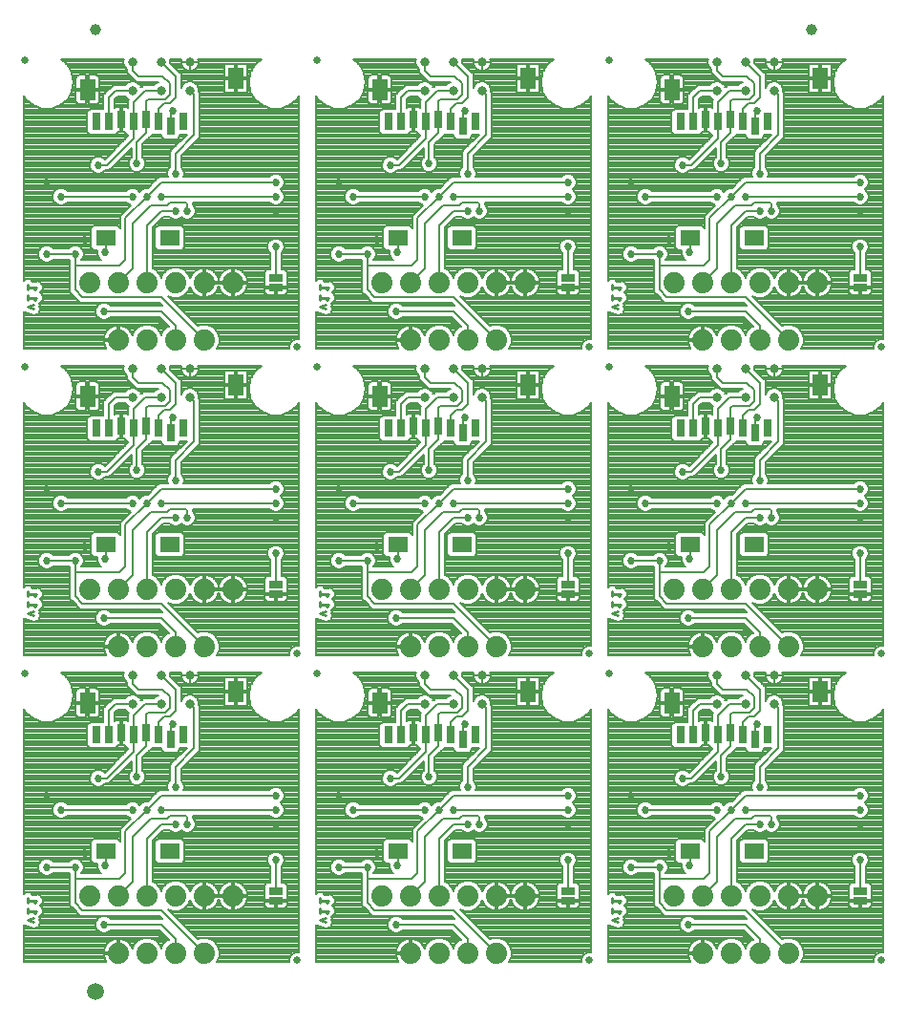
<source format=gbl>
G75*
%MOIN*%
%OFA0B0*%
%FSLAX25Y25*%
%IPPOS*%
%LPD*%
%AMOC8*
5,1,8,0,0,1.08239X$1,22.5*
%
%ADD10C,0.01000*%
%ADD11R,0.07087X0.05512*%
%ADD12R,0.03150X0.05906*%
%ADD13R,0.05512X0.07480*%
%ADD14C,0.02500*%
%ADD15C,0.07400*%
%ADD16R,0.05000X0.02500*%
%ADD17C,0.03200*%
%ADD18C,0.03937*%
%ADD19C,0.05906*%
%ADD20C,0.00800*%
%ADD21C,0.02700*%
%ADD22C,0.00600*%
D10*
X0032250Y0045247D02*
X0034250Y0045913D01*
X0034250Y0044580D02*
X0032250Y0045247D01*
X0032250Y0047653D02*
X0032250Y0049320D01*
X0032250Y0048487D02*
X0035250Y0048487D01*
X0034583Y0047653D01*
X0034583Y0051253D02*
X0035250Y0052087D01*
X0032250Y0052087D01*
X0032250Y0052920D02*
X0032250Y0051253D01*
X0134250Y0051253D02*
X0134250Y0052920D01*
X0134250Y0052087D02*
X0137250Y0052087D01*
X0136583Y0051253D01*
X0137250Y0048487D02*
X0134250Y0048487D01*
X0134250Y0049320D02*
X0134250Y0047653D01*
X0136583Y0047653D02*
X0137250Y0048487D01*
X0136250Y0045913D02*
X0134250Y0045247D01*
X0136250Y0044580D01*
X0236250Y0045247D02*
X0238250Y0045913D01*
X0238250Y0044580D02*
X0236250Y0045247D01*
X0236250Y0047653D02*
X0236250Y0049320D01*
X0236250Y0048487D02*
X0239250Y0048487D01*
X0238583Y0047653D01*
X0238583Y0051253D02*
X0239250Y0052087D01*
X0236250Y0052087D01*
X0236250Y0052920D02*
X0236250Y0051253D01*
X0238250Y0151580D02*
X0236250Y0152247D01*
X0238250Y0152913D01*
X0238583Y0154653D02*
X0239250Y0155487D01*
X0236250Y0155487D01*
X0236250Y0156320D02*
X0236250Y0154653D01*
X0236250Y0158253D02*
X0236250Y0159920D01*
X0236250Y0159087D02*
X0239250Y0159087D01*
X0238583Y0158253D01*
X0137250Y0159087D02*
X0134250Y0159087D01*
X0134250Y0159920D02*
X0134250Y0158253D01*
X0134250Y0156320D02*
X0134250Y0154653D01*
X0134250Y0155487D02*
X0137250Y0155487D01*
X0136583Y0154653D01*
X0136250Y0152913D02*
X0134250Y0152247D01*
X0136250Y0151580D01*
X0136583Y0158253D02*
X0137250Y0159087D01*
X0035250Y0159087D02*
X0032250Y0159087D01*
X0032250Y0159920D02*
X0032250Y0158253D01*
X0032250Y0156320D02*
X0032250Y0154653D01*
X0032250Y0155487D02*
X0035250Y0155487D01*
X0034583Y0154653D01*
X0034250Y0152913D02*
X0032250Y0152247D01*
X0034250Y0151580D01*
X0034583Y0158253D02*
X0035250Y0159087D01*
X0034250Y0258580D02*
X0032250Y0259247D01*
X0034250Y0259913D01*
X0034583Y0261653D02*
X0035250Y0262487D01*
X0032250Y0262487D01*
X0032250Y0263320D02*
X0032250Y0261653D01*
X0032250Y0265253D02*
X0032250Y0266920D01*
X0032250Y0266087D02*
X0035250Y0266087D01*
X0034583Y0265253D01*
X0134250Y0265253D02*
X0134250Y0266920D01*
X0134250Y0266087D02*
X0137250Y0266087D01*
X0136583Y0265253D01*
X0137250Y0262487D02*
X0134250Y0262487D01*
X0134250Y0263320D02*
X0134250Y0261653D01*
X0136583Y0261653D02*
X0137250Y0262487D01*
X0136250Y0259913D02*
X0134250Y0259247D01*
X0136250Y0258580D01*
X0236250Y0259247D02*
X0238250Y0259913D01*
X0238250Y0258580D02*
X0236250Y0259247D01*
X0236250Y0261653D02*
X0236250Y0263320D01*
X0236250Y0262487D02*
X0239250Y0262487D01*
X0238583Y0261653D01*
X0238583Y0265253D02*
X0239250Y0266087D01*
X0236250Y0266087D01*
X0236250Y0266920D02*
X0236250Y0265253D01*
D11*
X0263321Y0283325D03*
X0285762Y0283325D03*
X0183762Y0283325D03*
X0161321Y0283325D03*
X0081762Y0283325D03*
X0059321Y0283325D03*
X0059321Y0176325D03*
X0081762Y0176325D03*
X0161321Y0176325D03*
X0183762Y0176325D03*
X0263321Y0176325D03*
X0285762Y0176325D03*
X0285762Y0069325D03*
X0263321Y0069325D03*
X0183762Y0069325D03*
X0161321Y0069325D03*
X0081762Y0069325D03*
X0059321Y0069325D03*
D12*
X0060463Y0109876D03*
X0056132Y0109876D03*
X0064793Y0110663D03*
X0069124Y0109876D03*
X0073455Y0110663D03*
X0077785Y0109876D03*
X0082116Y0108301D03*
X0086447Y0109876D03*
X0158132Y0109876D03*
X0162463Y0109876D03*
X0166793Y0110663D03*
X0171124Y0109876D03*
X0175455Y0110663D03*
X0179785Y0109876D03*
X0184116Y0108301D03*
X0188447Y0109876D03*
X0260132Y0109876D03*
X0264463Y0109876D03*
X0268793Y0110663D03*
X0273124Y0109876D03*
X0277455Y0110663D03*
X0281785Y0109876D03*
X0286116Y0108301D03*
X0290447Y0109876D03*
X0286116Y0215301D03*
X0281785Y0216876D03*
X0277455Y0217663D03*
X0273124Y0216876D03*
X0268793Y0217663D03*
X0264463Y0216876D03*
X0260132Y0216876D03*
X0290447Y0216876D03*
X0188447Y0216876D03*
X0184116Y0215301D03*
X0179785Y0216876D03*
X0175455Y0217663D03*
X0171124Y0216876D03*
X0166793Y0217663D03*
X0162463Y0216876D03*
X0158132Y0216876D03*
X0086447Y0216876D03*
X0082116Y0215301D03*
X0077785Y0216876D03*
X0073455Y0217663D03*
X0069124Y0216876D03*
X0064793Y0217663D03*
X0060463Y0216876D03*
X0056132Y0216876D03*
X0056132Y0323876D03*
X0060463Y0323876D03*
X0064793Y0324663D03*
X0069124Y0323876D03*
X0073455Y0324663D03*
X0077785Y0323876D03*
X0082116Y0322301D03*
X0086447Y0323876D03*
X0158132Y0323876D03*
X0162463Y0323876D03*
X0166793Y0324663D03*
X0171124Y0323876D03*
X0175455Y0324663D03*
X0179785Y0323876D03*
X0184116Y0322301D03*
X0188447Y0323876D03*
X0260132Y0323876D03*
X0264463Y0323876D03*
X0268793Y0324663D03*
X0273124Y0323876D03*
X0277455Y0324663D03*
X0281785Y0323876D03*
X0286116Y0322301D03*
X0290447Y0323876D03*
D13*
X0308793Y0339033D03*
X0257022Y0335096D03*
X0206793Y0339033D03*
X0155022Y0335096D03*
X0104793Y0339033D03*
X0053022Y0335096D03*
X0104793Y0232033D03*
X0155022Y0228096D03*
X0206793Y0232033D03*
X0257022Y0228096D03*
X0308793Y0232033D03*
X0308793Y0125033D03*
X0257022Y0121096D03*
X0206793Y0125033D03*
X0155022Y0121096D03*
X0104793Y0125033D03*
X0053022Y0121096D03*
X0053022Y0228096D03*
D14*
X0031250Y0238250D03*
X0126250Y0245250D03*
X0133250Y0238250D03*
X0228250Y0245250D03*
X0235250Y0238250D03*
X0330250Y0245250D03*
X0235250Y0345250D03*
X0133250Y0345250D03*
X0031250Y0345250D03*
X0126250Y0138250D03*
X0133250Y0131250D03*
X0228250Y0138250D03*
X0235250Y0131250D03*
X0330250Y0138250D03*
X0330250Y0031250D03*
X0228250Y0031250D03*
X0126250Y0031250D03*
X0031250Y0131250D03*
D15*
X0063750Y0140750D03*
X0073750Y0140750D03*
X0083750Y0140750D03*
X0093750Y0140750D03*
X0093750Y0160750D03*
X0083750Y0160750D03*
X0073750Y0160750D03*
X0063750Y0160750D03*
X0053750Y0160750D03*
X0103750Y0160750D03*
X0155750Y0160750D03*
X0165750Y0160750D03*
X0175750Y0160750D03*
X0185750Y0160750D03*
X0195750Y0160750D03*
X0205750Y0160750D03*
X0195750Y0140750D03*
X0185750Y0140750D03*
X0175750Y0140750D03*
X0165750Y0140750D03*
X0165750Y0053750D03*
X0175750Y0053750D03*
X0185750Y0053750D03*
X0195750Y0053750D03*
X0205750Y0053750D03*
X0195750Y0033750D03*
X0185750Y0033750D03*
X0175750Y0033750D03*
X0165750Y0033750D03*
X0155750Y0053750D03*
X0103750Y0053750D03*
X0093750Y0053750D03*
X0083750Y0053750D03*
X0073750Y0053750D03*
X0063750Y0053750D03*
X0053750Y0053750D03*
X0063750Y0033750D03*
X0073750Y0033750D03*
X0083750Y0033750D03*
X0093750Y0033750D03*
X0257750Y0053750D03*
X0267750Y0053750D03*
X0277750Y0053750D03*
X0287750Y0053750D03*
X0297750Y0053750D03*
X0307750Y0053750D03*
X0297750Y0033750D03*
X0287750Y0033750D03*
X0277750Y0033750D03*
X0267750Y0033750D03*
X0267750Y0140750D03*
X0277750Y0140750D03*
X0287750Y0140750D03*
X0297750Y0140750D03*
X0297750Y0160750D03*
X0287750Y0160750D03*
X0277750Y0160750D03*
X0267750Y0160750D03*
X0257750Y0160750D03*
X0307750Y0160750D03*
X0297750Y0247750D03*
X0287750Y0247750D03*
X0277750Y0247750D03*
X0267750Y0247750D03*
X0267750Y0267750D03*
X0257750Y0267750D03*
X0277750Y0267750D03*
X0287750Y0267750D03*
X0297750Y0267750D03*
X0307750Y0267750D03*
X0205750Y0267750D03*
X0195750Y0267750D03*
X0185750Y0267750D03*
X0175750Y0267750D03*
X0165750Y0267750D03*
X0155750Y0267750D03*
X0165750Y0247750D03*
X0175750Y0247750D03*
X0185750Y0247750D03*
X0195750Y0247750D03*
X0103750Y0267750D03*
X0093750Y0267750D03*
X0083750Y0267750D03*
X0073750Y0267750D03*
X0063750Y0267750D03*
X0053750Y0267750D03*
X0063750Y0247750D03*
X0073750Y0247750D03*
X0083750Y0247750D03*
X0093750Y0247750D03*
D16*
X0118750Y0265978D03*
X0118750Y0269522D03*
X0220750Y0269522D03*
X0220750Y0265978D03*
X0322750Y0265978D03*
X0322750Y0269522D03*
X0322750Y0162522D03*
X0322750Y0158978D03*
X0220750Y0158978D03*
X0220750Y0162522D03*
X0118750Y0162522D03*
X0118750Y0158978D03*
X0118750Y0055522D03*
X0118750Y0051978D03*
X0220750Y0051978D03*
X0220750Y0055522D03*
X0322750Y0055522D03*
X0322750Y0051978D03*
D17*
X0292750Y0120750D03*
X0292750Y0130750D03*
X0282750Y0130750D03*
X0282750Y0120750D03*
X0272750Y0120750D03*
X0272750Y0130750D03*
X0190750Y0130750D03*
X0190750Y0120750D03*
X0180750Y0120750D03*
X0180750Y0130750D03*
X0170750Y0130750D03*
X0170750Y0120750D03*
X0088750Y0120750D03*
X0088750Y0130750D03*
X0078750Y0130750D03*
X0078750Y0120750D03*
X0068750Y0120750D03*
X0068750Y0130750D03*
X0068750Y0227750D03*
X0068750Y0237750D03*
X0078750Y0237750D03*
X0088750Y0237750D03*
X0088750Y0227750D03*
X0078750Y0227750D03*
X0170750Y0227750D03*
X0180750Y0227750D03*
X0190750Y0227750D03*
X0190750Y0237750D03*
X0180750Y0237750D03*
X0170750Y0237750D03*
X0170750Y0334750D03*
X0170750Y0344750D03*
X0180750Y0344750D03*
X0180750Y0334750D03*
X0190750Y0334750D03*
X0190750Y0344750D03*
X0272750Y0344750D03*
X0272750Y0334750D03*
X0282750Y0334750D03*
X0282750Y0344750D03*
X0292750Y0344750D03*
X0292750Y0334750D03*
X0292750Y0237750D03*
X0292750Y0227750D03*
X0282750Y0227750D03*
X0272750Y0227750D03*
X0272750Y0237750D03*
X0282750Y0237750D03*
X0088750Y0334750D03*
X0088750Y0344750D03*
X0078750Y0344750D03*
X0078750Y0334750D03*
X0068750Y0334750D03*
X0068750Y0344750D03*
D18*
X0055750Y0356000D03*
X0305750Y0356000D03*
D19*
X0055750Y0020500D03*
D20*
X0030750Y0030750D02*
X0030750Y0043551D01*
X0030761Y0043529D01*
X0031444Y0043302D01*
X0032089Y0042979D01*
X0032250Y0043033D01*
X0034411Y0042313D01*
X0035967Y0043091D01*
X0036517Y0044741D01*
X0036265Y0045247D01*
X0036517Y0045752D01*
X0036292Y0046428D01*
X0036817Y0047084D01*
X0037350Y0047617D01*
X0037350Y0047750D01*
X0037433Y0047854D01*
X0037350Y0048603D01*
X0037350Y0049357D01*
X0037256Y0049451D01*
X0037241Y0049583D01*
X0036653Y0050054D01*
X0036464Y0050243D01*
X0036817Y0050684D01*
X0037350Y0051217D01*
X0037350Y0051350D01*
X0037433Y0051454D01*
X0037350Y0052203D01*
X0037350Y0052957D01*
X0037256Y0053051D01*
X0037241Y0053183D01*
X0036653Y0053654D01*
X0036120Y0054187D01*
X0035987Y0054187D01*
X0035883Y0054270D01*
X0035134Y0054187D01*
X0033953Y0054187D01*
X0033120Y0055020D01*
X0031380Y0055020D01*
X0030750Y0054390D01*
X0030750Y0119006D01*
X0031516Y0117680D01*
X0031516Y0117680D01*
X0034028Y0115572D01*
X0037110Y0114450D01*
X0040390Y0114450D01*
X0043472Y0115572D01*
X0045984Y0117680D01*
X0045984Y0117680D01*
X0047624Y0120520D01*
X0048193Y0123750D01*
X0047624Y0126980D01*
X0045984Y0129820D01*
X0045984Y0129820D01*
X0043684Y0131750D01*
X0065701Y0131750D01*
X0065550Y0131387D01*
X0065550Y0130113D01*
X0066037Y0128937D01*
X0066850Y0128125D01*
X0066850Y0126963D01*
X0068850Y0124963D01*
X0069963Y0123850D01*
X0077872Y0123850D01*
X0076937Y0123463D01*
X0076125Y0122650D01*
X0072463Y0122650D01*
X0071730Y0121917D01*
X0071463Y0122563D01*
X0070563Y0123463D01*
X0069387Y0123950D01*
X0068113Y0123950D01*
X0066937Y0123463D01*
X0066125Y0122650D01*
X0061963Y0122650D01*
X0058563Y0119250D01*
X0058563Y0114429D01*
X0053894Y0114429D01*
X0052957Y0113491D01*
X0052957Y0106260D01*
X0053894Y0105323D01*
X0062700Y0105323D01*
X0063637Y0106260D01*
X0063637Y0106311D01*
X0064406Y0106311D01*
X0064406Y0110276D01*
X0065181Y0110276D01*
X0065181Y0106311D01*
X0065949Y0106311D01*
X0065949Y0106260D01*
X0066886Y0105323D01*
X0067224Y0105323D01*
X0067224Y0104935D01*
X0058981Y0096691D01*
X0058421Y0097251D01*
X0057337Y0097700D01*
X0056163Y0097700D01*
X0055079Y0097251D01*
X0054249Y0096421D01*
X0053800Y0095337D01*
X0053800Y0094163D01*
X0054249Y0093079D01*
X0055079Y0092249D01*
X0056163Y0091800D01*
X0057337Y0091800D01*
X0058421Y0092249D01*
X0059046Y0092874D01*
X0060537Y0092874D01*
X0068350Y0100687D01*
X0068350Y0097522D01*
X0067749Y0096921D01*
X0067300Y0095837D01*
X0067300Y0094663D01*
X0067749Y0093579D01*
X0068579Y0092749D01*
X0069663Y0092300D01*
X0070837Y0092300D01*
X0071921Y0092749D01*
X0072751Y0093579D01*
X0073200Y0094663D01*
X0073200Y0095837D01*
X0072751Y0096921D01*
X0072150Y0097522D01*
X0072150Y0101963D01*
X0074242Y0104055D01*
X0075355Y0105168D01*
X0075355Y0105516D01*
X0075548Y0105323D01*
X0078941Y0105323D01*
X0078941Y0104686D01*
X0079879Y0103748D01*
X0084354Y0103748D01*
X0085291Y0104686D01*
X0085291Y0105323D01*
X0087636Y0105323D01*
X0081850Y0099537D01*
X0081850Y0094022D01*
X0081249Y0093421D01*
X0080800Y0092337D01*
X0080800Y0091163D01*
X0081013Y0090650D01*
X0077963Y0090650D01*
X0076850Y0089537D01*
X0074013Y0086700D01*
X0073163Y0086700D01*
X0072079Y0086251D01*
X0071250Y0085422D01*
X0070421Y0086251D01*
X0069337Y0086700D01*
X0068163Y0086700D01*
X0067079Y0086251D01*
X0066478Y0085650D01*
X0046022Y0085650D01*
X0045421Y0086251D01*
X0044337Y0086700D01*
X0043163Y0086700D01*
X0042079Y0086251D01*
X0041249Y0085421D01*
X0040800Y0084337D01*
X0040800Y0083163D01*
X0041249Y0082079D01*
X0042079Y0081249D01*
X0043163Y0080800D01*
X0044337Y0080800D01*
X0045421Y0081249D01*
X0046022Y0081850D01*
X0066478Y0081850D01*
X0067079Y0081249D01*
X0068128Y0080815D01*
X0065463Y0078150D01*
X0064350Y0077037D01*
X0064350Y0072858D01*
X0063527Y0073681D01*
X0055115Y0073681D01*
X0054178Y0072743D01*
X0054178Y0065906D01*
X0055115Y0064969D01*
X0056355Y0064969D01*
X0056300Y0064837D01*
X0056300Y0063663D01*
X0056749Y0062579D01*
X0057579Y0061749D01*
X0057818Y0061650D01*
X0050822Y0061650D01*
X0051251Y0062079D01*
X0051700Y0063163D01*
X0051700Y0064337D01*
X0051251Y0065421D01*
X0050421Y0066251D01*
X0049337Y0066700D01*
X0048163Y0066700D01*
X0047079Y0066251D01*
X0046478Y0065650D01*
X0041022Y0065650D01*
X0040421Y0066251D01*
X0039337Y0066700D01*
X0038163Y0066700D01*
X0037079Y0066251D01*
X0036249Y0065421D01*
X0035800Y0064337D01*
X0035800Y0063163D01*
X0036249Y0062079D01*
X0037079Y0061249D01*
X0038163Y0060800D01*
X0039337Y0060800D01*
X0040421Y0061249D01*
X0041022Y0061850D01*
X0046478Y0061850D01*
X0046850Y0061478D01*
X0046850Y0050463D01*
X0047963Y0049350D01*
X0050463Y0046850D01*
X0077963Y0046850D01*
X0079163Y0045650D01*
X0061022Y0045650D01*
X0060421Y0046251D01*
X0059337Y0046700D01*
X0058163Y0046700D01*
X0057079Y0046251D01*
X0056249Y0045421D01*
X0055800Y0044337D01*
X0055800Y0043163D01*
X0056249Y0042079D01*
X0057079Y0041249D01*
X0058163Y0040800D01*
X0059337Y0040800D01*
X0060421Y0041249D01*
X0061022Y0041850D01*
X0077963Y0041850D01*
X0081329Y0038484D01*
X0080748Y0038243D01*
X0079257Y0036752D01*
X0078750Y0035528D01*
X0078243Y0036752D01*
X0076752Y0038243D01*
X0074804Y0039050D01*
X0072696Y0039050D01*
X0070748Y0038243D01*
X0069257Y0036752D01*
X0068629Y0035237D01*
X0068476Y0035708D01*
X0068112Y0036423D01*
X0067640Y0037072D01*
X0067072Y0037640D01*
X0066423Y0038112D01*
X0065708Y0038476D01*
X0064944Y0038724D01*
X0064151Y0038850D01*
X0064150Y0038850D01*
X0064150Y0034150D01*
X0063350Y0034150D01*
X0063350Y0038850D01*
X0063349Y0038850D01*
X0062556Y0038724D01*
X0061792Y0038476D01*
X0061077Y0038112D01*
X0060428Y0037640D01*
X0059860Y0037072D01*
X0059388Y0036423D01*
X0059024Y0035708D01*
X0058776Y0034944D01*
X0058650Y0034151D01*
X0058650Y0034150D01*
X0063350Y0034150D01*
X0063350Y0033350D01*
X0058650Y0033350D01*
X0058650Y0033349D01*
X0058776Y0032556D01*
X0059024Y0031792D01*
X0059388Y0031077D01*
X0059626Y0030750D01*
X0030750Y0030750D01*
X0030750Y0031146D02*
X0059353Y0031146D01*
X0058974Y0031944D02*
X0030750Y0031944D01*
X0030750Y0032743D02*
X0058746Y0032743D01*
X0058680Y0034340D02*
X0030750Y0034340D01*
X0030750Y0035138D02*
X0058839Y0035138D01*
X0059140Y0035937D02*
X0030750Y0035937D01*
X0030750Y0036735D02*
X0059615Y0036735D01*
X0060321Y0037534D02*
X0030750Y0037534D01*
X0030750Y0038332D02*
X0061509Y0038332D01*
X0063350Y0038332D02*
X0064150Y0038332D01*
X0064150Y0037534D02*
X0063350Y0037534D01*
X0063350Y0036735D02*
X0064150Y0036735D01*
X0064150Y0035937D02*
X0063350Y0035937D01*
X0063350Y0035138D02*
X0064150Y0035138D01*
X0064150Y0034340D02*
X0063350Y0034340D01*
X0063350Y0033541D02*
X0030750Y0033541D01*
X0030750Y0039131D02*
X0080682Y0039131D01*
X0080963Y0038332D02*
X0076537Y0038332D01*
X0077462Y0037534D02*
X0080038Y0037534D01*
X0079250Y0036735D02*
X0078250Y0036735D01*
X0078581Y0035937D02*
X0078919Y0035937D01*
X0079884Y0039929D02*
X0030750Y0039929D01*
X0030750Y0040728D02*
X0079085Y0040728D01*
X0078287Y0041526D02*
X0060698Y0041526D01*
X0056802Y0041526D02*
X0030750Y0041526D01*
X0030750Y0042325D02*
X0034375Y0042325D01*
X0034435Y0042325D02*
X0056147Y0042325D01*
X0055817Y0043123D02*
X0035978Y0043123D01*
X0036244Y0043922D02*
X0055800Y0043922D01*
X0055959Y0044720D02*
X0036510Y0044720D01*
X0036401Y0045519D02*
X0056347Y0045519D01*
X0057239Y0046317D02*
X0036329Y0046317D01*
X0036849Y0047116D02*
X0050197Y0047116D01*
X0049399Y0047914D02*
X0037427Y0047914D01*
X0037350Y0048713D02*
X0048600Y0048713D01*
X0047802Y0049511D02*
X0037249Y0049511D01*
X0036518Y0050310D02*
X0047003Y0050310D01*
X0046850Y0051108D02*
X0037241Y0051108D01*
X0037383Y0051907D02*
X0046850Y0051907D01*
X0046850Y0052705D02*
X0037350Y0052705D01*
X0036840Y0053504D02*
X0046850Y0053504D01*
X0046850Y0054302D02*
X0033837Y0054302D01*
X0030750Y0055101D02*
X0046850Y0055101D01*
X0046850Y0055899D02*
X0030750Y0055899D01*
X0030750Y0056698D02*
X0046850Y0056698D01*
X0046850Y0057496D02*
X0030750Y0057496D01*
X0030750Y0058295D02*
X0046850Y0058295D01*
X0046850Y0059093D02*
X0030750Y0059093D01*
X0030750Y0059892D02*
X0046850Y0059892D01*
X0046850Y0060690D02*
X0030750Y0060690D01*
X0030750Y0061489D02*
X0036839Y0061489D01*
X0036163Y0062287D02*
X0030750Y0062287D01*
X0030750Y0063086D02*
X0035832Y0063086D01*
X0035800Y0063884D02*
X0030750Y0063884D01*
X0030750Y0064683D02*
X0035943Y0064683D01*
X0036310Y0065482D02*
X0030750Y0065482D01*
X0030750Y0066280D02*
X0037149Y0066280D01*
X0040351Y0066280D02*
X0047149Y0066280D01*
X0050351Y0066280D02*
X0054178Y0066280D01*
X0054178Y0067079D02*
X0030750Y0067079D01*
X0030750Y0067877D02*
X0054178Y0067877D01*
X0054178Y0068676D02*
X0030750Y0068676D01*
X0030750Y0069474D02*
X0054178Y0069474D01*
X0054178Y0070273D02*
X0030750Y0070273D01*
X0030750Y0071071D02*
X0054178Y0071071D01*
X0054178Y0071870D02*
X0030750Y0071870D01*
X0030750Y0072668D02*
X0054178Y0072668D01*
X0054901Y0073467D02*
X0030750Y0073467D01*
X0030750Y0074265D02*
X0064350Y0074265D01*
X0064350Y0073467D02*
X0063741Y0073467D01*
X0064350Y0075064D02*
X0030750Y0075064D01*
X0030750Y0075862D02*
X0064350Y0075862D01*
X0064350Y0076661D02*
X0030750Y0076661D01*
X0030750Y0077459D02*
X0064772Y0077459D01*
X0065463Y0078150D02*
X0065463Y0078150D01*
X0065571Y0078258D02*
X0030750Y0078258D01*
X0030750Y0079056D02*
X0066369Y0079056D01*
X0067168Y0079855D02*
X0030750Y0079855D01*
X0030750Y0080653D02*
X0067966Y0080653D01*
X0066876Y0081452D02*
X0045624Y0081452D01*
X0041876Y0081452D02*
X0030750Y0081452D01*
X0030750Y0082250D02*
X0041178Y0082250D01*
X0040847Y0083049D02*
X0030750Y0083049D01*
X0030750Y0083847D02*
X0040800Y0083847D01*
X0040928Y0084646D02*
X0030750Y0084646D01*
X0030750Y0085444D02*
X0041272Y0085444D01*
X0042071Y0086243D02*
X0030750Y0086243D01*
X0030750Y0087041D02*
X0074354Y0087041D01*
X0075153Y0087840D02*
X0030750Y0087840D01*
X0030750Y0088638D02*
X0075951Y0088638D01*
X0076750Y0089437D02*
X0030750Y0089437D01*
X0030750Y0090235D02*
X0077548Y0090235D01*
X0080854Y0091034D02*
X0030750Y0091034D01*
X0030750Y0091832D02*
X0056085Y0091832D01*
X0057415Y0091832D02*
X0080800Y0091832D01*
X0080922Y0092631D02*
X0071636Y0092631D01*
X0072601Y0093429D02*
X0081257Y0093429D01*
X0081850Y0094228D02*
X0073020Y0094228D01*
X0073200Y0095026D02*
X0081850Y0095026D01*
X0081850Y0095825D02*
X0073200Y0095825D01*
X0072874Y0096623D02*
X0081850Y0096623D01*
X0081850Y0097422D02*
X0072250Y0097422D01*
X0072150Y0098220D02*
X0081850Y0098220D01*
X0081850Y0099019D02*
X0072150Y0099019D01*
X0072150Y0099818D02*
X0082131Y0099818D01*
X0082929Y0100616D02*
X0072150Y0100616D01*
X0072150Y0101415D02*
X0083728Y0101415D01*
X0084526Y0102213D02*
X0072400Y0102213D01*
X0073199Y0103012D02*
X0085325Y0103012D01*
X0086123Y0103810D02*
X0084415Y0103810D01*
X0085214Y0104609D02*
X0086922Y0104609D01*
X0089900Y0102213D02*
X0126750Y0102213D01*
X0126750Y0101415D02*
X0089102Y0101415D01*
X0088303Y0100616D02*
X0126750Y0100616D01*
X0126750Y0099818D02*
X0087505Y0099818D01*
X0086706Y0099019D02*
X0126750Y0099019D01*
X0126750Y0098220D02*
X0085907Y0098220D01*
X0085650Y0097963D02*
X0091037Y0103350D01*
X0092150Y0104463D01*
X0092150Y0120037D01*
X0091950Y0120237D01*
X0091950Y0121387D01*
X0091463Y0122563D01*
X0090563Y0123463D01*
X0089387Y0123950D01*
X0088113Y0123950D01*
X0086937Y0123463D01*
X0086037Y0122563D01*
X0085650Y0121628D01*
X0085650Y0126537D01*
X0084537Y0127650D01*
X0081950Y0130237D01*
X0081950Y0131387D01*
X0081799Y0131750D01*
X0085917Y0131750D01*
X0085865Y0131625D01*
X0085750Y0131045D01*
X0085750Y0130850D01*
X0088650Y0130850D01*
X0088650Y0130650D01*
X0088850Y0130650D01*
X0088850Y0130850D01*
X0091750Y0130850D01*
X0091750Y0131045D01*
X0091635Y0131625D01*
X0091583Y0131750D01*
X0113816Y0131750D01*
X0111516Y0129820D01*
X0111516Y0129820D01*
X0109876Y0126980D01*
X0109876Y0126980D01*
X0109307Y0123750D01*
X0109876Y0120520D01*
X0111516Y0117680D01*
X0111516Y0117680D01*
X0114028Y0115572D01*
X0117110Y0114450D01*
X0120390Y0114450D01*
X0123472Y0115572D01*
X0125984Y0117680D01*
X0126750Y0119006D01*
X0126750Y0034100D01*
X0125683Y0034100D01*
X0124636Y0033666D01*
X0123834Y0032864D01*
X0123400Y0031817D01*
X0123400Y0030750D01*
X0098244Y0030750D01*
X0099050Y0032696D01*
X0099050Y0034804D01*
X0098243Y0036752D01*
X0096752Y0038243D01*
X0094804Y0039050D01*
X0092696Y0039050D01*
X0091594Y0038593D01*
X0081059Y0049128D01*
X0082696Y0048450D01*
X0084804Y0048450D01*
X0086752Y0049257D01*
X0088243Y0050748D01*
X0088871Y0052263D01*
X0089024Y0051792D01*
X0089388Y0051077D01*
X0089860Y0050428D01*
X0090428Y0049860D01*
X0091077Y0049388D01*
X0091792Y0049024D01*
X0092556Y0048776D01*
X0093349Y0048650D01*
X0093350Y0048650D01*
X0093350Y0053350D01*
X0094150Y0053350D01*
X0094150Y0054150D01*
X0098850Y0054150D01*
X0103350Y0054150D01*
X0103350Y0058850D01*
X0103349Y0058850D01*
X0102556Y0058724D01*
X0101792Y0058476D01*
X0101077Y0058112D01*
X0100428Y0057640D01*
X0099860Y0057072D01*
X0099388Y0056423D01*
X0099024Y0055708D01*
X0098776Y0054944D01*
X0098750Y0054783D01*
X0098724Y0054944D01*
X0098476Y0055708D01*
X0098112Y0056423D01*
X0097640Y0057072D01*
X0097072Y0057640D01*
X0096423Y0058112D01*
X0095708Y0058476D01*
X0094944Y0058724D01*
X0094151Y0058850D01*
X0094150Y0058850D01*
X0094150Y0054150D01*
X0093350Y0054150D01*
X0093350Y0058850D01*
X0093349Y0058850D01*
X0092556Y0058724D01*
X0091792Y0058476D01*
X0091077Y0058112D01*
X0090428Y0057640D01*
X0089860Y0057072D01*
X0089388Y0056423D01*
X0089024Y0055708D01*
X0088871Y0055237D01*
X0088243Y0056752D01*
X0086752Y0058243D01*
X0084804Y0059050D01*
X0082696Y0059050D01*
X0080748Y0058243D01*
X0079257Y0056752D01*
X0078750Y0055528D01*
X0078243Y0056752D01*
X0076752Y0058243D01*
X0075650Y0058700D01*
X0075650Y0072963D01*
X0079537Y0076850D01*
X0081478Y0076850D01*
X0082079Y0076249D01*
X0083163Y0075800D01*
X0084337Y0075800D01*
X0085421Y0076249D01*
X0085750Y0076578D01*
X0086079Y0076249D01*
X0087163Y0075800D01*
X0088337Y0075800D01*
X0089421Y0076249D01*
X0090251Y0077079D01*
X0090700Y0078163D01*
X0090700Y0079337D01*
X0090251Y0080421D01*
X0089650Y0081022D01*
X0089650Y0081850D01*
X0116478Y0081850D01*
X0117079Y0081249D01*
X0118163Y0080800D01*
X0119337Y0080800D01*
X0120421Y0081249D01*
X0121251Y0082079D01*
X0121700Y0083163D01*
X0121700Y0084337D01*
X0121251Y0085421D01*
X0120422Y0086250D01*
X0121251Y0087079D01*
X0121700Y0088163D01*
X0121700Y0089337D01*
X0121251Y0090421D01*
X0120421Y0091251D01*
X0119337Y0091700D01*
X0118163Y0091700D01*
X0117079Y0091251D01*
X0116478Y0090650D01*
X0086487Y0090650D01*
X0086700Y0091163D01*
X0086700Y0092337D01*
X0086251Y0093421D01*
X0085650Y0094022D01*
X0085650Y0097963D01*
X0085650Y0097422D02*
X0126750Y0097422D01*
X0126750Y0096623D02*
X0085650Y0096623D01*
X0085650Y0095825D02*
X0126750Y0095825D01*
X0126750Y0095026D02*
X0085650Y0095026D01*
X0085650Y0094228D02*
X0126750Y0094228D01*
X0126750Y0093429D02*
X0086242Y0093429D01*
X0086578Y0092631D02*
X0126750Y0092631D01*
X0126750Y0091832D02*
X0086700Y0091832D01*
X0086646Y0091034D02*
X0116862Y0091034D01*
X0120638Y0091034D02*
X0126750Y0091034D01*
X0126750Y0090235D02*
X0121328Y0090235D01*
X0121659Y0089437D02*
X0126750Y0089437D01*
X0126750Y0088638D02*
X0121700Y0088638D01*
X0121566Y0087840D02*
X0126750Y0087840D01*
X0126750Y0087041D02*
X0121213Y0087041D01*
X0120429Y0086243D02*
X0126750Y0086243D01*
X0126750Y0085444D02*
X0121228Y0085444D01*
X0121572Y0084646D02*
X0126750Y0084646D01*
X0126750Y0083847D02*
X0121700Y0083847D01*
X0121653Y0083049D02*
X0126750Y0083049D01*
X0126750Y0082250D02*
X0121322Y0082250D01*
X0120624Y0081452D02*
X0126750Y0081452D01*
X0126750Y0080653D02*
X0090019Y0080653D01*
X0089650Y0081452D02*
X0116876Y0081452D01*
X0126750Y0079855D02*
X0090485Y0079855D01*
X0090700Y0079056D02*
X0126750Y0079056D01*
X0126750Y0078258D02*
X0090700Y0078258D01*
X0090408Y0077459D02*
X0126750Y0077459D01*
X0126750Y0076661D02*
X0089833Y0076661D01*
X0088487Y0075862D02*
X0126750Y0075862D01*
X0126750Y0075064D02*
X0077751Y0075064D01*
X0078549Y0075862D02*
X0083013Y0075862D01*
X0084487Y0075862D02*
X0087013Y0075862D01*
X0085968Y0073681D02*
X0077556Y0073681D01*
X0076619Y0072743D01*
X0076619Y0065906D01*
X0077556Y0064969D01*
X0085968Y0064969D01*
X0086905Y0065906D01*
X0086905Y0072743D01*
X0085968Y0073681D01*
X0086182Y0073467D02*
X0126750Y0073467D01*
X0126750Y0074265D02*
X0076952Y0074265D01*
X0077342Y0073467D02*
X0076154Y0073467D01*
X0076619Y0072668D02*
X0075650Y0072668D01*
X0075650Y0071870D02*
X0076619Y0071870D01*
X0076619Y0071071D02*
X0075650Y0071071D01*
X0075650Y0070273D02*
X0076619Y0070273D01*
X0076619Y0069474D02*
X0075650Y0069474D01*
X0075650Y0068676D02*
X0076619Y0068676D01*
X0076619Y0067877D02*
X0075650Y0067877D01*
X0075650Y0067079D02*
X0076619Y0067079D01*
X0076619Y0066280D02*
X0075650Y0066280D01*
X0075650Y0065482D02*
X0077043Y0065482D01*
X0075650Y0064683D02*
X0116206Y0064683D01*
X0116249Y0064579D02*
X0116850Y0063978D01*
X0116850Y0058372D01*
X0115587Y0058372D01*
X0114650Y0057434D01*
X0114650Y0053609D01*
X0114850Y0053409D01*
X0114850Y0052203D01*
X0118525Y0052203D01*
X0118525Y0051753D01*
X0118975Y0051753D01*
X0118975Y0049328D01*
X0121434Y0049328D01*
X0121790Y0049424D01*
X0122110Y0049608D01*
X0122370Y0049869D01*
X0122555Y0050188D01*
X0122650Y0050544D01*
X0122650Y0051753D01*
X0118975Y0051753D01*
X0118975Y0052203D01*
X0122650Y0052203D01*
X0122650Y0053409D01*
X0122850Y0053609D01*
X0122850Y0057434D01*
X0121913Y0058372D01*
X0120650Y0058372D01*
X0120650Y0063978D01*
X0121251Y0064579D01*
X0121700Y0065663D01*
X0121700Y0066837D01*
X0121251Y0067921D01*
X0120421Y0068751D01*
X0119337Y0069200D01*
X0118163Y0069200D01*
X0117079Y0068751D01*
X0116249Y0067921D01*
X0115800Y0066837D01*
X0115800Y0065663D01*
X0116249Y0064579D01*
X0116850Y0063884D02*
X0075650Y0063884D01*
X0075650Y0063086D02*
X0116850Y0063086D01*
X0116850Y0062287D02*
X0075650Y0062287D01*
X0075650Y0061489D02*
X0116850Y0061489D01*
X0116850Y0060690D02*
X0075650Y0060690D01*
X0075650Y0059892D02*
X0116850Y0059892D01*
X0116850Y0059093D02*
X0075650Y0059093D01*
X0076627Y0058295D02*
X0080873Y0058295D01*
X0080001Y0057496D02*
X0077499Y0057496D01*
X0078266Y0056698D02*
X0079234Y0056698D01*
X0078904Y0055899D02*
X0078596Y0055899D01*
X0086627Y0058295D02*
X0091436Y0058295D01*
X0090284Y0057496D02*
X0087499Y0057496D01*
X0088266Y0056698D02*
X0089588Y0056698D01*
X0089121Y0055899D02*
X0088596Y0055899D01*
X0088723Y0051907D02*
X0088986Y0051907D01*
X0089372Y0051108D02*
X0088392Y0051108D01*
X0087805Y0050310D02*
X0089978Y0050310D01*
X0090907Y0049511D02*
X0087007Y0049511D01*
X0085439Y0048713D02*
X0092952Y0048713D01*
X0093350Y0048713D02*
X0094150Y0048713D01*
X0094150Y0048650D02*
X0094151Y0048650D01*
X0094944Y0048776D01*
X0095708Y0049024D01*
X0096423Y0049388D01*
X0097072Y0049860D01*
X0097640Y0050428D01*
X0098112Y0051077D01*
X0098476Y0051792D01*
X0098724Y0052556D01*
X0098750Y0052717D01*
X0098776Y0052556D01*
X0099024Y0051792D01*
X0099388Y0051077D01*
X0099860Y0050428D01*
X0100428Y0049860D01*
X0101077Y0049388D01*
X0101792Y0049024D01*
X0102556Y0048776D01*
X0103349Y0048650D01*
X0103350Y0048650D01*
X0103350Y0053350D01*
X0094150Y0053350D01*
X0094150Y0048650D01*
X0094548Y0048713D02*
X0102952Y0048713D01*
X0103350Y0048713D02*
X0104150Y0048713D01*
X0104150Y0048650D02*
X0104151Y0048650D01*
X0104944Y0048776D01*
X0105708Y0049024D01*
X0106423Y0049388D01*
X0107072Y0049860D01*
X0107640Y0050428D01*
X0108112Y0051077D01*
X0108476Y0051792D01*
X0108724Y0052556D01*
X0108850Y0053349D01*
X0108850Y0053350D01*
X0104150Y0053350D01*
X0104150Y0054150D01*
X0103350Y0054150D01*
X0103350Y0053350D01*
X0104150Y0053350D01*
X0104150Y0048650D01*
X0104548Y0048713D02*
X0126750Y0048713D01*
X0126750Y0049511D02*
X0121942Y0049511D01*
X0122587Y0050310D02*
X0126750Y0050310D01*
X0126750Y0051108D02*
X0122650Y0051108D01*
X0122650Y0052705D02*
X0126750Y0052705D01*
X0126750Y0051907D02*
X0118975Y0051907D01*
X0118525Y0051907D02*
X0108514Y0051907D01*
X0108748Y0052705D02*
X0114850Y0052705D01*
X0114755Y0053504D02*
X0104150Y0053504D01*
X0104150Y0054150D02*
X0108850Y0054150D01*
X0108850Y0054151D01*
X0108724Y0054944D01*
X0108476Y0055708D01*
X0108112Y0056423D01*
X0107640Y0057072D01*
X0107072Y0057640D01*
X0106423Y0058112D01*
X0105708Y0058476D01*
X0104944Y0058724D01*
X0104151Y0058850D01*
X0104150Y0058850D01*
X0104150Y0054150D01*
X0104150Y0054302D02*
X0103350Y0054302D01*
X0103350Y0053504D02*
X0094150Y0053504D01*
X0094150Y0054302D02*
X0093350Y0054302D01*
X0093350Y0055101D02*
X0094150Y0055101D01*
X0094150Y0055899D02*
X0093350Y0055899D01*
X0093350Y0056698D02*
X0094150Y0056698D01*
X0094150Y0057496D02*
X0093350Y0057496D01*
X0093350Y0058295D02*
X0094150Y0058295D01*
X0096064Y0058295D02*
X0101436Y0058295D01*
X0100284Y0057496D02*
X0097216Y0057496D01*
X0097912Y0056698D02*
X0099588Y0056698D01*
X0099121Y0055899D02*
X0098379Y0055899D01*
X0098674Y0055101D02*
X0098826Y0055101D01*
X0098748Y0052705D02*
X0098752Y0052705D01*
X0098986Y0051907D02*
X0098514Y0051907D01*
X0098128Y0051108D02*
X0099372Y0051108D01*
X0099978Y0050310D02*
X0097522Y0050310D01*
X0096593Y0049511D02*
X0100907Y0049511D01*
X0103350Y0049511D02*
X0104150Y0049511D01*
X0104150Y0050310D02*
X0103350Y0050310D01*
X0103350Y0051108D02*
X0104150Y0051108D01*
X0104150Y0051907D02*
X0103350Y0051907D01*
X0103350Y0052705D02*
X0104150Y0052705D01*
X0104150Y0055101D02*
X0103350Y0055101D01*
X0103350Y0055899D02*
X0104150Y0055899D01*
X0104150Y0056698D02*
X0103350Y0056698D01*
X0103350Y0057496D02*
X0104150Y0057496D01*
X0104150Y0058295D02*
X0103350Y0058295D01*
X0106064Y0058295D02*
X0115511Y0058295D01*
X0114712Y0057496D02*
X0107216Y0057496D01*
X0107912Y0056698D02*
X0114650Y0056698D01*
X0114650Y0055899D02*
X0108379Y0055899D01*
X0108674Y0055101D02*
X0114650Y0055101D01*
X0114650Y0054302D02*
X0108826Y0054302D01*
X0108128Y0051108D02*
X0114850Y0051108D01*
X0114850Y0050544D02*
X0114945Y0050188D01*
X0115130Y0049869D01*
X0115390Y0049608D01*
X0115710Y0049424D01*
X0116066Y0049328D01*
X0118525Y0049328D01*
X0118525Y0051753D01*
X0114850Y0051753D01*
X0114850Y0050544D01*
X0114913Y0050310D02*
X0107522Y0050310D01*
X0106593Y0049511D02*
X0115558Y0049511D01*
X0118525Y0049511D02*
X0118975Y0049511D01*
X0118975Y0050310D02*
X0118525Y0050310D01*
X0118525Y0051108D02*
X0118975Y0051108D01*
X0122745Y0053504D02*
X0126750Y0053504D01*
X0126750Y0054302D02*
X0122850Y0054302D01*
X0122850Y0055101D02*
X0126750Y0055101D01*
X0126750Y0055899D02*
X0122850Y0055899D01*
X0122850Y0056698D02*
X0126750Y0056698D01*
X0126750Y0057496D02*
X0122788Y0057496D01*
X0121989Y0058295D02*
X0126750Y0058295D01*
X0126750Y0059093D02*
X0120650Y0059093D01*
X0120650Y0059892D02*
X0126750Y0059892D01*
X0126750Y0060690D02*
X0120650Y0060690D01*
X0120650Y0061489D02*
X0126750Y0061489D01*
X0126750Y0062287D02*
X0120650Y0062287D01*
X0120650Y0063086D02*
X0126750Y0063086D01*
X0126750Y0063884D02*
X0120650Y0063884D01*
X0121294Y0064683D02*
X0126750Y0064683D01*
X0126750Y0065482D02*
X0121625Y0065482D01*
X0121700Y0066280D02*
X0126750Y0066280D01*
X0126750Y0067079D02*
X0121600Y0067079D01*
X0121269Y0067877D02*
X0126750Y0067877D01*
X0126750Y0068676D02*
X0120496Y0068676D01*
X0117004Y0068676D02*
X0086905Y0068676D01*
X0086905Y0069474D02*
X0126750Y0069474D01*
X0126750Y0070273D02*
X0086905Y0070273D01*
X0086905Y0071071D02*
X0126750Y0071071D01*
X0126750Y0071870D02*
X0086905Y0071870D01*
X0086905Y0072668D02*
X0126750Y0072668D01*
X0132750Y0072668D02*
X0156178Y0072668D01*
X0156178Y0072743D02*
X0156178Y0065906D01*
X0157115Y0064969D01*
X0158355Y0064969D01*
X0158300Y0064837D01*
X0158300Y0063663D01*
X0158749Y0062579D01*
X0159579Y0061749D01*
X0159818Y0061650D01*
X0152822Y0061650D01*
X0153251Y0062079D01*
X0153700Y0063163D01*
X0153700Y0064337D01*
X0153251Y0065421D01*
X0152421Y0066251D01*
X0151337Y0066700D01*
X0150163Y0066700D01*
X0149079Y0066251D01*
X0148478Y0065650D01*
X0143022Y0065650D01*
X0142421Y0066251D01*
X0141337Y0066700D01*
X0140163Y0066700D01*
X0139079Y0066251D01*
X0138249Y0065421D01*
X0137800Y0064337D01*
X0137800Y0063163D01*
X0138249Y0062079D01*
X0139079Y0061249D01*
X0140163Y0060800D01*
X0141337Y0060800D01*
X0142421Y0061249D01*
X0143022Y0061850D01*
X0148478Y0061850D01*
X0148850Y0061478D01*
X0148850Y0050463D01*
X0149963Y0049350D01*
X0152463Y0046850D01*
X0179963Y0046850D01*
X0181163Y0045650D01*
X0163022Y0045650D01*
X0162421Y0046251D01*
X0161337Y0046700D01*
X0160163Y0046700D01*
X0159079Y0046251D01*
X0158249Y0045421D01*
X0157800Y0044337D01*
X0157800Y0043163D01*
X0158249Y0042079D01*
X0159079Y0041249D01*
X0160163Y0040800D01*
X0161337Y0040800D01*
X0162421Y0041249D01*
X0163022Y0041850D01*
X0179963Y0041850D01*
X0183329Y0038484D01*
X0182748Y0038243D01*
X0181257Y0036752D01*
X0180750Y0035528D01*
X0180243Y0036752D01*
X0178752Y0038243D01*
X0176804Y0039050D01*
X0174696Y0039050D01*
X0172748Y0038243D01*
X0171257Y0036752D01*
X0170629Y0035237D01*
X0170476Y0035708D01*
X0170112Y0036423D01*
X0169640Y0037072D01*
X0169072Y0037640D01*
X0168423Y0038112D01*
X0167708Y0038476D01*
X0166944Y0038724D01*
X0166151Y0038850D01*
X0166150Y0038850D01*
X0166150Y0034150D01*
X0165350Y0034150D01*
X0165350Y0038850D01*
X0165349Y0038850D01*
X0164556Y0038724D01*
X0163792Y0038476D01*
X0163077Y0038112D01*
X0162428Y0037640D01*
X0161860Y0037072D01*
X0161388Y0036423D01*
X0161024Y0035708D01*
X0160776Y0034944D01*
X0160650Y0034151D01*
X0160650Y0034150D01*
X0165350Y0034150D01*
X0165350Y0033350D01*
X0160650Y0033350D01*
X0160650Y0033349D01*
X0160776Y0032556D01*
X0161024Y0031792D01*
X0161388Y0031077D01*
X0161626Y0030750D01*
X0132750Y0030750D01*
X0132750Y0043551D01*
X0132761Y0043529D01*
X0133444Y0043302D01*
X0134089Y0042979D01*
X0134250Y0043033D01*
X0136411Y0042313D01*
X0137967Y0043091D01*
X0138517Y0044741D01*
X0138265Y0045247D01*
X0138517Y0045752D01*
X0138292Y0046428D01*
X0138817Y0047084D01*
X0139350Y0047617D01*
X0139350Y0047750D01*
X0139433Y0047854D01*
X0139350Y0048603D01*
X0139350Y0049357D01*
X0139256Y0049451D01*
X0139241Y0049583D01*
X0138653Y0050054D01*
X0138464Y0050243D01*
X0138817Y0050684D01*
X0139350Y0051217D01*
X0139350Y0051350D01*
X0139433Y0051454D01*
X0139350Y0052203D01*
X0139350Y0052957D01*
X0139256Y0053051D01*
X0139241Y0053183D01*
X0138653Y0053654D01*
X0138120Y0054187D01*
X0137987Y0054187D01*
X0137883Y0054270D01*
X0137134Y0054187D01*
X0135953Y0054187D01*
X0135120Y0055020D01*
X0133380Y0055020D01*
X0132750Y0054390D01*
X0132750Y0119006D01*
X0133516Y0117680D01*
X0133516Y0117680D01*
X0136028Y0115572D01*
X0139110Y0114450D01*
X0142390Y0114450D01*
X0145472Y0115572D01*
X0147984Y0117680D01*
X0149624Y0120520D01*
X0149624Y0120520D01*
X0150193Y0123750D01*
X0149624Y0126980D01*
X0147984Y0129820D01*
X0147984Y0129820D01*
X0145684Y0131750D01*
X0167701Y0131750D01*
X0167550Y0131387D01*
X0167550Y0130113D01*
X0168037Y0128937D01*
X0168850Y0128125D01*
X0168850Y0126963D01*
X0170850Y0124963D01*
X0171963Y0123850D01*
X0179872Y0123850D01*
X0178937Y0123463D01*
X0178125Y0122650D01*
X0174463Y0122650D01*
X0174197Y0122384D01*
X0173730Y0121917D01*
X0173463Y0122563D01*
X0172563Y0123463D01*
X0171387Y0123950D01*
X0170113Y0123950D01*
X0168937Y0123463D01*
X0168125Y0122650D01*
X0163963Y0122650D01*
X0160563Y0119250D01*
X0160563Y0114429D01*
X0155894Y0114429D01*
X0154957Y0113491D01*
X0154957Y0106260D01*
X0155894Y0105323D01*
X0164700Y0105323D01*
X0165637Y0106260D01*
X0165637Y0106311D01*
X0166406Y0106311D01*
X0166406Y0110276D01*
X0167181Y0110276D01*
X0167181Y0106311D01*
X0167949Y0106311D01*
X0167949Y0106260D01*
X0168886Y0105323D01*
X0169224Y0105323D01*
X0169224Y0104935D01*
X0160981Y0096691D01*
X0160421Y0097251D01*
X0159337Y0097700D01*
X0158163Y0097700D01*
X0157079Y0097251D01*
X0156249Y0096421D01*
X0155800Y0095337D01*
X0155800Y0094163D01*
X0156249Y0093079D01*
X0157079Y0092249D01*
X0158163Y0091800D01*
X0159337Y0091800D01*
X0160421Y0092249D01*
X0161046Y0092874D01*
X0162537Y0092874D01*
X0163650Y0093987D01*
X0170350Y0100687D01*
X0170350Y0097522D01*
X0169749Y0096921D01*
X0169300Y0095837D01*
X0169300Y0094663D01*
X0169749Y0093579D01*
X0170579Y0092749D01*
X0171663Y0092300D01*
X0172837Y0092300D01*
X0173921Y0092749D01*
X0174751Y0093579D01*
X0175200Y0094663D01*
X0175200Y0095837D01*
X0174751Y0096921D01*
X0174150Y0097522D01*
X0174150Y0101963D01*
X0176242Y0104055D01*
X0177355Y0105168D01*
X0177355Y0105516D01*
X0177548Y0105323D01*
X0180941Y0105323D01*
X0180941Y0104686D01*
X0181879Y0103748D01*
X0186354Y0103748D01*
X0187291Y0104686D01*
X0187291Y0105323D01*
X0189636Y0105323D01*
X0183850Y0099537D01*
X0183850Y0094022D01*
X0183249Y0093421D01*
X0182800Y0092337D01*
X0182800Y0091163D01*
X0183013Y0090650D01*
X0179963Y0090650D01*
X0178850Y0089537D01*
X0176013Y0086700D01*
X0175163Y0086700D01*
X0174079Y0086251D01*
X0173250Y0085422D01*
X0172421Y0086251D01*
X0171337Y0086700D01*
X0170163Y0086700D01*
X0169079Y0086251D01*
X0168478Y0085650D01*
X0148022Y0085650D01*
X0147421Y0086251D01*
X0146337Y0086700D01*
X0145163Y0086700D01*
X0144079Y0086251D01*
X0143249Y0085421D01*
X0142800Y0084337D01*
X0142800Y0083163D01*
X0143249Y0082079D01*
X0144079Y0081249D01*
X0145163Y0080800D01*
X0146337Y0080800D01*
X0147421Y0081249D01*
X0148022Y0081850D01*
X0168478Y0081850D01*
X0169079Y0081249D01*
X0170128Y0080815D01*
X0166350Y0077037D01*
X0166350Y0072858D01*
X0165527Y0073681D01*
X0157115Y0073681D01*
X0156178Y0072743D01*
X0156178Y0071870D02*
X0132750Y0071870D01*
X0132750Y0071071D02*
X0156178Y0071071D01*
X0156178Y0070273D02*
X0132750Y0070273D01*
X0132750Y0069474D02*
X0156178Y0069474D01*
X0156178Y0068676D02*
X0132750Y0068676D01*
X0132750Y0067877D02*
X0156178Y0067877D01*
X0156178Y0067079D02*
X0132750Y0067079D01*
X0132750Y0066280D02*
X0139149Y0066280D01*
X0138310Y0065482D02*
X0132750Y0065482D01*
X0132750Y0064683D02*
X0137943Y0064683D01*
X0137800Y0063884D02*
X0132750Y0063884D01*
X0132750Y0063086D02*
X0137832Y0063086D01*
X0138163Y0062287D02*
X0132750Y0062287D01*
X0132750Y0061489D02*
X0138839Y0061489D01*
X0142661Y0061489D02*
X0148839Y0061489D01*
X0148850Y0060690D02*
X0132750Y0060690D01*
X0132750Y0059892D02*
X0148850Y0059892D01*
X0148850Y0059093D02*
X0132750Y0059093D01*
X0132750Y0058295D02*
X0148850Y0058295D01*
X0148850Y0057496D02*
X0132750Y0057496D01*
X0132750Y0056698D02*
X0148850Y0056698D01*
X0148850Y0055899D02*
X0132750Y0055899D01*
X0132750Y0055101D02*
X0148850Y0055101D01*
X0148850Y0054302D02*
X0135837Y0054302D01*
X0138840Y0053504D02*
X0148850Y0053504D01*
X0148850Y0052705D02*
X0139350Y0052705D01*
X0139383Y0051907D02*
X0148850Y0051907D01*
X0148850Y0051108D02*
X0139241Y0051108D01*
X0138518Y0050310D02*
X0149003Y0050310D01*
X0149802Y0049511D02*
X0139249Y0049511D01*
X0139350Y0048713D02*
X0150600Y0048713D01*
X0149963Y0049350D02*
X0149963Y0049350D01*
X0151399Y0047914D02*
X0139427Y0047914D01*
X0138849Y0047116D02*
X0152197Y0047116D01*
X0157959Y0044720D02*
X0138510Y0044720D01*
X0138401Y0045519D02*
X0158347Y0045519D01*
X0159239Y0046317D02*
X0138329Y0046317D01*
X0138244Y0043922D02*
X0157800Y0043922D01*
X0157817Y0043123D02*
X0137978Y0043123D01*
X0136435Y0042325D02*
X0158147Y0042325D01*
X0158802Y0041526D02*
X0132750Y0041526D01*
X0132750Y0040728D02*
X0181085Y0040728D01*
X0180287Y0041526D02*
X0162698Y0041526D01*
X0163509Y0038332D02*
X0132750Y0038332D01*
X0132750Y0037534D02*
X0162321Y0037534D01*
X0161615Y0036735D02*
X0132750Y0036735D01*
X0132750Y0035937D02*
X0161140Y0035937D01*
X0160839Y0035138D02*
X0132750Y0035138D01*
X0132750Y0034340D02*
X0160680Y0034340D01*
X0160746Y0032743D02*
X0132750Y0032743D01*
X0132750Y0033541D02*
X0165350Y0033541D01*
X0165350Y0034340D02*
X0166150Y0034340D01*
X0166150Y0035138D02*
X0165350Y0035138D01*
X0165350Y0035937D02*
X0166150Y0035937D01*
X0166150Y0036735D02*
X0165350Y0036735D01*
X0165350Y0037534D02*
X0166150Y0037534D01*
X0166150Y0038332D02*
X0165350Y0038332D01*
X0167991Y0038332D02*
X0172963Y0038332D01*
X0172038Y0037534D02*
X0169179Y0037534D01*
X0169885Y0036735D02*
X0171250Y0036735D01*
X0170919Y0035937D02*
X0170360Y0035937D01*
X0178537Y0038332D02*
X0182963Y0038332D01*
X0182682Y0039131D02*
X0132750Y0039131D01*
X0132750Y0039929D02*
X0181884Y0039929D01*
X0182038Y0037534D02*
X0179462Y0037534D01*
X0180250Y0036735D02*
X0181250Y0036735D01*
X0180919Y0035937D02*
X0180581Y0035937D01*
X0188265Y0043922D02*
X0228750Y0043922D01*
X0228750Y0044720D02*
X0187467Y0044720D01*
X0186668Y0045519D02*
X0228750Y0045519D01*
X0228750Y0046317D02*
X0185870Y0046317D01*
X0185071Y0047116D02*
X0228750Y0047116D01*
X0228750Y0047914D02*
X0184273Y0047914D01*
X0184696Y0048450D02*
X0186804Y0048450D01*
X0188752Y0049257D01*
X0190243Y0050748D01*
X0190871Y0052263D01*
X0191024Y0051792D01*
X0191388Y0051077D01*
X0191860Y0050428D01*
X0192428Y0049860D01*
X0193077Y0049388D01*
X0193792Y0049024D01*
X0194556Y0048776D01*
X0195349Y0048650D01*
X0195350Y0048650D01*
X0195350Y0053350D01*
X0196150Y0053350D01*
X0196150Y0054150D01*
X0200850Y0054150D01*
X0205350Y0054150D01*
X0205350Y0058850D01*
X0205349Y0058850D01*
X0204556Y0058724D01*
X0203792Y0058476D01*
X0203077Y0058112D01*
X0202428Y0057640D01*
X0201860Y0057072D01*
X0201388Y0056423D01*
X0201024Y0055708D01*
X0200776Y0054944D01*
X0200750Y0054783D01*
X0200724Y0054944D01*
X0200476Y0055708D01*
X0200112Y0056423D01*
X0199640Y0057072D01*
X0199072Y0057640D01*
X0198423Y0058112D01*
X0197708Y0058476D01*
X0196944Y0058724D01*
X0196151Y0058850D01*
X0196150Y0058850D01*
X0196150Y0054150D01*
X0195350Y0054150D01*
X0195350Y0058850D01*
X0195349Y0058850D01*
X0194556Y0058724D01*
X0193792Y0058476D01*
X0193077Y0058112D01*
X0192428Y0057640D01*
X0191860Y0057072D01*
X0191388Y0056423D01*
X0191024Y0055708D01*
X0190871Y0055237D01*
X0190243Y0056752D01*
X0188752Y0058243D01*
X0186804Y0059050D01*
X0184696Y0059050D01*
X0182748Y0058243D01*
X0181257Y0056752D01*
X0180750Y0055528D01*
X0180243Y0056752D01*
X0178752Y0058243D01*
X0177650Y0058700D01*
X0177650Y0072963D01*
X0181537Y0076850D01*
X0183478Y0076850D01*
X0184079Y0076249D01*
X0185163Y0075800D01*
X0186337Y0075800D01*
X0187421Y0076249D01*
X0187750Y0076578D01*
X0188079Y0076249D01*
X0189163Y0075800D01*
X0190337Y0075800D01*
X0191421Y0076249D01*
X0192251Y0077079D01*
X0192700Y0078163D01*
X0192700Y0079337D01*
X0192251Y0080421D01*
X0191650Y0081022D01*
X0191650Y0081850D01*
X0218478Y0081850D01*
X0219079Y0081249D01*
X0220163Y0080800D01*
X0221337Y0080800D01*
X0222421Y0081249D01*
X0223251Y0082079D01*
X0223700Y0083163D01*
X0223700Y0084337D01*
X0223251Y0085421D01*
X0222422Y0086250D01*
X0223251Y0087079D01*
X0223700Y0088163D01*
X0223700Y0089337D01*
X0223251Y0090421D01*
X0222421Y0091251D01*
X0221337Y0091700D01*
X0220163Y0091700D01*
X0219079Y0091251D01*
X0218478Y0090650D01*
X0188487Y0090650D01*
X0188700Y0091163D01*
X0188700Y0092337D01*
X0188251Y0093421D01*
X0187650Y0094022D01*
X0187650Y0097963D01*
X0193037Y0103350D01*
X0194150Y0104463D01*
X0194150Y0120037D01*
X0193950Y0120237D01*
X0193950Y0121387D01*
X0193463Y0122563D01*
X0192563Y0123463D01*
X0191387Y0123950D01*
X0190113Y0123950D01*
X0188937Y0123463D01*
X0188037Y0122563D01*
X0187650Y0121628D01*
X0187650Y0126537D01*
X0186537Y0127650D01*
X0183950Y0130237D01*
X0183950Y0131387D01*
X0183799Y0131750D01*
X0187917Y0131750D01*
X0187865Y0131625D01*
X0187750Y0131045D01*
X0187750Y0130850D01*
X0190650Y0130850D01*
X0190650Y0130650D01*
X0190850Y0130650D01*
X0190850Y0130850D01*
X0193750Y0130850D01*
X0193750Y0131045D01*
X0193635Y0131625D01*
X0193583Y0131750D01*
X0215816Y0131750D01*
X0213516Y0129820D01*
X0211876Y0126980D01*
X0211876Y0126980D01*
X0211307Y0123750D01*
X0211876Y0120520D01*
X0213516Y0117680D01*
X0213516Y0117680D01*
X0216028Y0115572D01*
X0219110Y0114450D01*
X0222390Y0114450D01*
X0225472Y0115572D01*
X0227984Y0117680D01*
X0228750Y0119006D01*
X0228750Y0034100D01*
X0227683Y0034100D01*
X0226636Y0033666D01*
X0225834Y0032864D01*
X0225400Y0031817D01*
X0225400Y0030750D01*
X0200244Y0030750D01*
X0201050Y0032696D01*
X0201050Y0034804D01*
X0200243Y0036752D01*
X0198752Y0038243D01*
X0196804Y0039050D01*
X0194696Y0039050D01*
X0193594Y0038593D01*
X0183059Y0049128D01*
X0184696Y0048450D01*
X0184061Y0048713D02*
X0183474Y0048713D01*
X0180496Y0046317D02*
X0162261Y0046317D01*
X0159041Y0062287D02*
X0153337Y0062287D01*
X0153668Y0063086D02*
X0158539Y0063086D01*
X0158300Y0063884D02*
X0153700Y0063884D01*
X0153557Y0064683D02*
X0158300Y0064683D01*
X0156602Y0065482D02*
X0153190Y0065482D01*
X0152351Y0066280D02*
X0156178Y0066280D01*
X0149149Y0066280D02*
X0142351Y0066280D01*
X0132750Y0073467D02*
X0156901Y0073467D01*
X0147624Y0081452D02*
X0168876Y0081452D01*
X0169966Y0080653D02*
X0132750Y0080653D01*
X0132750Y0079855D02*
X0169168Y0079855D01*
X0168369Y0079056D02*
X0132750Y0079056D01*
X0132750Y0078258D02*
X0167571Y0078258D01*
X0166772Y0077459D02*
X0132750Y0077459D01*
X0132750Y0076661D02*
X0166350Y0076661D01*
X0166350Y0075862D02*
X0132750Y0075862D01*
X0132750Y0075064D02*
X0166350Y0075064D01*
X0166350Y0074265D02*
X0132750Y0074265D01*
X0132750Y0081452D02*
X0143876Y0081452D01*
X0143178Y0082250D02*
X0132750Y0082250D01*
X0132750Y0083049D02*
X0142847Y0083049D01*
X0142800Y0083847D02*
X0132750Y0083847D01*
X0132750Y0084646D02*
X0142928Y0084646D01*
X0143272Y0085444D02*
X0132750Y0085444D01*
X0132750Y0086243D02*
X0144071Y0086243D01*
X0147429Y0086243D02*
X0169071Y0086243D01*
X0172429Y0086243D02*
X0174071Y0086243D01*
X0173272Y0085444D02*
X0173228Y0085444D01*
X0176354Y0087041D02*
X0132750Y0087041D01*
X0132750Y0087840D02*
X0177153Y0087840D01*
X0177951Y0088638D02*
X0132750Y0088638D01*
X0132750Y0089437D02*
X0178750Y0089437D01*
X0179548Y0090235D02*
X0132750Y0090235D01*
X0132750Y0091034D02*
X0182854Y0091034D01*
X0182800Y0091832D02*
X0159415Y0091832D01*
X0158085Y0091832D02*
X0132750Y0091832D01*
X0132750Y0092631D02*
X0156697Y0092631D01*
X0156104Y0093429D02*
X0132750Y0093429D01*
X0132750Y0094228D02*
X0155800Y0094228D01*
X0155800Y0095026D02*
X0132750Y0095026D01*
X0132750Y0095825D02*
X0156002Y0095825D01*
X0156452Y0096623D02*
X0132750Y0096623D01*
X0132750Y0097422D02*
X0157492Y0097422D01*
X0160008Y0097422D02*
X0161711Y0097422D01*
X0162510Y0098220D02*
X0132750Y0098220D01*
X0132750Y0099019D02*
X0163308Y0099019D01*
X0164107Y0099818D02*
X0132750Y0099818D01*
X0132750Y0100616D02*
X0164905Y0100616D01*
X0165704Y0101415D02*
X0132750Y0101415D01*
X0132750Y0102213D02*
X0166502Y0102213D01*
X0167301Y0103012D02*
X0132750Y0103012D01*
X0132750Y0103810D02*
X0168099Y0103810D01*
X0168898Y0104609D02*
X0132750Y0104609D01*
X0132750Y0105407D02*
X0155810Y0105407D01*
X0155012Y0106206D02*
X0132750Y0106206D01*
X0132750Y0107004D02*
X0154957Y0107004D01*
X0154957Y0107803D02*
X0132750Y0107803D01*
X0132750Y0108601D02*
X0154957Y0108601D01*
X0154957Y0109400D02*
X0132750Y0109400D01*
X0132750Y0110198D02*
X0154957Y0110198D01*
X0154957Y0110997D02*
X0132750Y0110997D01*
X0132750Y0111795D02*
X0154957Y0111795D01*
X0154957Y0112594D02*
X0132750Y0112594D01*
X0132750Y0113392D02*
X0154957Y0113392D01*
X0155656Y0114191D02*
X0132750Y0114191D01*
X0132750Y0114989D02*
X0137629Y0114989D01*
X0136028Y0115572D02*
X0136028Y0115572D01*
X0135771Y0115788D02*
X0132750Y0115788D01*
X0132750Y0116586D02*
X0134819Y0116586D01*
X0133868Y0117385D02*
X0132750Y0117385D01*
X0132750Y0118183D02*
X0133225Y0118183D01*
X0132764Y0118982D02*
X0132750Y0118982D01*
X0126750Y0118982D02*
X0126736Y0118982D01*
X0126750Y0118183D02*
X0126275Y0118183D01*
X0125984Y0117680D02*
X0125984Y0117680D01*
X0125984Y0117680D01*
X0125632Y0117385D02*
X0126750Y0117385D01*
X0126750Y0116586D02*
X0124681Y0116586D01*
X0123729Y0115788D02*
X0126750Y0115788D01*
X0126750Y0114989D02*
X0121871Y0114989D01*
X0123472Y0115572D02*
X0123472Y0115572D01*
X0126750Y0114191D02*
X0092150Y0114191D01*
X0092150Y0114989D02*
X0115629Y0114989D01*
X0114028Y0115572D02*
X0114028Y0115572D01*
X0113771Y0115788D02*
X0092150Y0115788D01*
X0092150Y0116586D02*
X0112819Y0116586D01*
X0111868Y0117385D02*
X0092150Y0117385D01*
X0092150Y0118183D02*
X0111225Y0118183D01*
X0110764Y0118982D02*
X0092150Y0118982D01*
X0092150Y0119780D02*
X0110303Y0119780D01*
X0109876Y0120520D02*
X0109876Y0120520D01*
X0109866Y0120579D02*
X0108753Y0120579D01*
X0108669Y0120434D02*
X0108854Y0120753D01*
X0108949Y0121109D01*
X0108949Y0124633D01*
X0105193Y0124633D01*
X0105193Y0119893D01*
X0107734Y0119893D01*
X0108090Y0119989D01*
X0108409Y0120173D01*
X0108669Y0120434D01*
X0108949Y0121377D02*
X0109725Y0121377D01*
X0109584Y0122176D02*
X0108949Y0122176D01*
X0108949Y0122974D02*
X0109443Y0122974D01*
X0109307Y0123750D02*
X0109307Y0123750D01*
X0109311Y0123773D02*
X0108949Y0123773D01*
X0108949Y0124571D02*
X0109451Y0124571D01*
X0109592Y0125370D02*
X0105193Y0125370D01*
X0105193Y0125433D02*
X0108949Y0125433D01*
X0108949Y0128958D01*
X0108854Y0129314D01*
X0108669Y0129633D01*
X0108409Y0129894D01*
X0108090Y0130078D01*
X0107734Y0130174D01*
X0105193Y0130174D01*
X0105193Y0125434D01*
X0104393Y0125434D01*
X0104393Y0130174D01*
X0101853Y0130174D01*
X0101497Y0130078D01*
X0101178Y0129894D01*
X0100917Y0129633D01*
X0100733Y0129314D01*
X0100637Y0128958D01*
X0100637Y0125433D01*
X0104393Y0125433D01*
X0104393Y0124633D01*
X0105193Y0124633D01*
X0105193Y0125433D01*
X0105193Y0126168D02*
X0104393Y0126168D01*
X0104393Y0125370D02*
X0085650Y0125370D01*
X0085650Y0126168D02*
X0100637Y0126168D01*
X0100637Y0126967D02*
X0085220Y0126967D01*
X0084422Y0127765D02*
X0088377Y0127765D01*
X0088455Y0127750D02*
X0088650Y0127750D01*
X0088650Y0130650D01*
X0085750Y0130650D01*
X0085750Y0130455D01*
X0085865Y0129875D01*
X0086091Y0129329D01*
X0086420Y0128838D01*
X0086838Y0128420D01*
X0087329Y0128091D01*
X0087875Y0127865D01*
X0088455Y0127750D01*
X0088650Y0127765D02*
X0088850Y0127765D01*
X0088850Y0127750D02*
X0089045Y0127750D01*
X0089625Y0127865D01*
X0090171Y0128091D01*
X0090662Y0128420D01*
X0091080Y0128838D01*
X0091409Y0129329D01*
X0091635Y0129875D01*
X0091750Y0130455D01*
X0091750Y0130650D01*
X0088850Y0130650D01*
X0088850Y0127750D01*
X0089123Y0127765D02*
X0100637Y0127765D01*
X0100637Y0128564D02*
X0090807Y0128564D01*
X0091422Y0129362D02*
X0100761Y0129362D01*
X0101806Y0130161D02*
X0091692Y0130161D01*
X0091750Y0130959D02*
X0112874Y0130959D01*
X0111922Y0130161D02*
X0107781Y0130161D01*
X0108826Y0129362D02*
X0111252Y0129362D01*
X0110791Y0128564D02*
X0108949Y0128564D01*
X0108949Y0127765D02*
X0110330Y0127765D01*
X0109874Y0126967D02*
X0108949Y0126967D01*
X0108949Y0126168D02*
X0109733Y0126168D01*
X0105193Y0126967D02*
X0104393Y0126967D01*
X0104393Y0127765D02*
X0105193Y0127765D01*
X0105193Y0128564D02*
X0104393Y0128564D01*
X0104393Y0129362D02*
X0105193Y0129362D01*
X0105193Y0130161D02*
X0104393Y0130161D01*
X0104393Y0124633D02*
X0100637Y0124633D01*
X0100637Y0121109D01*
X0100733Y0120753D01*
X0100917Y0120434D01*
X0101178Y0120173D01*
X0101497Y0119989D01*
X0101853Y0119893D01*
X0104393Y0119893D01*
X0104393Y0124633D01*
X0104393Y0124571D02*
X0105193Y0124571D01*
X0105193Y0123773D02*
X0104393Y0123773D01*
X0104393Y0122974D02*
X0105193Y0122974D01*
X0105193Y0122176D02*
X0104393Y0122176D01*
X0104393Y0121377D02*
X0105193Y0121377D01*
X0105193Y0120579D02*
X0104393Y0120579D01*
X0100833Y0120579D02*
X0091950Y0120579D01*
X0091950Y0121377D02*
X0100637Y0121377D01*
X0100637Y0122176D02*
X0091623Y0122176D01*
X0091051Y0122974D02*
X0100637Y0122974D01*
X0100637Y0123773D02*
X0089814Y0123773D01*
X0087686Y0123773D02*
X0085650Y0123773D01*
X0085650Y0124571D02*
X0100637Y0124571D01*
X0092150Y0113392D02*
X0126750Y0113392D01*
X0126750Y0112594D02*
X0092150Y0112594D01*
X0092150Y0111795D02*
X0126750Y0111795D01*
X0126750Y0110997D02*
X0092150Y0110997D01*
X0092150Y0110198D02*
X0126750Y0110198D01*
X0126750Y0109400D02*
X0092150Y0109400D01*
X0092150Y0108601D02*
X0126750Y0108601D01*
X0126750Y0107803D02*
X0092150Y0107803D01*
X0092150Y0107004D02*
X0126750Y0107004D01*
X0126750Y0106206D02*
X0092150Y0106206D01*
X0092150Y0105407D02*
X0126750Y0105407D01*
X0126750Y0104609D02*
X0092150Y0104609D01*
X0091497Y0103810D02*
X0126750Y0103810D01*
X0126750Y0103012D02*
X0090699Y0103012D01*
X0079817Y0103810D02*
X0073997Y0103810D01*
X0074796Y0104609D02*
X0079018Y0104609D01*
X0075464Y0105407D02*
X0075355Y0105407D01*
X0068350Y0100616D02*
X0068279Y0100616D01*
X0068350Y0099818D02*
X0067481Y0099818D01*
X0066682Y0099019D02*
X0068350Y0099019D01*
X0068350Y0098220D02*
X0065884Y0098220D01*
X0065085Y0097422D02*
X0068250Y0097422D01*
X0067626Y0096623D02*
X0064287Y0096623D01*
X0063488Y0095825D02*
X0067300Y0095825D01*
X0067300Y0095026D02*
X0062690Y0095026D01*
X0061891Y0094228D02*
X0067480Y0094228D01*
X0067899Y0093429D02*
X0061093Y0093429D01*
X0058803Y0092631D02*
X0068864Y0092631D01*
X0062107Y0099818D02*
X0030750Y0099818D01*
X0030750Y0100616D02*
X0062905Y0100616D01*
X0063704Y0101415D02*
X0030750Y0101415D01*
X0030750Y0102213D02*
X0064502Y0102213D01*
X0065301Y0103012D02*
X0030750Y0103012D01*
X0030750Y0103810D02*
X0066099Y0103810D01*
X0066898Y0104609D02*
X0030750Y0104609D01*
X0030750Y0105407D02*
X0053810Y0105407D01*
X0053012Y0106206D02*
X0030750Y0106206D01*
X0030750Y0107004D02*
X0052957Y0107004D01*
X0052957Y0107803D02*
X0030750Y0107803D01*
X0030750Y0108601D02*
X0052957Y0108601D01*
X0052957Y0109400D02*
X0030750Y0109400D01*
X0030750Y0110198D02*
X0052957Y0110198D01*
X0052957Y0110997D02*
X0030750Y0110997D01*
X0030750Y0111795D02*
X0052957Y0111795D01*
X0052957Y0112594D02*
X0030750Y0112594D01*
X0030750Y0113392D02*
X0052957Y0113392D01*
X0053656Y0114191D02*
X0030750Y0114191D01*
X0030750Y0114989D02*
X0035629Y0114989D01*
X0034028Y0115572D02*
X0034028Y0115572D01*
X0033771Y0115788D02*
X0030750Y0115788D01*
X0030750Y0116586D02*
X0032819Y0116586D01*
X0031868Y0117385D02*
X0030750Y0117385D01*
X0030750Y0118183D02*
X0031225Y0118183D01*
X0030764Y0118982D02*
X0030750Y0118982D01*
X0041871Y0114989D02*
X0058563Y0114989D01*
X0058563Y0115788D02*
X0043729Y0115788D01*
X0043472Y0115572D02*
X0043472Y0115572D01*
X0044681Y0116586D02*
X0049094Y0116586D01*
X0049145Y0116497D02*
X0048961Y0116816D01*
X0048866Y0117172D01*
X0048866Y0120696D01*
X0052622Y0120696D01*
X0053422Y0120696D01*
X0053422Y0121496D01*
X0057178Y0121496D01*
X0057178Y0125021D01*
X0057082Y0125377D01*
X0056898Y0125696D01*
X0056637Y0125957D01*
X0056318Y0126141D01*
X0055962Y0126237D01*
X0053422Y0126237D01*
X0053422Y0121496D01*
X0052622Y0121496D01*
X0052622Y0120696D01*
X0052622Y0115956D01*
X0050081Y0115956D01*
X0049725Y0116052D01*
X0049406Y0116236D01*
X0049145Y0116497D01*
X0048866Y0117385D02*
X0045632Y0117385D01*
X0046275Y0118183D02*
X0048866Y0118183D01*
X0048866Y0118982D02*
X0046736Y0118982D01*
X0047197Y0119780D02*
X0048866Y0119780D01*
X0048866Y0120579D02*
X0047634Y0120579D01*
X0047775Y0121377D02*
X0052622Y0121377D01*
X0052622Y0121496D02*
X0048866Y0121496D01*
X0048866Y0125021D01*
X0048961Y0125377D01*
X0049145Y0125696D01*
X0049406Y0125957D01*
X0049725Y0126141D01*
X0050081Y0126237D01*
X0052622Y0126237D01*
X0052622Y0121496D01*
X0052622Y0122176D02*
X0053422Y0122176D01*
X0053422Y0122974D02*
X0052622Y0122974D01*
X0052622Y0123773D02*
X0053422Y0123773D01*
X0053422Y0124571D02*
X0052622Y0124571D01*
X0052622Y0125370D02*
X0053422Y0125370D01*
X0053422Y0126168D02*
X0052622Y0126168D01*
X0049827Y0126168D02*
X0047767Y0126168D01*
X0047908Y0125370D02*
X0048959Y0125370D01*
X0048866Y0124571D02*
X0048049Y0124571D01*
X0048189Y0123773D02*
X0048866Y0123773D01*
X0048193Y0123750D02*
X0048193Y0123750D01*
X0048057Y0122974D02*
X0048866Y0122974D01*
X0048866Y0122176D02*
X0047916Y0122176D01*
X0047626Y0126967D02*
X0066850Y0126967D01*
X0066850Y0127765D02*
X0047170Y0127765D01*
X0047624Y0126980D02*
X0047624Y0126980D01*
X0046709Y0128564D02*
X0066411Y0128564D01*
X0065861Y0129362D02*
X0046248Y0129362D01*
X0045578Y0130161D02*
X0065550Y0130161D01*
X0065550Y0130959D02*
X0044626Y0130959D01*
X0056216Y0126168D02*
X0067645Y0126168D01*
X0068443Y0125370D02*
X0057084Y0125370D01*
X0057178Y0124571D02*
X0069242Y0124571D01*
X0069814Y0123773D02*
X0077686Y0123773D01*
X0076449Y0122974D02*
X0071051Y0122974D01*
X0071623Y0122176D02*
X0071989Y0122176D01*
X0067686Y0123773D02*
X0057178Y0123773D01*
X0057178Y0122974D02*
X0066449Y0122974D01*
X0066125Y0118850D02*
X0063537Y0118850D01*
X0062363Y0117676D01*
X0062363Y0114739D01*
X0062678Y0114921D01*
X0063034Y0115016D01*
X0064406Y0115016D01*
X0064406Y0111051D01*
X0065181Y0111051D01*
X0065181Y0115016D01*
X0066552Y0115016D01*
X0066908Y0114921D01*
X0067224Y0114739D01*
X0067224Y0117411D01*
X0067583Y0117770D01*
X0066937Y0118037D01*
X0066125Y0118850D01*
X0066791Y0118183D02*
X0062870Y0118183D01*
X0062363Y0117385D02*
X0067224Y0117385D01*
X0067224Y0116586D02*
X0062363Y0116586D01*
X0062363Y0115788D02*
X0067224Y0115788D01*
X0067224Y0114989D02*
X0066653Y0114989D01*
X0065181Y0114989D02*
X0064406Y0114989D01*
X0064406Y0114191D02*
X0065181Y0114191D01*
X0065181Y0113392D02*
X0064406Y0113392D01*
X0064406Y0112594D02*
X0065181Y0112594D01*
X0065181Y0111795D02*
X0064406Y0111795D01*
X0064406Y0110198D02*
X0065181Y0110198D01*
X0065181Y0109400D02*
X0064406Y0109400D01*
X0064406Y0108601D02*
X0065181Y0108601D01*
X0065181Y0107803D02*
X0064406Y0107803D01*
X0064406Y0107004D02*
X0065181Y0107004D01*
X0066004Y0106206D02*
X0063583Y0106206D01*
X0062784Y0105407D02*
X0066803Y0105407D01*
X0061308Y0099019D02*
X0030750Y0099019D01*
X0030750Y0098220D02*
X0060510Y0098220D01*
X0059711Y0097422D02*
X0058008Y0097422D01*
X0055492Y0097422D02*
X0030750Y0097422D01*
X0030750Y0096623D02*
X0054452Y0096623D01*
X0054002Y0095825D02*
X0030750Y0095825D01*
X0030750Y0095026D02*
X0053800Y0095026D01*
X0053800Y0094228D02*
X0030750Y0094228D01*
X0030750Y0093429D02*
X0054104Y0093429D01*
X0054697Y0092631D02*
X0030750Y0092631D01*
X0045429Y0086243D02*
X0067071Y0086243D01*
X0070429Y0086243D02*
X0072071Y0086243D01*
X0071272Y0085444D02*
X0071228Y0085444D01*
X0079348Y0076661D02*
X0081667Y0076661D01*
X0086905Y0067877D02*
X0116231Y0067877D01*
X0115900Y0067079D02*
X0086905Y0067079D01*
X0086905Y0066280D02*
X0115800Y0066280D01*
X0115875Y0065482D02*
X0086480Y0065482D01*
X0093350Y0052705D02*
X0094150Y0052705D01*
X0094150Y0051907D02*
X0093350Y0051907D01*
X0093350Y0051108D02*
X0094150Y0051108D01*
X0094150Y0050310D02*
X0093350Y0050310D01*
X0093350Y0049511D02*
X0094150Y0049511D01*
X0087862Y0042325D02*
X0126750Y0042325D01*
X0126750Y0043123D02*
X0087064Y0043123D01*
X0086265Y0043922D02*
X0126750Y0043922D01*
X0126750Y0044720D02*
X0085467Y0044720D01*
X0084668Y0045519D02*
X0126750Y0045519D01*
X0126750Y0046317D02*
X0083870Y0046317D01*
X0083071Y0047116D02*
X0126750Y0047116D01*
X0126750Y0047914D02*
X0082273Y0047914D01*
X0082061Y0048713D02*
X0081474Y0048713D01*
X0078496Y0046317D02*
X0060261Y0046317D01*
X0065991Y0038332D02*
X0070963Y0038332D01*
X0070038Y0037534D02*
X0067179Y0037534D01*
X0067885Y0036735D02*
X0069250Y0036735D01*
X0068919Y0035937D02*
X0068360Y0035937D01*
X0088661Y0041526D02*
X0126750Y0041526D01*
X0126750Y0040728D02*
X0089459Y0040728D01*
X0090258Y0039929D02*
X0126750Y0039929D01*
X0126750Y0039131D02*
X0091056Y0039131D01*
X0096537Y0038332D02*
X0126750Y0038332D01*
X0126750Y0037534D02*
X0097462Y0037534D01*
X0098250Y0036735D02*
X0126750Y0036735D01*
X0126750Y0035937D02*
X0098581Y0035937D01*
X0098912Y0035138D02*
X0126750Y0035138D01*
X0126750Y0034340D02*
X0099050Y0034340D01*
X0099050Y0033541D02*
X0124511Y0033541D01*
X0123783Y0032743D02*
X0099050Y0032743D01*
X0098739Y0031944D02*
X0123453Y0031944D01*
X0123400Y0031146D02*
X0098408Y0031146D01*
X0132750Y0031146D02*
X0161353Y0031146D01*
X0160974Y0031944D02*
X0132750Y0031944D01*
X0132750Y0042325D02*
X0136375Y0042325D01*
X0133801Y0043123D02*
X0132750Y0043123D01*
X0165741Y0073467D02*
X0166350Y0073467D01*
X0177650Y0072668D02*
X0178619Y0072668D01*
X0178619Y0072743D02*
X0179556Y0073681D01*
X0187968Y0073681D01*
X0188905Y0072743D01*
X0188905Y0065906D01*
X0187968Y0064969D01*
X0179556Y0064969D01*
X0178619Y0065906D01*
X0178619Y0072743D01*
X0178154Y0073467D02*
X0179342Y0073467D01*
X0178952Y0074265D02*
X0228750Y0074265D01*
X0228750Y0073467D02*
X0188182Y0073467D01*
X0188905Y0072668D02*
X0228750Y0072668D01*
X0228750Y0071870D02*
X0188905Y0071870D01*
X0188905Y0071071D02*
X0228750Y0071071D01*
X0228750Y0070273D02*
X0188905Y0070273D01*
X0188905Y0069474D02*
X0228750Y0069474D01*
X0228750Y0068676D02*
X0222496Y0068676D01*
X0222421Y0068751D02*
X0221337Y0069200D01*
X0220163Y0069200D01*
X0219079Y0068751D01*
X0218249Y0067921D01*
X0217800Y0066837D01*
X0217800Y0065663D01*
X0218249Y0064579D01*
X0218850Y0063978D01*
X0218850Y0058372D01*
X0217587Y0058372D01*
X0216650Y0057434D01*
X0216650Y0053609D01*
X0216850Y0053409D01*
X0216850Y0052203D01*
X0220525Y0052203D01*
X0220525Y0051753D01*
X0220975Y0051753D01*
X0220975Y0049328D01*
X0223434Y0049328D01*
X0223790Y0049424D01*
X0224110Y0049608D01*
X0224370Y0049869D01*
X0224555Y0050188D01*
X0224650Y0050544D01*
X0224650Y0051753D01*
X0220975Y0051753D01*
X0220975Y0052203D01*
X0224650Y0052203D01*
X0224650Y0053409D01*
X0224850Y0053609D01*
X0224850Y0057434D01*
X0223913Y0058372D01*
X0222650Y0058372D01*
X0222650Y0063978D01*
X0223251Y0064579D01*
X0223700Y0065663D01*
X0223700Y0066837D01*
X0223251Y0067921D01*
X0222421Y0068751D01*
X0223269Y0067877D02*
X0228750Y0067877D01*
X0228750Y0067079D02*
X0223600Y0067079D01*
X0223700Y0066280D02*
X0228750Y0066280D01*
X0228750Y0065482D02*
X0223625Y0065482D01*
X0223294Y0064683D02*
X0228750Y0064683D01*
X0228750Y0063884D02*
X0222650Y0063884D01*
X0222650Y0063086D02*
X0228750Y0063086D01*
X0228750Y0062287D02*
X0222650Y0062287D01*
X0222650Y0061489D02*
X0228750Y0061489D01*
X0228750Y0060690D02*
X0222650Y0060690D01*
X0222650Y0059892D02*
X0228750Y0059892D01*
X0228750Y0059093D02*
X0222650Y0059093D01*
X0223989Y0058295D02*
X0228750Y0058295D01*
X0228750Y0057496D02*
X0224788Y0057496D01*
X0224850Y0056698D02*
X0228750Y0056698D01*
X0228750Y0055899D02*
X0224850Y0055899D01*
X0224850Y0055101D02*
X0228750Y0055101D01*
X0228750Y0054302D02*
X0224850Y0054302D01*
X0224745Y0053504D02*
X0228750Y0053504D01*
X0228750Y0052705D02*
X0224650Y0052705D01*
X0224650Y0051108D02*
X0228750Y0051108D01*
X0228750Y0050310D02*
X0224587Y0050310D01*
X0223942Y0049511D02*
X0228750Y0049511D01*
X0228750Y0048713D02*
X0206548Y0048713D01*
X0206150Y0048713D02*
X0205350Y0048713D01*
X0205350Y0048650D02*
X0205350Y0053350D01*
X0196150Y0053350D01*
X0196150Y0048650D01*
X0196151Y0048650D01*
X0196944Y0048776D01*
X0197708Y0049024D01*
X0198423Y0049388D01*
X0199072Y0049860D01*
X0199640Y0050428D01*
X0200112Y0051077D01*
X0200476Y0051792D01*
X0200724Y0052556D01*
X0200750Y0052717D01*
X0200776Y0052556D01*
X0201024Y0051792D01*
X0201388Y0051077D01*
X0201860Y0050428D01*
X0202428Y0049860D01*
X0203077Y0049388D01*
X0203792Y0049024D01*
X0204556Y0048776D01*
X0205349Y0048650D01*
X0205350Y0048650D01*
X0204952Y0048713D02*
X0196548Y0048713D01*
X0196150Y0048713D02*
X0195350Y0048713D01*
X0194952Y0048713D02*
X0187439Y0048713D01*
X0189007Y0049511D02*
X0192907Y0049511D01*
X0191978Y0050310D02*
X0189805Y0050310D01*
X0190392Y0051108D02*
X0191372Y0051108D01*
X0190986Y0051907D02*
X0190723Y0051907D01*
X0190596Y0055899D02*
X0191121Y0055899D01*
X0191588Y0056698D02*
X0190266Y0056698D01*
X0189499Y0057496D02*
X0192284Y0057496D01*
X0193436Y0058295D02*
X0188627Y0058295D01*
X0195350Y0058295D02*
X0196150Y0058295D01*
X0196150Y0057496D02*
X0195350Y0057496D01*
X0195350Y0056698D02*
X0196150Y0056698D01*
X0196150Y0055899D02*
X0195350Y0055899D01*
X0195350Y0055101D02*
X0196150Y0055101D01*
X0196150Y0054302D02*
X0195350Y0054302D01*
X0196150Y0053504D02*
X0205350Y0053504D01*
X0205350Y0053350D02*
X0205350Y0054150D01*
X0206150Y0054150D01*
X0206150Y0058850D01*
X0206151Y0058850D01*
X0206944Y0058724D01*
X0207708Y0058476D01*
X0208423Y0058112D01*
X0209072Y0057640D01*
X0209640Y0057072D01*
X0210112Y0056423D01*
X0210476Y0055708D01*
X0210724Y0054944D01*
X0210850Y0054151D01*
X0210850Y0054150D01*
X0206150Y0054150D01*
X0206150Y0053350D01*
X0210850Y0053350D01*
X0210850Y0053349D01*
X0210724Y0052556D01*
X0210476Y0051792D01*
X0210112Y0051077D01*
X0209640Y0050428D01*
X0209072Y0049860D01*
X0208423Y0049388D01*
X0207708Y0049024D01*
X0206944Y0048776D01*
X0206151Y0048650D01*
X0206150Y0048650D01*
X0206150Y0053350D01*
X0205350Y0053350D01*
X0205350Y0052705D02*
X0206150Y0052705D01*
X0206150Y0051907D02*
X0205350Y0051907D01*
X0205350Y0051108D02*
X0206150Y0051108D01*
X0206150Y0050310D02*
X0205350Y0050310D01*
X0205350Y0049511D02*
X0206150Y0049511D01*
X0208593Y0049511D02*
X0217558Y0049511D01*
X0217710Y0049424D02*
X0218066Y0049328D01*
X0220525Y0049328D01*
X0220525Y0051753D01*
X0216850Y0051753D01*
X0216850Y0050544D01*
X0216945Y0050188D01*
X0217130Y0049869D01*
X0217390Y0049608D01*
X0217710Y0049424D01*
X0216913Y0050310D02*
X0209522Y0050310D01*
X0210128Y0051108D02*
X0216850Y0051108D01*
X0216850Y0052705D02*
X0210748Y0052705D01*
X0210514Y0051907D02*
X0220525Y0051907D01*
X0220975Y0051907D02*
X0228750Y0051907D01*
X0234750Y0054390D02*
X0234750Y0119006D01*
X0235516Y0117680D01*
X0235516Y0117680D01*
X0238028Y0115572D01*
X0238028Y0115572D01*
X0241110Y0114450D01*
X0244390Y0114450D01*
X0247472Y0115572D01*
X0249984Y0117680D01*
X0251624Y0120520D01*
X0251624Y0120520D01*
X0252193Y0123750D01*
X0251624Y0126980D01*
X0249984Y0129820D01*
X0249984Y0129820D01*
X0247684Y0131750D01*
X0269701Y0131750D01*
X0269550Y0131387D01*
X0269550Y0130113D01*
X0270037Y0128937D01*
X0270850Y0128125D01*
X0270850Y0126963D01*
X0272850Y0124963D01*
X0273963Y0123850D01*
X0281872Y0123850D01*
X0280937Y0123463D01*
X0280125Y0122650D01*
X0276463Y0122650D01*
X0276197Y0122384D01*
X0275730Y0121917D01*
X0275463Y0122563D01*
X0274563Y0123463D01*
X0273387Y0123950D01*
X0272113Y0123950D01*
X0270937Y0123463D01*
X0270125Y0122650D01*
X0265963Y0122650D01*
X0262563Y0119250D01*
X0262563Y0114429D01*
X0257894Y0114429D01*
X0256957Y0113491D01*
X0256957Y0106260D01*
X0257894Y0105323D01*
X0266700Y0105323D01*
X0267637Y0106260D01*
X0267637Y0106311D01*
X0268406Y0106311D01*
X0268406Y0110276D01*
X0269181Y0110276D01*
X0269181Y0106311D01*
X0269949Y0106311D01*
X0269949Y0106260D01*
X0270886Y0105323D01*
X0271224Y0105323D01*
X0271224Y0104935D01*
X0262981Y0096691D01*
X0262421Y0097251D01*
X0261337Y0097700D01*
X0260163Y0097700D01*
X0259079Y0097251D01*
X0258249Y0096421D01*
X0257800Y0095337D01*
X0257800Y0094163D01*
X0258249Y0093079D01*
X0259079Y0092249D01*
X0260163Y0091800D01*
X0261337Y0091800D01*
X0262421Y0092249D01*
X0263046Y0092874D01*
X0264537Y0092874D01*
X0265650Y0093987D01*
X0272350Y0100687D01*
X0272350Y0097522D01*
X0271749Y0096921D01*
X0271300Y0095837D01*
X0271300Y0094663D01*
X0271749Y0093579D01*
X0272579Y0092749D01*
X0273663Y0092300D01*
X0274837Y0092300D01*
X0275921Y0092749D01*
X0276751Y0093579D01*
X0277200Y0094663D01*
X0277200Y0095837D01*
X0276751Y0096921D01*
X0276150Y0097522D01*
X0276150Y0101963D01*
X0279355Y0105168D01*
X0279355Y0105516D01*
X0279548Y0105323D01*
X0282941Y0105323D01*
X0282941Y0104686D01*
X0283879Y0103748D01*
X0288354Y0103748D01*
X0289291Y0104686D01*
X0289291Y0105323D01*
X0291636Y0105323D01*
X0285850Y0099537D01*
X0285850Y0094022D01*
X0285249Y0093421D01*
X0284800Y0092337D01*
X0284800Y0091163D01*
X0285013Y0090650D01*
X0281963Y0090650D01*
X0280850Y0089537D01*
X0278013Y0086700D01*
X0277163Y0086700D01*
X0276079Y0086251D01*
X0275250Y0085422D01*
X0274421Y0086251D01*
X0273337Y0086700D01*
X0272163Y0086700D01*
X0271079Y0086251D01*
X0270478Y0085650D01*
X0250022Y0085650D01*
X0249421Y0086251D01*
X0248337Y0086700D01*
X0247163Y0086700D01*
X0246079Y0086251D01*
X0245249Y0085421D01*
X0244800Y0084337D01*
X0244800Y0083163D01*
X0245249Y0082079D01*
X0246079Y0081249D01*
X0247163Y0080800D01*
X0248337Y0080800D01*
X0249421Y0081249D01*
X0250022Y0081850D01*
X0270478Y0081850D01*
X0271079Y0081249D01*
X0272128Y0080815D01*
X0269463Y0078150D01*
X0268350Y0077037D01*
X0268350Y0072858D01*
X0267527Y0073681D01*
X0259115Y0073681D01*
X0258178Y0072743D01*
X0258178Y0065906D01*
X0259115Y0064969D01*
X0260355Y0064969D01*
X0260300Y0064837D01*
X0260300Y0063663D01*
X0260749Y0062579D01*
X0261579Y0061749D01*
X0261818Y0061650D01*
X0254822Y0061650D01*
X0255251Y0062079D01*
X0255700Y0063163D01*
X0255700Y0064337D01*
X0255251Y0065421D01*
X0254421Y0066251D01*
X0253337Y0066700D01*
X0252163Y0066700D01*
X0251079Y0066251D01*
X0250478Y0065650D01*
X0245022Y0065650D01*
X0244421Y0066251D01*
X0243337Y0066700D01*
X0242163Y0066700D01*
X0241079Y0066251D01*
X0240249Y0065421D01*
X0239800Y0064337D01*
X0239800Y0063163D01*
X0240249Y0062079D01*
X0241079Y0061249D01*
X0242163Y0060800D01*
X0243337Y0060800D01*
X0244421Y0061249D01*
X0245022Y0061850D01*
X0250478Y0061850D01*
X0250850Y0061478D01*
X0250850Y0050463D01*
X0251963Y0049350D01*
X0254463Y0046850D01*
X0281963Y0046850D01*
X0283163Y0045650D01*
X0265022Y0045650D01*
X0264421Y0046251D01*
X0263337Y0046700D01*
X0262163Y0046700D01*
X0261079Y0046251D01*
X0260249Y0045421D01*
X0259800Y0044337D01*
X0259800Y0043163D01*
X0260249Y0042079D01*
X0261079Y0041249D01*
X0262163Y0040800D01*
X0263337Y0040800D01*
X0264421Y0041249D01*
X0265022Y0041850D01*
X0281963Y0041850D01*
X0285329Y0038484D01*
X0284748Y0038243D01*
X0283257Y0036752D01*
X0282750Y0035528D01*
X0282243Y0036752D01*
X0280752Y0038243D01*
X0278804Y0039050D01*
X0276696Y0039050D01*
X0274748Y0038243D01*
X0273257Y0036752D01*
X0272629Y0035237D01*
X0272476Y0035708D01*
X0272112Y0036423D01*
X0271640Y0037072D01*
X0271072Y0037640D01*
X0270423Y0038112D01*
X0269708Y0038476D01*
X0268944Y0038724D01*
X0268151Y0038850D01*
X0268150Y0038850D01*
X0268150Y0034150D01*
X0267350Y0034150D01*
X0267350Y0038850D01*
X0267349Y0038850D01*
X0266556Y0038724D01*
X0265792Y0038476D01*
X0265077Y0038112D01*
X0264428Y0037640D01*
X0263860Y0037072D01*
X0263388Y0036423D01*
X0263024Y0035708D01*
X0262776Y0034944D01*
X0262650Y0034151D01*
X0262650Y0034150D01*
X0267350Y0034150D01*
X0267350Y0033350D01*
X0262650Y0033350D01*
X0262650Y0033349D01*
X0262776Y0032556D01*
X0263024Y0031792D01*
X0263388Y0031077D01*
X0263626Y0030750D01*
X0234750Y0030750D01*
X0234750Y0043551D01*
X0234761Y0043529D01*
X0235444Y0043302D01*
X0236089Y0042979D01*
X0236250Y0043033D01*
X0238411Y0042313D01*
X0239967Y0043091D01*
X0240517Y0044741D01*
X0240265Y0045247D01*
X0240517Y0045752D01*
X0240292Y0046428D01*
X0240817Y0047084D01*
X0241350Y0047617D01*
X0241350Y0047750D01*
X0241433Y0047854D01*
X0241350Y0048603D01*
X0241350Y0049357D01*
X0241256Y0049451D01*
X0241241Y0049583D01*
X0240653Y0050054D01*
X0240464Y0050243D01*
X0240817Y0050684D01*
X0241350Y0051217D01*
X0241350Y0051350D01*
X0241433Y0051454D01*
X0241350Y0052203D01*
X0241350Y0052957D01*
X0241256Y0053051D01*
X0241241Y0053183D01*
X0240653Y0053654D01*
X0240120Y0054187D01*
X0239987Y0054187D01*
X0239883Y0054270D01*
X0239134Y0054187D01*
X0237953Y0054187D01*
X0237120Y0055020D01*
X0235380Y0055020D01*
X0234750Y0054390D01*
X0234750Y0055101D02*
X0250850Y0055101D01*
X0250850Y0055899D02*
X0234750Y0055899D01*
X0234750Y0056698D02*
X0250850Y0056698D01*
X0250850Y0057496D02*
X0234750Y0057496D01*
X0234750Y0058295D02*
X0250850Y0058295D01*
X0250850Y0059093D02*
X0234750Y0059093D01*
X0234750Y0059892D02*
X0250850Y0059892D01*
X0250850Y0060690D02*
X0234750Y0060690D01*
X0234750Y0061489D02*
X0240839Y0061489D01*
X0240163Y0062287D02*
X0234750Y0062287D01*
X0234750Y0063086D02*
X0239832Y0063086D01*
X0239800Y0063884D02*
X0234750Y0063884D01*
X0234750Y0064683D02*
X0239943Y0064683D01*
X0240310Y0065482D02*
X0234750Y0065482D01*
X0234750Y0066280D02*
X0241149Y0066280D01*
X0244351Y0066280D02*
X0251149Y0066280D01*
X0254351Y0066280D02*
X0258178Y0066280D01*
X0258178Y0067079D02*
X0234750Y0067079D01*
X0234750Y0067877D02*
X0258178Y0067877D01*
X0258178Y0068676D02*
X0234750Y0068676D01*
X0234750Y0069474D02*
X0258178Y0069474D01*
X0258178Y0070273D02*
X0234750Y0070273D01*
X0234750Y0071071D02*
X0258178Y0071071D01*
X0258178Y0071870D02*
X0234750Y0071870D01*
X0234750Y0072668D02*
X0258178Y0072668D01*
X0258901Y0073467D02*
X0234750Y0073467D01*
X0234750Y0074265D02*
X0268350Y0074265D01*
X0268350Y0073467D02*
X0267741Y0073467D01*
X0268350Y0075064D02*
X0234750Y0075064D01*
X0234750Y0075862D02*
X0268350Y0075862D01*
X0268350Y0076661D02*
X0234750Y0076661D01*
X0234750Y0077459D02*
X0268772Y0077459D01*
X0269463Y0078150D02*
X0269463Y0078150D01*
X0269571Y0078258D02*
X0234750Y0078258D01*
X0234750Y0079056D02*
X0270369Y0079056D01*
X0271168Y0079855D02*
X0234750Y0079855D01*
X0234750Y0080653D02*
X0271966Y0080653D01*
X0270876Y0081452D02*
X0249624Y0081452D01*
X0245876Y0081452D02*
X0234750Y0081452D01*
X0234750Y0082250D02*
X0245178Y0082250D01*
X0244847Y0083049D02*
X0234750Y0083049D01*
X0234750Y0083847D02*
X0244800Y0083847D01*
X0244928Y0084646D02*
X0234750Y0084646D01*
X0234750Y0085444D02*
X0245272Y0085444D01*
X0246071Y0086243D02*
X0234750Y0086243D01*
X0234750Y0087041D02*
X0278354Y0087041D01*
X0279153Y0087840D02*
X0234750Y0087840D01*
X0234750Y0088638D02*
X0279951Y0088638D01*
X0280750Y0089437D02*
X0234750Y0089437D01*
X0234750Y0090235D02*
X0281548Y0090235D01*
X0284854Y0091034D02*
X0234750Y0091034D01*
X0234750Y0091832D02*
X0260085Y0091832D01*
X0261415Y0091832D02*
X0284800Y0091832D01*
X0284922Y0092631D02*
X0275636Y0092631D01*
X0276601Y0093429D02*
X0285257Y0093429D01*
X0285850Y0094228D02*
X0277020Y0094228D01*
X0277200Y0095026D02*
X0285850Y0095026D01*
X0285850Y0095825D02*
X0277200Y0095825D01*
X0276874Y0096623D02*
X0285850Y0096623D01*
X0285850Y0097422D02*
X0276250Y0097422D01*
X0276150Y0098220D02*
X0285850Y0098220D01*
X0285850Y0099019D02*
X0276150Y0099019D01*
X0276150Y0099818D02*
X0286131Y0099818D01*
X0286929Y0100616D02*
X0276150Y0100616D01*
X0276150Y0101415D02*
X0287728Y0101415D01*
X0288526Y0102213D02*
X0276400Y0102213D01*
X0277199Y0103012D02*
X0289325Y0103012D01*
X0290123Y0103810D02*
X0288415Y0103810D01*
X0289214Y0104609D02*
X0290922Y0104609D01*
X0293900Y0102213D02*
X0330750Y0102213D01*
X0330750Y0101415D02*
X0293102Y0101415D01*
X0292303Y0100616D02*
X0330750Y0100616D01*
X0330750Y0099818D02*
X0291505Y0099818D01*
X0290706Y0099019D02*
X0330750Y0099019D01*
X0330750Y0098220D02*
X0289907Y0098220D01*
X0289650Y0097963D02*
X0295037Y0103350D01*
X0296150Y0104463D01*
X0296150Y0120037D01*
X0295950Y0120237D01*
X0295950Y0121387D01*
X0295463Y0122563D01*
X0294563Y0123463D01*
X0293387Y0123950D01*
X0292113Y0123950D01*
X0290937Y0123463D01*
X0290037Y0122563D01*
X0289650Y0121628D01*
X0289650Y0126537D01*
X0285950Y0130237D01*
X0285950Y0131387D01*
X0285799Y0131750D01*
X0289917Y0131750D01*
X0289865Y0131625D01*
X0289750Y0131045D01*
X0289750Y0130850D01*
X0292650Y0130850D01*
X0292650Y0130650D01*
X0292850Y0130650D01*
X0292850Y0130850D01*
X0295750Y0130850D01*
X0295750Y0131045D01*
X0295635Y0131625D01*
X0295583Y0131750D01*
X0317816Y0131750D01*
X0315516Y0129820D01*
X0313876Y0126980D01*
X0313876Y0126980D01*
X0313307Y0123750D01*
X0313876Y0120520D01*
X0315516Y0117680D01*
X0315516Y0117680D01*
X0318028Y0115572D01*
X0321110Y0114450D01*
X0324390Y0114450D01*
X0327472Y0115572D01*
X0329984Y0117680D01*
X0330750Y0119006D01*
X0330750Y0034100D01*
X0329683Y0034100D01*
X0328636Y0033666D01*
X0327834Y0032864D01*
X0327400Y0031817D01*
X0327400Y0030750D01*
X0302244Y0030750D01*
X0303050Y0032696D01*
X0303050Y0034804D01*
X0302243Y0036752D01*
X0300752Y0038243D01*
X0298804Y0039050D01*
X0296696Y0039050D01*
X0295594Y0038593D01*
X0285059Y0049128D01*
X0286696Y0048450D01*
X0288804Y0048450D01*
X0290752Y0049257D01*
X0292243Y0050748D01*
X0292871Y0052263D01*
X0293024Y0051792D01*
X0293388Y0051077D01*
X0293860Y0050428D01*
X0294428Y0049860D01*
X0295077Y0049388D01*
X0295792Y0049024D01*
X0296556Y0048776D01*
X0297349Y0048650D01*
X0297350Y0048650D01*
X0297350Y0053350D01*
X0298150Y0053350D01*
X0298150Y0054150D01*
X0302850Y0054150D01*
X0307350Y0054150D01*
X0307350Y0058850D01*
X0307349Y0058850D01*
X0306556Y0058724D01*
X0305792Y0058476D01*
X0305077Y0058112D01*
X0304428Y0057640D01*
X0303860Y0057072D01*
X0303388Y0056423D01*
X0303024Y0055708D01*
X0302776Y0054944D01*
X0302750Y0054783D01*
X0302724Y0054944D01*
X0302476Y0055708D01*
X0302112Y0056423D01*
X0301640Y0057072D01*
X0301072Y0057640D01*
X0300423Y0058112D01*
X0299708Y0058476D01*
X0298944Y0058724D01*
X0298151Y0058850D01*
X0298150Y0058850D01*
X0298150Y0054150D01*
X0297350Y0054150D01*
X0297350Y0058850D01*
X0297349Y0058850D01*
X0296556Y0058724D01*
X0295792Y0058476D01*
X0295077Y0058112D01*
X0294428Y0057640D01*
X0293860Y0057072D01*
X0293388Y0056423D01*
X0293024Y0055708D01*
X0292871Y0055237D01*
X0292243Y0056752D01*
X0290752Y0058243D01*
X0288804Y0059050D01*
X0286696Y0059050D01*
X0284748Y0058243D01*
X0283257Y0056752D01*
X0282750Y0055528D01*
X0282243Y0056752D01*
X0280752Y0058243D01*
X0279650Y0058700D01*
X0279650Y0072963D01*
X0283537Y0076850D01*
X0285478Y0076850D01*
X0286079Y0076249D01*
X0287163Y0075800D01*
X0288337Y0075800D01*
X0289421Y0076249D01*
X0289750Y0076578D01*
X0290079Y0076249D01*
X0291163Y0075800D01*
X0292337Y0075800D01*
X0293421Y0076249D01*
X0294251Y0077079D01*
X0294700Y0078163D01*
X0294700Y0079337D01*
X0294251Y0080421D01*
X0293650Y0081022D01*
X0293650Y0081850D01*
X0320478Y0081850D01*
X0321079Y0081249D01*
X0322163Y0080800D01*
X0323337Y0080800D01*
X0324421Y0081249D01*
X0325251Y0082079D01*
X0325700Y0083163D01*
X0325700Y0084337D01*
X0325251Y0085421D01*
X0324422Y0086250D01*
X0325251Y0087079D01*
X0325700Y0088163D01*
X0325700Y0089337D01*
X0325251Y0090421D01*
X0324421Y0091251D01*
X0323337Y0091700D01*
X0322163Y0091700D01*
X0321079Y0091251D01*
X0320478Y0090650D01*
X0290487Y0090650D01*
X0290700Y0091163D01*
X0290700Y0092337D01*
X0290251Y0093421D01*
X0289650Y0094022D01*
X0289650Y0097963D01*
X0289650Y0097422D02*
X0330750Y0097422D01*
X0330750Y0096623D02*
X0289650Y0096623D01*
X0289650Y0095825D02*
X0330750Y0095825D01*
X0330750Y0095026D02*
X0289650Y0095026D01*
X0289650Y0094228D02*
X0330750Y0094228D01*
X0330750Y0093429D02*
X0290242Y0093429D01*
X0290578Y0092631D02*
X0330750Y0092631D01*
X0330750Y0091832D02*
X0290700Y0091832D01*
X0290646Y0091034D02*
X0320862Y0091034D01*
X0324638Y0091034D02*
X0330750Y0091034D01*
X0330750Y0090235D02*
X0325328Y0090235D01*
X0325659Y0089437D02*
X0330750Y0089437D01*
X0330750Y0088638D02*
X0325700Y0088638D01*
X0325566Y0087840D02*
X0330750Y0087840D01*
X0330750Y0087041D02*
X0325213Y0087041D01*
X0324429Y0086243D02*
X0330750Y0086243D01*
X0330750Y0085444D02*
X0325228Y0085444D01*
X0325572Y0084646D02*
X0330750Y0084646D01*
X0330750Y0083847D02*
X0325700Y0083847D01*
X0325653Y0083049D02*
X0330750Y0083049D01*
X0330750Y0082250D02*
X0325322Y0082250D01*
X0324624Y0081452D02*
X0330750Y0081452D01*
X0330750Y0080653D02*
X0294019Y0080653D01*
X0293650Y0081452D02*
X0320876Y0081452D01*
X0330750Y0079855D02*
X0294485Y0079855D01*
X0294700Y0079056D02*
X0330750Y0079056D01*
X0330750Y0078258D02*
X0294700Y0078258D01*
X0294408Y0077459D02*
X0330750Y0077459D01*
X0330750Y0076661D02*
X0293833Y0076661D01*
X0292487Y0075862D02*
X0330750Y0075862D01*
X0330750Y0075064D02*
X0281751Y0075064D01*
X0282549Y0075862D02*
X0287013Y0075862D01*
X0288487Y0075862D02*
X0291013Y0075862D01*
X0289968Y0073681D02*
X0281556Y0073681D01*
X0280619Y0072743D01*
X0280619Y0065906D01*
X0281556Y0064969D01*
X0289968Y0064969D01*
X0290905Y0065906D01*
X0290905Y0072743D01*
X0289968Y0073681D01*
X0290182Y0073467D02*
X0330750Y0073467D01*
X0330750Y0074265D02*
X0280952Y0074265D01*
X0281342Y0073467D02*
X0280154Y0073467D01*
X0280619Y0072668D02*
X0279650Y0072668D01*
X0279650Y0071870D02*
X0280619Y0071870D01*
X0280619Y0071071D02*
X0279650Y0071071D01*
X0279650Y0070273D02*
X0280619Y0070273D01*
X0280619Y0069474D02*
X0279650Y0069474D01*
X0279650Y0068676D02*
X0280619Y0068676D01*
X0280619Y0067877D02*
X0279650Y0067877D01*
X0279650Y0067079D02*
X0280619Y0067079D01*
X0280619Y0066280D02*
X0279650Y0066280D01*
X0279650Y0065482D02*
X0281043Y0065482D01*
X0279650Y0064683D02*
X0320206Y0064683D01*
X0320249Y0064579D02*
X0320850Y0063978D01*
X0320850Y0058372D01*
X0319587Y0058372D01*
X0318650Y0057434D01*
X0318650Y0053609D01*
X0318850Y0053409D01*
X0318850Y0052203D01*
X0322525Y0052203D01*
X0322525Y0051753D01*
X0322975Y0051753D01*
X0322975Y0049328D01*
X0325434Y0049328D01*
X0325790Y0049424D01*
X0326110Y0049608D01*
X0326370Y0049869D01*
X0326555Y0050188D01*
X0326650Y0050544D01*
X0326650Y0051753D01*
X0322975Y0051753D01*
X0322975Y0052203D01*
X0326650Y0052203D01*
X0326650Y0053409D01*
X0326850Y0053609D01*
X0326850Y0057434D01*
X0325913Y0058372D01*
X0324650Y0058372D01*
X0324650Y0063978D01*
X0325251Y0064579D01*
X0325700Y0065663D01*
X0325700Y0066837D01*
X0325251Y0067921D01*
X0324421Y0068751D01*
X0323337Y0069200D01*
X0322163Y0069200D01*
X0321079Y0068751D01*
X0320249Y0067921D01*
X0319800Y0066837D01*
X0319800Y0065663D01*
X0320249Y0064579D01*
X0320850Y0063884D02*
X0279650Y0063884D01*
X0279650Y0063086D02*
X0320850Y0063086D01*
X0320850Y0062287D02*
X0279650Y0062287D01*
X0279650Y0061489D02*
X0320850Y0061489D01*
X0320850Y0060690D02*
X0279650Y0060690D01*
X0279650Y0059892D02*
X0320850Y0059892D01*
X0320850Y0059093D02*
X0279650Y0059093D01*
X0280627Y0058295D02*
X0284873Y0058295D01*
X0284001Y0057496D02*
X0281499Y0057496D01*
X0282266Y0056698D02*
X0283234Y0056698D01*
X0282904Y0055899D02*
X0282596Y0055899D01*
X0285474Y0048713D02*
X0286061Y0048713D01*
X0286273Y0047914D02*
X0330750Y0047914D01*
X0330750Y0047116D02*
X0287071Y0047116D01*
X0287870Y0046317D02*
X0330750Y0046317D01*
X0330750Y0045519D02*
X0288668Y0045519D01*
X0289467Y0044720D02*
X0330750Y0044720D01*
X0330750Y0043922D02*
X0290265Y0043922D01*
X0291064Y0043123D02*
X0330750Y0043123D01*
X0330750Y0042325D02*
X0291862Y0042325D01*
X0292661Y0041526D02*
X0330750Y0041526D01*
X0330750Y0040728D02*
X0293459Y0040728D01*
X0294258Y0039929D02*
X0330750Y0039929D01*
X0330750Y0039131D02*
X0295056Y0039131D01*
X0300537Y0038332D02*
X0330750Y0038332D01*
X0330750Y0037534D02*
X0301462Y0037534D01*
X0302250Y0036735D02*
X0330750Y0036735D01*
X0330750Y0035937D02*
X0302581Y0035937D01*
X0302912Y0035138D02*
X0330750Y0035138D01*
X0330750Y0034340D02*
X0303050Y0034340D01*
X0303050Y0033541D02*
X0328511Y0033541D01*
X0327783Y0032743D02*
X0303050Y0032743D01*
X0302739Y0031944D02*
X0327453Y0031944D01*
X0327400Y0031146D02*
X0302408Y0031146D01*
X0298944Y0048776D02*
X0299708Y0049024D01*
X0300423Y0049388D01*
X0301072Y0049860D01*
X0301640Y0050428D01*
X0302112Y0051077D01*
X0302476Y0051792D01*
X0302724Y0052556D01*
X0302750Y0052717D01*
X0302776Y0052556D01*
X0303024Y0051792D01*
X0303388Y0051077D01*
X0303860Y0050428D01*
X0304428Y0049860D01*
X0305077Y0049388D01*
X0305792Y0049024D01*
X0306556Y0048776D01*
X0307349Y0048650D01*
X0307350Y0048650D01*
X0307350Y0053350D01*
X0298150Y0053350D01*
X0298150Y0048650D01*
X0298151Y0048650D01*
X0298944Y0048776D01*
X0298548Y0048713D02*
X0306952Y0048713D01*
X0307350Y0048713D02*
X0308150Y0048713D01*
X0308150Y0048650D02*
X0308151Y0048650D01*
X0308944Y0048776D01*
X0309708Y0049024D01*
X0310423Y0049388D01*
X0311072Y0049860D01*
X0311640Y0050428D01*
X0312112Y0051077D01*
X0312476Y0051792D01*
X0312724Y0052556D01*
X0312850Y0053349D01*
X0312850Y0053350D01*
X0308150Y0053350D01*
X0308150Y0054150D01*
X0307350Y0054150D01*
X0307350Y0053350D01*
X0308150Y0053350D01*
X0308150Y0048650D01*
X0308548Y0048713D02*
X0330750Y0048713D01*
X0330750Y0049511D02*
X0325942Y0049511D01*
X0326587Y0050310D02*
X0330750Y0050310D01*
X0330750Y0051108D02*
X0326650Y0051108D01*
X0326650Y0052705D02*
X0330750Y0052705D01*
X0330750Y0051907D02*
X0322975Y0051907D01*
X0322525Y0051907D02*
X0312514Y0051907D01*
X0312748Y0052705D02*
X0318850Y0052705D01*
X0318755Y0053504D02*
X0308150Y0053504D01*
X0308150Y0054150D02*
X0312850Y0054150D01*
X0312850Y0054151D01*
X0312724Y0054944D01*
X0312476Y0055708D01*
X0312112Y0056423D01*
X0311640Y0057072D01*
X0311072Y0057640D01*
X0310423Y0058112D01*
X0309708Y0058476D01*
X0308944Y0058724D01*
X0308151Y0058850D01*
X0308150Y0058850D01*
X0308150Y0054150D01*
X0308150Y0054302D02*
X0307350Y0054302D01*
X0307350Y0053504D02*
X0298150Y0053504D01*
X0298150Y0054302D02*
X0297350Y0054302D01*
X0297350Y0055101D02*
X0298150Y0055101D01*
X0298150Y0055899D02*
X0297350Y0055899D01*
X0297350Y0056698D02*
X0298150Y0056698D01*
X0298150Y0057496D02*
X0297350Y0057496D01*
X0297350Y0058295D02*
X0298150Y0058295D01*
X0300064Y0058295D02*
X0305436Y0058295D01*
X0304284Y0057496D02*
X0301216Y0057496D01*
X0301912Y0056698D02*
X0303588Y0056698D01*
X0303121Y0055899D02*
X0302379Y0055899D01*
X0302674Y0055101D02*
X0302826Y0055101D01*
X0302748Y0052705D02*
X0302752Y0052705D01*
X0302986Y0051907D02*
X0302514Y0051907D01*
X0302128Y0051108D02*
X0303372Y0051108D01*
X0303978Y0050310D02*
X0301522Y0050310D01*
X0300593Y0049511D02*
X0304907Y0049511D01*
X0307350Y0049511D02*
X0308150Y0049511D01*
X0308150Y0050310D02*
X0307350Y0050310D01*
X0307350Y0051108D02*
X0308150Y0051108D01*
X0308150Y0051907D02*
X0307350Y0051907D01*
X0307350Y0052705D02*
X0308150Y0052705D01*
X0308150Y0055101D02*
X0307350Y0055101D01*
X0307350Y0055899D02*
X0308150Y0055899D01*
X0308150Y0056698D02*
X0307350Y0056698D01*
X0307350Y0057496D02*
X0308150Y0057496D01*
X0308150Y0058295D02*
X0307350Y0058295D01*
X0310064Y0058295D02*
X0319511Y0058295D01*
X0318712Y0057496D02*
X0311216Y0057496D01*
X0311912Y0056698D02*
X0318650Y0056698D01*
X0318650Y0055899D02*
X0312379Y0055899D01*
X0312674Y0055101D02*
X0318650Y0055101D01*
X0318650Y0054302D02*
X0312826Y0054302D01*
X0312128Y0051108D02*
X0318850Y0051108D01*
X0318850Y0050544D02*
X0318945Y0050188D01*
X0319130Y0049869D01*
X0319390Y0049608D01*
X0319710Y0049424D01*
X0320066Y0049328D01*
X0322525Y0049328D01*
X0322525Y0051753D01*
X0318850Y0051753D01*
X0318850Y0050544D01*
X0318913Y0050310D02*
X0311522Y0050310D01*
X0310593Y0049511D02*
X0319558Y0049511D01*
X0322525Y0049511D02*
X0322975Y0049511D01*
X0322975Y0050310D02*
X0322525Y0050310D01*
X0322525Y0051108D02*
X0322975Y0051108D01*
X0326745Y0053504D02*
X0330750Y0053504D01*
X0330750Y0054302D02*
X0326850Y0054302D01*
X0326850Y0055101D02*
X0330750Y0055101D01*
X0330750Y0055899D02*
X0326850Y0055899D01*
X0326850Y0056698D02*
X0330750Y0056698D01*
X0330750Y0057496D02*
X0326788Y0057496D01*
X0325989Y0058295D02*
X0330750Y0058295D01*
X0330750Y0059093D02*
X0324650Y0059093D01*
X0324650Y0059892D02*
X0330750Y0059892D01*
X0330750Y0060690D02*
X0324650Y0060690D01*
X0324650Y0061489D02*
X0330750Y0061489D01*
X0330750Y0062287D02*
X0324650Y0062287D01*
X0324650Y0063086D02*
X0330750Y0063086D01*
X0330750Y0063884D02*
X0324650Y0063884D01*
X0325294Y0064683D02*
X0330750Y0064683D01*
X0330750Y0065482D02*
X0325625Y0065482D01*
X0325700Y0066280D02*
X0330750Y0066280D01*
X0330750Y0067079D02*
X0325600Y0067079D01*
X0325269Y0067877D02*
X0330750Y0067877D01*
X0330750Y0068676D02*
X0324496Y0068676D01*
X0321004Y0068676D02*
X0290905Y0068676D01*
X0290905Y0069474D02*
X0330750Y0069474D01*
X0330750Y0070273D02*
X0290905Y0070273D01*
X0290905Y0071071D02*
X0330750Y0071071D01*
X0330750Y0071870D02*
X0290905Y0071870D01*
X0290905Y0072668D02*
X0330750Y0072668D01*
X0320231Y0067877D02*
X0290905Y0067877D01*
X0290905Y0067079D02*
X0319900Y0067079D01*
X0319800Y0066280D02*
X0290905Y0066280D01*
X0290480Y0065482D02*
X0319875Y0065482D01*
X0298150Y0052705D02*
X0297350Y0052705D01*
X0297350Y0051907D02*
X0298150Y0051907D01*
X0298150Y0051108D02*
X0297350Y0051108D01*
X0297350Y0050310D02*
X0298150Y0050310D01*
X0298150Y0049511D02*
X0297350Y0049511D01*
X0297350Y0048713D02*
X0298150Y0048713D01*
X0296952Y0048713D02*
X0289439Y0048713D01*
X0291007Y0049511D02*
X0294907Y0049511D01*
X0293978Y0050310D02*
X0291805Y0050310D01*
X0292392Y0051108D02*
X0293372Y0051108D01*
X0292986Y0051907D02*
X0292723Y0051907D01*
X0292596Y0055899D02*
X0293121Y0055899D01*
X0293588Y0056698D02*
X0292266Y0056698D01*
X0291499Y0057496D02*
X0294284Y0057496D01*
X0295436Y0058295D02*
X0290627Y0058295D01*
X0282496Y0046317D02*
X0264261Y0046317D01*
X0261239Y0046317D02*
X0240329Y0046317D01*
X0240401Y0045519D02*
X0260347Y0045519D01*
X0259959Y0044720D02*
X0240510Y0044720D01*
X0240244Y0043922D02*
X0259800Y0043922D01*
X0259817Y0043123D02*
X0239978Y0043123D01*
X0238435Y0042325D02*
X0260147Y0042325D01*
X0260802Y0041526D02*
X0234750Y0041526D01*
X0234750Y0040728D02*
X0283085Y0040728D01*
X0282287Y0041526D02*
X0264698Y0041526D01*
X0265509Y0038332D02*
X0234750Y0038332D01*
X0234750Y0037534D02*
X0264321Y0037534D01*
X0263615Y0036735D02*
X0234750Y0036735D01*
X0234750Y0035937D02*
X0263140Y0035937D01*
X0262839Y0035138D02*
X0234750Y0035138D01*
X0234750Y0034340D02*
X0262680Y0034340D01*
X0262746Y0032743D02*
X0234750Y0032743D01*
X0234750Y0033541D02*
X0267350Y0033541D01*
X0267350Y0034340D02*
X0268150Y0034340D01*
X0268150Y0035138D02*
X0267350Y0035138D01*
X0267350Y0035937D02*
X0268150Y0035937D01*
X0268150Y0036735D02*
X0267350Y0036735D01*
X0267350Y0037534D02*
X0268150Y0037534D01*
X0268150Y0038332D02*
X0267350Y0038332D01*
X0269991Y0038332D02*
X0274963Y0038332D01*
X0274038Y0037534D02*
X0271179Y0037534D01*
X0271885Y0036735D02*
X0273250Y0036735D01*
X0272919Y0035937D02*
X0272360Y0035937D01*
X0280537Y0038332D02*
X0284963Y0038332D01*
X0284682Y0039131D02*
X0234750Y0039131D01*
X0234750Y0039929D02*
X0283884Y0039929D01*
X0284038Y0037534D02*
X0281462Y0037534D01*
X0282250Y0036735D02*
X0283250Y0036735D01*
X0282919Y0035937D02*
X0282581Y0035937D01*
X0263353Y0031146D02*
X0234750Y0031146D01*
X0234750Y0031944D02*
X0262974Y0031944D01*
X0254197Y0047116D02*
X0240849Y0047116D01*
X0241427Y0047914D02*
X0253399Y0047914D01*
X0252600Y0048713D02*
X0241350Y0048713D01*
X0241249Y0049511D02*
X0251802Y0049511D01*
X0251003Y0050310D02*
X0240518Y0050310D01*
X0241241Y0051108D02*
X0250850Y0051108D01*
X0250850Y0051907D02*
X0241383Y0051907D01*
X0241350Y0052705D02*
X0250850Y0052705D01*
X0250850Y0053504D02*
X0240840Y0053504D01*
X0237837Y0054302D02*
X0250850Y0054302D01*
X0250839Y0061489D02*
X0244661Y0061489D01*
X0255337Y0062287D02*
X0261041Y0062287D01*
X0260539Y0063086D02*
X0255668Y0063086D01*
X0255700Y0063884D02*
X0260300Y0063884D01*
X0260300Y0064683D02*
X0255557Y0064683D01*
X0255190Y0065482D02*
X0258602Y0065482D01*
X0249429Y0086243D02*
X0271071Y0086243D01*
X0274429Y0086243D02*
X0276071Y0086243D01*
X0275272Y0085444D02*
X0275228Y0085444D01*
X0272864Y0092631D02*
X0262803Y0092631D01*
X0265093Y0093429D02*
X0271899Y0093429D01*
X0271480Y0094228D02*
X0265891Y0094228D01*
X0266690Y0095026D02*
X0271300Y0095026D01*
X0271300Y0095825D02*
X0267488Y0095825D01*
X0268287Y0096623D02*
X0271626Y0096623D01*
X0272250Y0097422D02*
X0269085Y0097422D01*
X0269884Y0098220D02*
X0272350Y0098220D01*
X0272350Y0099019D02*
X0270682Y0099019D01*
X0271481Y0099818D02*
X0272350Y0099818D01*
X0272350Y0100616D02*
X0272279Y0100616D01*
X0269301Y0103012D02*
X0234750Y0103012D01*
X0234750Y0103810D02*
X0270099Y0103810D01*
X0270898Y0104609D02*
X0234750Y0104609D01*
X0234750Y0105407D02*
X0257810Y0105407D01*
X0257012Y0106206D02*
X0234750Y0106206D01*
X0234750Y0107004D02*
X0256957Y0107004D01*
X0256957Y0107803D02*
X0234750Y0107803D01*
X0234750Y0108601D02*
X0256957Y0108601D01*
X0256957Y0109400D02*
X0234750Y0109400D01*
X0234750Y0110198D02*
X0256957Y0110198D01*
X0256957Y0110997D02*
X0234750Y0110997D01*
X0234750Y0111795D02*
X0256957Y0111795D01*
X0256957Y0112594D02*
X0234750Y0112594D01*
X0234750Y0113392D02*
X0256957Y0113392D01*
X0257656Y0114191D02*
X0234750Y0114191D01*
X0234750Y0114989D02*
X0239629Y0114989D01*
X0237771Y0115788D02*
X0234750Y0115788D01*
X0234750Y0116586D02*
X0236819Y0116586D01*
X0235868Y0117385D02*
X0234750Y0117385D01*
X0234750Y0118183D02*
X0235225Y0118183D01*
X0234764Y0118982D02*
X0234750Y0118982D01*
X0228750Y0118982D02*
X0228736Y0118982D01*
X0228750Y0118183D02*
X0228275Y0118183D01*
X0227984Y0117680D02*
X0227984Y0117680D01*
X0227632Y0117385D02*
X0228750Y0117385D01*
X0228750Y0116586D02*
X0226681Y0116586D01*
X0225729Y0115788D02*
X0228750Y0115788D01*
X0228750Y0114989D02*
X0223871Y0114989D01*
X0225472Y0115572D02*
X0225472Y0115572D01*
X0228750Y0114191D02*
X0194150Y0114191D01*
X0194150Y0114989D02*
X0217629Y0114989D01*
X0216028Y0115572D02*
X0216028Y0115572D01*
X0215771Y0115788D02*
X0194150Y0115788D01*
X0194150Y0116586D02*
X0214819Y0116586D01*
X0213868Y0117385D02*
X0194150Y0117385D01*
X0194150Y0118183D02*
X0213225Y0118183D01*
X0212764Y0118982D02*
X0194150Y0118982D01*
X0194150Y0119780D02*
X0212303Y0119780D01*
X0211876Y0120520D02*
X0211876Y0120520D01*
X0211866Y0120579D02*
X0210753Y0120579D01*
X0210669Y0120434D02*
X0210854Y0120753D01*
X0210949Y0121109D01*
X0210949Y0124633D01*
X0207193Y0124633D01*
X0207193Y0119893D01*
X0209734Y0119893D01*
X0210090Y0119989D01*
X0210409Y0120173D01*
X0210669Y0120434D01*
X0210949Y0121377D02*
X0211725Y0121377D01*
X0211584Y0122176D02*
X0210949Y0122176D01*
X0210949Y0122974D02*
X0211443Y0122974D01*
X0211307Y0123750D02*
X0211307Y0123750D01*
X0211311Y0123773D02*
X0210949Y0123773D01*
X0210949Y0124571D02*
X0211451Y0124571D01*
X0211592Y0125370D02*
X0207193Y0125370D01*
X0207193Y0125433D02*
X0210949Y0125433D01*
X0210949Y0128958D01*
X0210854Y0129314D01*
X0210669Y0129633D01*
X0210409Y0129894D01*
X0210090Y0130078D01*
X0209734Y0130174D01*
X0207193Y0130174D01*
X0207193Y0125434D01*
X0206393Y0125434D01*
X0206393Y0130174D01*
X0203853Y0130174D01*
X0203497Y0130078D01*
X0203178Y0129894D01*
X0202917Y0129633D01*
X0202733Y0129314D01*
X0202637Y0128958D01*
X0202637Y0125433D01*
X0206393Y0125433D01*
X0206393Y0124633D01*
X0207193Y0124633D01*
X0207193Y0125433D01*
X0207193Y0126168D02*
X0206393Y0126168D01*
X0206393Y0125370D02*
X0187650Y0125370D01*
X0187650Y0126168D02*
X0202637Y0126168D01*
X0202637Y0126967D02*
X0187220Y0126967D01*
X0186422Y0127765D02*
X0190377Y0127765D01*
X0190455Y0127750D02*
X0190650Y0127750D01*
X0190650Y0130650D01*
X0187750Y0130650D01*
X0187750Y0130455D01*
X0187865Y0129875D01*
X0188091Y0129329D01*
X0188420Y0128838D01*
X0188838Y0128420D01*
X0189329Y0128091D01*
X0189875Y0127865D01*
X0190455Y0127750D01*
X0190650Y0127765D02*
X0190850Y0127765D01*
X0190850Y0127750D02*
X0191045Y0127750D01*
X0191625Y0127865D01*
X0192171Y0128091D01*
X0192662Y0128420D01*
X0193080Y0128838D01*
X0193409Y0129329D01*
X0193635Y0129875D01*
X0193750Y0130455D01*
X0193750Y0130650D01*
X0190850Y0130650D01*
X0190850Y0127750D01*
X0191123Y0127765D02*
X0202637Y0127765D01*
X0202637Y0128564D02*
X0192807Y0128564D01*
X0193422Y0129362D02*
X0202761Y0129362D01*
X0203806Y0130161D02*
X0193692Y0130161D01*
X0193750Y0130959D02*
X0214874Y0130959D01*
X0213922Y0130161D02*
X0209781Y0130161D01*
X0210826Y0129362D02*
X0213252Y0129362D01*
X0213516Y0129820D02*
X0213516Y0129820D01*
X0213516Y0129820D01*
X0212791Y0128564D02*
X0210949Y0128564D01*
X0210949Y0127765D02*
X0212330Y0127765D01*
X0211874Y0126967D02*
X0210949Y0126967D01*
X0210949Y0126168D02*
X0211733Y0126168D01*
X0207193Y0126967D02*
X0206393Y0126967D01*
X0206393Y0127765D02*
X0207193Y0127765D01*
X0207193Y0128564D02*
X0206393Y0128564D01*
X0206393Y0129362D02*
X0207193Y0129362D01*
X0207193Y0130161D02*
X0206393Y0130161D01*
X0206393Y0124633D02*
X0202637Y0124633D01*
X0202637Y0121109D01*
X0202733Y0120753D01*
X0202917Y0120434D01*
X0203178Y0120173D01*
X0203497Y0119989D01*
X0203853Y0119893D01*
X0206393Y0119893D01*
X0206393Y0124633D01*
X0206393Y0124571D02*
X0207193Y0124571D01*
X0207193Y0123773D02*
X0206393Y0123773D01*
X0206393Y0122974D02*
X0207193Y0122974D01*
X0207193Y0122176D02*
X0206393Y0122176D01*
X0206393Y0121377D02*
X0207193Y0121377D01*
X0207193Y0120579D02*
X0206393Y0120579D01*
X0202833Y0120579D02*
X0193950Y0120579D01*
X0193950Y0121377D02*
X0202637Y0121377D01*
X0202637Y0122176D02*
X0193623Y0122176D01*
X0193051Y0122974D02*
X0202637Y0122974D01*
X0202637Y0123773D02*
X0191814Y0123773D01*
X0189686Y0123773D02*
X0187650Y0123773D01*
X0187650Y0124571D02*
X0202637Y0124571D01*
X0194150Y0113392D02*
X0228750Y0113392D01*
X0228750Y0112594D02*
X0194150Y0112594D01*
X0194150Y0111795D02*
X0228750Y0111795D01*
X0228750Y0110997D02*
X0194150Y0110997D01*
X0194150Y0110198D02*
X0228750Y0110198D01*
X0228750Y0109400D02*
X0194150Y0109400D01*
X0194150Y0108601D02*
X0228750Y0108601D01*
X0228750Y0107803D02*
X0194150Y0107803D01*
X0194150Y0107004D02*
X0228750Y0107004D01*
X0228750Y0106206D02*
X0194150Y0106206D01*
X0194150Y0105407D02*
X0228750Y0105407D01*
X0228750Y0104609D02*
X0194150Y0104609D01*
X0193497Y0103810D02*
X0228750Y0103810D01*
X0228750Y0103012D02*
X0192699Y0103012D01*
X0191900Y0102213D02*
X0228750Y0102213D01*
X0228750Y0101415D02*
X0191102Y0101415D01*
X0190303Y0100616D02*
X0228750Y0100616D01*
X0228750Y0099818D02*
X0189505Y0099818D01*
X0188706Y0099019D02*
X0228750Y0099019D01*
X0228750Y0098220D02*
X0187907Y0098220D01*
X0187650Y0097422D02*
X0228750Y0097422D01*
X0228750Y0096623D02*
X0187650Y0096623D01*
X0187650Y0095825D02*
X0228750Y0095825D01*
X0228750Y0095026D02*
X0187650Y0095026D01*
X0187650Y0094228D02*
X0228750Y0094228D01*
X0228750Y0093429D02*
X0188242Y0093429D01*
X0188578Y0092631D02*
X0228750Y0092631D01*
X0228750Y0091832D02*
X0188700Y0091832D01*
X0188646Y0091034D02*
X0218862Y0091034D01*
X0222638Y0091034D02*
X0228750Y0091034D01*
X0228750Y0090235D02*
X0223328Y0090235D01*
X0223659Y0089437D02*
X0228750Y0089437D01*
X0228750Y0088638D02*
X0223700Y0088638D01*
X0223566Y0087840D02*
X0228750Y0087840D01*
X0228750Y0087041D02*
X0223213Y0087041D01*
X0222429Y0086243D02*
X0228750Y0086243D01*
X0228750Y0085444D02*
X0223228Y0085444D01*
X0223572Y0084646D02*
X0228750Y0084646D01*
X0228750Y0083847D02*
X0223700Y0083847D01*
X0223653Y0083049D02*
X0228750Y0083049D01*
X0228750Y0082250D02*
X0223322Y0082250D01*
X0222624Y0081452D02*
X0228750Y0081452D01*
X0228750Y0080653D02*
X0192019Y0080653D01*
X0191650Y0081452D02*
X0218876Y0081452D01*
X0228750Y0079855D02*
X0192485Y0079855D01*
X0192700Y0079056D02*
X0228750Y0079056D01*
X0228750Y0078258D02*
X0192700Y0078258D01*
X0192408Y0077459D02*
X0228750Y0077459D01*
X0228750Y0076661D02*
X0191833Y0076661D01*
X0190487Y0075862D02*
X0228750Y0075862D01*
X0228750Y0075064D02*
X0179751Y0075064D01*
X0180549Y0075862D02*
X0185013Y0075862D01*
X0186487Y0075862D02*
X0189013Y0075862D01*
X0183667Y0076661D02*
X0181348Y0076661D01*
X0178619Y0071870D02*
X0177650Y0071870D01*
X0177650Y0071071D02*
X0178619Y0071071D01*
X0178619Y0070273D02*
X0177650Y0070273D01*
X0177650Y0069474D02*
X0178619Y0069474D01*
X0178619Y0068676D02*
X0177650Y0068676D01*
X0177650Y0067877D02*
X0178619Y0067877D01*
X0178619Y0067079D02*
X0177650Y0067079D01*
X0177650Y0066280D02*
X0178619Y0066280D01*
X0179043Y0065482D02*
X0177650Y0065482D01*
X0177650Y0064683D02*
X0218206Y0064683D01*
X0217875Y0065482D02*
X0188480Y0065482D01*
X0188905Y0066280D02*
X0217800Y0066280D01*
X0217900Y0067079D02*
X0188905Y0067079D01*
X0188905Y0067877D02*
X0218231Y0067877D01*
X0219004Y0068676D02*
X0188905Y0068676D01*
X0182873Y0058295D02*
X0178627Y0058295D01*
X0179499Y0057496D02*
X0182001Y0057496D01*
X0181234Y0056698D02*
X0180266Y0056698D01*
X0180596Y0055899D02*
X0180904Y0055899D01*
X0177650Y0059093D02*
X0218850Y0059093D01*
X0218850Y0059892D02*
X0177650Y0059892D01*
X0177650Y0060690D02*
X0218850Y0060690D01*
X0218850Y0061489D02*
X0177650Y0061489D01*
X0177650Y0062287D02*
X0218850Y0062287D01*
X0218850Y0063086D02*
X0177650Y0063086D01*
X0177650Y0063884D02*
X0218850Y0063884D01*
X0217511Y0058295D02*
X0208064Y0058295D01*
X0209216Y0057496D02*
X0216712Y0057496D01*
X0216650Y0056698D02*
X0209912Y0056698D01*
X0210379Y0055899D02*
X0216650Y0055899D01*
X0216650Y0055101D02*
X0210674Y0055101D01*
X0210826Y0054302D02*
X0216650Y0054302D01*
X0216755Y0053504D02*
X0206150Y0053504D01*
X0206150Y0054302D02*
X0205350Y0054302D01*
X0205350Y0055101D02*
X0206150Y0055101D01*
X0206150Y0055899D02*
X0205350Y0055899D01*
X0205350Y0056698D02*
X0206150Y0056698D01*
X0206150Y0057496D02*
X0205350Y0057496D01*
X0205350Y0058295D02*
X0206150Y0058295D01*
X0203436Y0058295D02*
X0198064Y0058295D01*
X0199216Y0057496D02*
X0202284Y0057496D01*
X0201588Y0056698D02*
X0199912Y0056698D01*
X0200379Y0055899D02*
X0201121Y0055899D01*
X0200826Y0055101D02*
X0200674Y0055101D01*
X0200748Y0052705D02*
X0200752Y0052705D01*
X0200986Y0051907D02*
X0200514Y0051907D01*
X0200128Y0051108D02*
X0201372Y0051108D01*
X0201978Y0050310D02*
X0199522Y0050310D01*
X0198593Y0049511D02*
X0202907Y0049511D01*
X0196150Y0049511D02*
X0195350Y0049511D01*
X0195350Y0050310D02*
X0196150Y0050310D01*
X0196150Y0051108D02*
X0195350Y0051108D01*
X0195350Y0051907D02*
X0196150Y0051907D01*
X0196150Y0052705D02*
X0195350Y0052705D01*
X0189064Y0043123D02*
X0228750Y0043123D01*
X0228750Y0042325D02*
X0189862Y0042325D01*
X0190661Y0041526D02*
X0228750Y0041526D01*
X0228750Y0040728D02*
X0191459Y0040728D01*
X0192258Y0039929D02*
X0228750Y0039929D01*
X0228750Y0039131D02*
X0193056Y0039131D01*
X0198537Y0038332D02*
X0228750Y0038332D01*
X0228750Y0037534D02*
X0199462Y0037534D01*
X0200250Y0036735D02*
X0228750Y0036735D01*
X0228750Y0035937D02*
X0200581Y0035937D01*
X0200912Y0035138D02*
X0228750Y0035138D01*
X0228750Y0034340D02*
X0201050Y0034340D01*
X0201050Y0033541D02*
X0226511Y0033541D01*
X0225783Y0032743D02*
X0201050Y0032743D01*
X0200739Y0031944D02*
X0225453Y0031944D01*
X0225400Y0031146D02*
X0200408Y0031146D01*
X0220525Y0049511D02*
X0220975Y0049511D01*
X0220975Y0050310D02*
X0220525Y0050310D01*
X0220525Y0051108D02*
X0220975Y0051108D01*
X0234750Y0043123D02*
X0235801Y0043123D01*
X0234750Y0042325D02*
X0238375Y0042325D01*
X0283348Y0076661D02*
X0285667Y0076661D01*
X0264510Y0098220D02*
X0234750Y0098220D01*
X0234750Y0097422D02*
X0259492Y0097422D01*
X0258452Y0096623D02*
X0234750Y0096623D01*
X0234750Y0095825D02*
X0258002Y0095825D01*
X0257800Y0095026D02*
X0234750Y0095026D01*
X0234750Y0094228D02*
X0257800Y0094228D01*
X0258104Y0093429D02*
X0234750Y0093429D01*
X0234750Y0092631D02*
X0258697Y0092631D01*
X0262008Y0097422D02*
X0263711Y0097422D01*
X0265308Y0099019D02*
X0234750Y0099019D01*
X0234750Y0099818D02*
X0266107Y0099818D01*
X0266905Y0100616D02*
X0234750Y0100616D01*
X0234750Y0101415D02*
X0267704Y0101415D01*
X0268502Y0102213D02*
X0234750Y0102213D01*
X0245871Y0114989D02*
X0262563Y0114989D01*
X0262563Y0115788D02*
X0247729Y0115788D01*
X0247472Y0115572D02*
X0247472Y0115572D01*
X0248681Y0116586D02*
X0253094Y0116586D01*
X0253145Y0116497D02*
X0252961Y0116816D01*
X0252866Y0117172D01*
X0252866Y0120696D01*
X0256622Y0120696D01*
X0257422Y0120696D01*
X0257422Y0121496D01*
X0261178Y0121496D01*
X0261178Y0125021D01*
X0261082Y0125377D01*
X0260898Y0125696D01*
X0260637Y0125957D01*
X0260318Y0126141D01*
X0259962Y0126237D01*
X0257422Y0126237D01*
X0257422Y0121496D01*
X0256622Y0121496D01*
X0256622Y0120696D01*
X0256622Y0115956D01*
X0254081Y0115956D01*
X0253725Y0116052D01*
X0253406Y0116236D01*
X0253145Y0116497D01*
X0252866Y0117385D02*
X0249632Y0117385D01*
X0249984Y0117680D02*
X0249984Y0117680D01*
X0249984Y0117680D01*
X0250275Y0118183D02*
X0252866Y0118183D01*
X0252866Y0118982D02*
X0250736Y0118982D01*
X0251197Y0119780D02*
X0252866Y0119780D01*
X0252866Y0120579D02*
X0251634Y0120579D01*
X0251775Y0121377D02*
X0256622Y0121377D01*
X0256622Y0121496D02*
X0252866Y0121496D01*
X0252866Y0125021D01*
X0252961Y0125377D01*
X0253145Y0125696D01*
X0253406Y0125957D01*
X0253725Y0126141D01*
X0254081Y0126237D01*
X0256622Y0126237D01*
X0256622Y0121496D01*
X0256622Y0122176D02*
X0257422Y0122176D01*
X0257422Y0122974D02*
X0256622Y0122974D01*
X0256622Y0123773D02*
X0257422Y0123773D01*
X0257422Y0124571D02*
X0256622Y0124571D01*
X0256622Y0125370D02*
X0257422Y0125370D01*
X0257422Y0126168D02*
X0256622Y0126168D01*
X0253827Y0126168D02*
X0251767Y0126168D01*
X0251908Y0125370D02*
X0252959Y0125370D01*
X0252866Y0124571D02*
X0252049Y0124571D01*
X0252189Y0123773D02*
X0252866Y0123773D01*
X0252193Y0123750D02*
X0252193Y0123750D01*
X0252057Y0122974D02*
X0252866Y0122974D01*
X0252866Y0122176D02*
X0251916Y0122176D01*
X0251626Y0126967D02*
X0270850Y0126967D01*
X0270850Y0127765D02*
X0251170Y0127765D01*
X0251624Y0126980D02*
X0251624Y0126980D01*
X0250709Y0128564D02*
X0270411Y0128564D01*
X0269861Y0129362D02*
X0250248Y0129362D01*
X0249578Y0130161D02*
X0269550Y0130161D01*
X0269550Y0130959D02*
X0248626Y0130959D01*
X0260216Y0126168D02*
X0271645Y0126168D01*
X0272443Y0125370D02*
X0261084Y0125370D01*
X0261178Y0124571D02*
X0273242Y0124571D01*
X0273814Y0123773D02*
X0281686Y0123773D01*
X0280449Y0122974D02*
X0275051Y0122974D01*
X0275623Y0122176D02*
X0275989Y0122176D01*
X0271686Y0123773D02*
X0261178Y0123773D01*
X0261178Y0122974D02*
X0270449Y0122974D01*
X0270125Y0118850D02*
X0267537Y0118850D01*
X0266363Y0117676D01*
X0266363Y0114739D01*
X0266678Y0114921D01*
X0267034Y0115016D01*
X0268406Y0115016D01*
X0268406Y0111051D01*
X0269181Y0111051D01*
X0269181Y0115016D01*
X0270552Y0115016D01*
X0270908Y0114921D01*
X0271224Y0114739D01*
X0271224Y0117411D01*
X0271583Y0117770D01*
X0270937Y0118037D01*
X0270125Y0118850D01*
X0270791Y0118183D02*
X0266870Y0118183D01*
X0266363Y0117385D02*
X0271224Y0117385D01*
X0271224Y0116586D02*
X0266363Y0116586D01*
X0266363Y0115788D02*
X0271224Y0115788D01*
X0271224Y0114989D02*
X0270653Y0114989D01*
X0269181Y0114989D02*
X0268406Y0114989D01*
X0268406Y0114191D02*
X0269181Y0114191D01*
X0269181Y0113392D02*
X0268406Y0113392D01*
X0268406Y0112594D02*
X0269181Y0112594D01*
X0269181Y0111795D02*
X0268406Y0111795D01*
X0268406Y0110198D02*
X0269181Y0110198D01*
X0269181Y0109400D02*
X0268406Y0109400D01*
X0268406Y0108601D02*
X0269181Y0108601D01*
X0269181Y0107803D02*
X0268406Y0107803D01*
X0268406Y0107004D02*
X0269181Y0107004D01*
X0270004Y0106206D02*
X0267583Y0106206D01*
X0266784Y0105407D02*
X0270803Y0105407D01*
X0277997Y0103810D02*
X0283817Y0103810D01*
X0283018Y0104609D02*
X0278796Y0104609D01*
X0279355Y0105407D02*
X0279464Y0105407D01*
X0294699Y0103012D02*
X0330750Y0103012D01*
X0330750Y0103810D02*
X0295497Y0103810D01*
X0296150Y0104609D02*
X0330750Y0104609D01*
X0330750Y0105407D02*
X0296150Y0105407D01*
X0296150Y0106206D02*
X0330750Y0106206D01*
X0330750Y0107004D02*
X0296150Y0107004D01*
X0296150Y0107803D02*
X0330750Y0107803D01*
X0330750Y0108601D02*
X0296150Y0108601D01*
X0296150Y0109400D02*
X0330750Y0109400D01*
X0330750Y0110198D02*
X0296150Y0110198D01*
X0296150Y0110997D02*
X0330750Y0110997D01*
X0330750Y0111795D02*
X0296150Y0111795D01*
X0296150Y0112594D02*
X0330750Y0112594D01*
X0330750Y0113392D02*
X0296150Y0113392D01*
X0296150Y0114191D02*
X0330750Y0114191D01*
X0330750Y0114989D02*
X0325871Y0114989D01*
X0327472Y0115572D02*
X0327472Y0115572D01*
X0327729Y0115788D02*
X0330750Y0115788D01*
X0330750Y0116586D02*
X0328681Y0116586D01*
X0329632Y0117385D02*
X0330750Y0117385D01*
X0330750Y0118183D02*
X0330275Y0118183D01*
X0329984Y0117680D02*
X0329984Y0117680D01*
X0329984Y0117680D01*
X0330736Y0118982D02*
X0330750Y0118982D01*
X0319629Y0114989D02*
X0296150Y0114989D01*
X0296150Y0115788D02*
X0317771Y0115788D01*
X0318028Y0115572D02*
X0318028Y0115572D01*
X0316819Y0116586D02*
X0296150Y0116586D01*
X0296150Y0117385D02*
X0315868Y0117385D01*
X0315225Y0118183D02*
X0296150Y0118183D01*
X0296150Y0118982D02*
X0314764Y0118982D01*
X0314303Y0119780D02*
X0296150Y0119780D01*
X0295950Y0120579D02*
X0304833Y0120579D01*
X0304917Y0120434D02*
X0305178Y0120173D01*
X0305497Y0119989D01*
X0305853Y0119893D01*
X0308393Y0119893D01*
X0308393Y0124633D01*
X0309193Y0124633D01*
X0309193Y0119893D01*
X0311734Y0119893D01*
X0312090Y0119989D01*
X0312409Y0120173D01*
X0312669Y0120434D01*
X0312854Y0120753D01*
X0312949Y0121109D01*
X0312949Y0124633D01*
X0309193Y0124633D01*
X0309193Y0125433D01*
X0312949Y0125433D01*
X0312949Y0128958D01*
X0312854Y0129314D01*
X0312669Y0129633D01*
X0312409Y0129894D01*
X0312090Y0130078D01*
X0311734Y0130174D01*
X0309193Y0130174D01*
X0309193Y0125434D01*
X0308393Y0125434D01*
X0308393Y0130174D01*
X0305853Y0130174D01*
X0305497Y0130078D01*
X0305178Y0129894D01*
X0304917Y0129633D01*
X0304733Y0129314D01*
X0304637Y0128958D01*
X0304637Y0125433D01*
X0308393Y0125433D01*
X0308393Y0124633D01*
X0304637Y0124633D01*
X0304637Y0121109D01*
X0304733Y0120753D01*
X0304917Y0120434D01*
X0304637Y0121377D02*
X0295950Y0121377D01*
X0295623Y0122176D02*
X0304637Y0122176D01*
X0304637Y0122974D02*
X0295051Y0122974D01*
X0293814Y0123773D02*
X0304637Y0123773D01*
X0304637Y0124571D02*
X0289650Y0124571D01*
X0289650Y0123773D02*
X0291686Y0123773D01*
X0290449Y0122974D02*
X0289650Y0122974D01*
X0289650Y0122176D02*
X0289877Y0122176D01*
X0289650Y0125370D02*
X0308393Y0125370D01*
X0308393Y0126168D02*
X0309193Y0126168D01*
X0309193Y0125370D02*
X0313592Y0125370D01*
X0313733Y0126168D02*
X0312949Y0126168D01*
X0312949Y0126967D02*
X0313874Y0126967D01*
X0314330Y0127765D02*
X0312949Y0127765D01*
X0312949Y0128564D02*
X0314791Y0128564D01*
X0315252Y0129362D02*
X0312826Y0129362D01*
X0311781Y0130161D02*
X0315922Y0130161D01*
X0315516Y0129820D02*
X0315516Y0129820D01*
X0315516Y0129820D01*
X0316874Y0130959D02*
X0295750Y0130959D01*
X0295750Y0130650D02*
X0292850Y0130650D01*
X0292850Y0127750D01*
X0293045Y0127750D01*
X0293625Y0127865D01*
X0294171Y0128091D01*
X0294662Y0128420D01*
X0295080Y0128838D01*
X0295409Y0129329D01*
X0295635Y0129875D01*
X0295750Y0130455D01*
X0295750Y0130650D01*
X0295692Y0130161D02*
X0305806Y0130161D01*
X0304761Y0129362D02*
X0295422Y0129362D01*
X0294807Y0128564D02*
X0304637Y0128564D01*
X0304637Y0127765D02*
X0293123Y0127765D01*
X0292850Y0127765D02*
X0292650Y0127765D01*
X0292650Y0127750D02*
X0292650Y0130650D01*
X0289750Y0130650D01*
X0289750Y0130455D01*
X0289865Y0129875D01*
X0290091Y0129329D01*
X0290420Y0128838D01*
X0290838Y0128420D01*
X0291329Y0128091D01*
X0291875Y0127865D01*
X0292455Y0127750D01*
X0292650Y0127750D01*
X0292377Y0127765D02*
X0288422Y0127765D01*
X0289220Y0126967D02*
X0304637Y0126967D01*
X0304637Y0126168D02*
X0289650Y0126168D01*
X0290693Y0128564D02*
X0287623Y0128564D01*
X0286825Y0129362D02*
X0290078Y0129362D01*
X0289808Y0130161D02*
X0286026Y0130161D01*
X0285950Y0130959D02*
X0289750Y0130959D01*
X0292650Y0130161D02*
X0292850Y0130161D01*
X0292850Y0129362D02*
X0292650Y0129362D01*
X0292650Y0128564D02*
X0292850Y0128564D01*
X0302244Y0137750D02*
X0303050Y0139696D01*
X0303050Y0141804D01*
X0302243Y0143752D01*
X0300752Y0145243D01*
X0298804Y0146050D01*
X0296696Y0146050D01*
X0295594Y0145593D01*
X0285059Y0156128D01*
X0286696Y0155450D01*
X0288804Y0155450D01*
X0290752Y0156257D01*
X0292243Y0157748D01*
X0292871Y0159263D01*
X0293024Y0158792D01*
X0293388Y0158077D01*
X0293860Y0157428D01*
X0294428Y0156860D01*
X0295077Y0156388D01*
X0295792Y0156024D01*
X0296556Y0155776D01*
X0297349Y0155650D01*
X0297350Y0155650D01*
X0297350Y0160350D01*
X0298150Y0160350D01*
X0298150Y0161150D01*
X0302850Y0161150D01*
X0307350Y0161150D01*
X0307350Y0165850D01*
X0307349Y0165850D01*
X0306556Y0165724D01*
X0305792Y0165476D01*
X0305077Y0165112D01*
X0304428Y0164640D01*
X0303860Y0164072D01*
X0303388Y0163423D01*
X0303024Y0162708D01*
X0302776Y0161944D01*
X0302750Y0161783D01*
X0302724Y0161944D01*
X0302476Y0162708D01*
X0302112Y0163423D01*
X0301640Y0164072D01*
X0301072Y0164640D01*
X0300423Y0165112D01*
X0299708Y0165476D01*
X0298944Y0165724D01*
X0298151Y0165850D01*
X0298150Y0165850D01*
X0298150Y0161150D01*
X0297350Y0161150D01*
X0297350Y0165850D01*
X0297349Y0165850D01*
X0296556Y0165724D01*
X0295792Y0165476D01*
X0295077Y0165112D01*
X0294428Y0164640D01*
X0293860Y0164072D01*
X0293388Y0163423D01*
X0293024Y0162708D01*
X0292871Y0162237D01*
X0292243Y0163752D01*
X0290752Y0165243D01*
X0288804Y0166050D01*
X0286696Y0166050D01*
X0284748Y0165243D01*
X0283257Y0163752D01*
X0282750Y0162528D01*
X0282243Y0163752D01*
X0280752Y0165243D01*
X0279650Y0165700D01*
X0279650Y0179963D01*
X0283537Y0183850D01*
X0285478Y0183850D01*
X0286079Y0183249D01*
X0287163Y0182800D01*
X0288337Y0182800D01*
X0289421Y0183249D01*
X0289750Y0183578D01*
X0290079Y0183249D01*
X0291163Y0182800D01*
X0292337Y0182800D01*
X0293421Y0183249D01*
X0294251Y0184079D01*
X0294700Y0185163D01*
X0294700Y0186337D01*
X0294251Y0187421D01*
X0293650Y0188022D01*
X0293650Y0188850D01*
X0320478Y0188850D01*
X0321079Y0188249D01*
X0322163Y0187800D01*
X0323337Y0187800D01*
X0324421Y0188249D01*
X0325251Y0189079D01*
X0325700Y0190163D01*
X0325700Y0191337D01*
X0325251Y0192421D01*
X0324422Y0193250D01*
X0325251Y0194079D01*
X0325700Y0195163D01*
X0325700Y0196337D01*
X0325251Y0197421D01*
X0324421Y0198251D01*
X0323337Y0198700D01*
X0322163Y0198700D01*
X0321079Y0198251D01*
X0320478Y0197650D01*
X0290487Y0197650D01*
X0290700Y0198163D01*
X0290700Y0199337D01*
X0290251Y0200421D01*
X0289650Y0201022D01*
X0289650Y0204963D01*
X0295037Y0210350D01*
X0296150Y0211463D01*
X0296150Y0227037D01*
X0295950Y0227237D01*
X0295950Y0228387D01*
X0295463Y0229563D01*
X0294563Y0230463D01*
X0293387Y0230950D01*
X0292113Y0230950D01*
X0290937Y0230463D01*
X0290037Y0229563D01*
X0289650Y0228628D01*
X0289650Y0233537D01*
X0288537Y0234650D01*
X0285950Y0237237D01*
X0285950Y0238387D01*
X0285799Y0238750D01*
X0289917Y0238750D01*
X0289865Y0238625D01*
X0289750Y0238045D01*
X0289750Y0237850D01*
X0292650Y0237850D01*
X0292650Y0237650D01*
X0292850Y0237650D01*
X0292850Y0237850D01*
X0295750Y0237850D01*
X0295750Y0238045D01*
X0295635Y0238625D01*
X0295583Y0238750D01*
X0317816Y0238750D01*
X0315516Y0236820D01*
X0313876Y0233980D01*
X0313876Y0233980D01*
X0313307Y0230750D01*
X0313876Y0227520D01*
X0315516Y0224680D01*
X0315516Y0224680D01*
X0318028Y0222572D01*
X0321110Y0221450D01*
X0324390Y0221450D01*
X0327472Y0222572D01*
X0329984Y0224680D01*
X0330750Y0226006D01*
X0330750Y0141100D01*
X0329683Y0141100D01*
X0328636Y0140666D01*
X0327834Y0139864D01*
X0327400Y0138817D01*
X0327400Y0137750D01*
X0302244Y0137750D01*
X0302408Y0138146D02*
X0327400Y0138146D01*
X0327453Y0138945D02*
X0302739Y0138945D01*
X0303050Y0139743D02*
X0327784Y0139743D01*
X0328511Y0140542D02*
X0303050Y0140542D01*
X0303050Y0141340D02*
X0330750Y0141340D01*
X0330750Y0142139D02*
X0302911Y0142139D01*
X0302581Y0142937D02*
X0330750Y0142937D01*
X0330750Y0143736D02*
X0302250Y0143736D01*
X0301461Y0144534D02*
X0330750Y0144534D01*
X0330750Y0145333D02*
X0300536Y0145333D01*
X0295056Y0146131D02*
X0330750Y0146131D01*
X0330750Y0146930D02*
X0294257Y0146930D01*
X0293459Y0147728D02*
X0330750Y0147728D01*
X0330750Y0148527D02*
X0292660Y0148527D01*
X0291862Y0149325D02*
X0330750Y0149325D01*
X0330750Y0150124D02*
X0291063Y0150124D01*
X0290265Y0150922D02*
X0330750Y0150922D01*
X0330750Y0151721D02*
X0289466Y0151721D01*
X0288668Y0152519D02*
X0330750Y0152519D01*
X0330750Y0153318D02*
X0287869Y0153318D01*
X0287071Y0154116D02*
X0330750Y0154116D01*
X0330750Y0154915D02*
X0286272Y0154915D01*
X0286060Y0155713D02*
X0285474Y0155713D01*
X0282495Y0153318D02*
X0264260Y0153318D01*
X0264421Y0153251D02*
X0263337Y0153700D01*
X0262163Y0153700D01*
X0261079Y0153251D01*
X0260249Y0152421D01*
X0259800Y0151337D01*
X0259800Y0150163D01*
X0260249Y0149079D01*
X0261079Y0148249D01*
X0262163Y0147800D01*
X0263337Y0147800D01*
X0264421Y0148249D01*
X0265022Y0148850D01*
X0281963Y0148850D01*
X0285329Y0145484D01*
X0284748Y0145243D01*
X0283257Y0143752D01*
X0282750Y0142528D01*
X0282243Y0143752D01*
X0280752Y0145243D01*
X0278804Y0146050D01*
X0276696Y0146050D01*
X0274748Y0145243D01*
X0273257Y0143752D01*
X0272629Y0142237D01*
X0272476Y0142708D01*
X0272112Y0143423D01*
X0271640Y0144072D01*
X0271072Y0144640D01*
X0270423Y0145112D01*
X0269708Y0145476D01*
X0268944Y0145724D01*
X0268151Y0145850D01*
X0268150Y0145850D01*
X0268150Y0141150D01*
X0267350Y0141150D01*
X0267350Y0145850D01*
X0267349Y0145850D01*
X0266556Y0145724D01*
X0265792Y0145476D01*
X0265077Y0145112D01*
X0264428Y0144640D01*
X0263860Y0144072D01*
X0263388Y0143423D01*
X0263024Y0142708D01*
X0262776Y0141944D01*
X0262650Y0141151D01*
X0262650Y0141150D01*
X0267350Y0141150D01*
X0267350Y0140350D01*
X0262650Y0140350D01*
X0262650Y0140349D01*
X0262776Y0139556D01*
X0263024Y0138792D01*
X0263388Y0138077D01*
X0263626Y0137750D01*
X0234750Y0137750D01*
X0234750Y0150551D01*
X0234761Y0150529D01*
X0235444Y0150302D01*
X0236089Y0149979D01*
X0236250Y0150033D01*
X0238411Y0149313D01*
X0239967Y0150091D01*
X0240517Y0151741D01*
X0240265Y0152247D01*
X0240517Y0152752D01*
X0240292Y0153428D01*
X0240817Y0154084D01*
X0241350Y0154617D01*
X0241350Y0154750D01*
X0241433Y0154854D01*
X0241350Y0155603D01*
X0241350Y0156357D01*
X0241256Y0156451D01*
X0241241Y0156583D01*
X0240653Y0157054D01*
X0240464Y0157243D01*
X0240817Y0157684D01*
X0241350Y0158217D01*
X0241350Y0158350D01*
X0241433Y0158454D01*
X0241350Y0159203D01*
X0241350Y0159957D01*
X0241256Y0160051D01*
X0241241Y0160183D01*
X0240653Y0160654D01*
X0240120Y0161187D01*
X0239987Y0161187D01*
X0239883Y0161270D01*
X0239134Y0161187D01*
X0237953Y0161187D01*
X0237120Y0162020D01*
X0235380Y0162020D01*
X0234750Y0161390D01*
X0234750Y0226006D01*
X0235516Y0224680D01*
X0235516Y0224680D01*
X0238028Y0222572D01*
X0241110Y0221450D01*
X0244390Y0221450D01*
X0247472Y0222572D01*
X0249984Y0224680D01*
X0251624Y0227520D01*
X0251624Y0227520D01*
X0252193Y0230750D01*
X0251624Y0233980D01*
X0249984Y0236820D01*
X0249984Y0236820D01*
X0247684Y0238750D01*
X0269701Y0238750D01*
X0269550Y0238387D01*
X0269550Y0237113D01*
X0270037Y0235937D01*
X0270850Y0235125D01*
X0270850Y0233963D01*
X0271963Y0232850D01*
X0272850Y0231963D01*
X0272850Y0231963D01*
X0273963Y0230850D01*
X0281872Y0230850D01*
X0280937Y0230463D01*
X0280125Y0229650D01*
X0276463Y0229650D01*
X0275730Y0228917D01*
X0275463Y0229563D01*
X0274563Y0230463D01*
X0273387Y0230950D01*
X0272113Y0230950D01*
X0270937Y0230463D01*
X0270125Y0229650D01*
X0265963Y0229650D01*
X0262563Y0226250D01*
X0262563Y0221429D01*
X0257894Y0221429D01*
X0256957Y0220491D01*
X0256957Y0213260D01*
X0257894Y0212323D01*
X0266700Y0212323D01*
X0267637Y0213260D01*
X0267637Y0213311D01*
X0268406Y0213311D01*
X0268406Y0217276D01*
X0269181Y0217276D01*
X0269181Y0213311D01*
X0269949Y0213311D01*
X0269949Y0213260D01*
X0270886Y0212323D01*
X0271224Y0212323D01*
X0271224Y0211935D01*
X0262981Y0203691D01*
X0262421Y0204251D01*
X0261337Y0204700D01*
X0260163Y0204700D01*
X0259079Y0204251D01*
X0258249Y0203421D01*
X0257800Y0202337D01*
X0257800Y0201163D01*
X0258249Y0200079D01*
X0259079Y0199249D01*
X0260163Y0198800D01*
X0261337Y0198800D01*
X0262421Y0199249D01*
X0263046Y0199874D01*
X0264537Y0199874D01*
X0265650Y0200987D01*
X0272350Y0207687D01*
X0272350Y0204522D01*
X0271749Y0203921D01*
X0271300Y0202837D01*
X0271300Y0201663D01*
X0271749Y0200579D01*
X0272579Y0199749D01*
X0273663Y0199300D01*
X0274837Y0199300D01*
X0275921Y0199749D01*
X0276751Y0200579D01*
X0277200Y0201663D01*
X0277200Y0202837D01*
X0276751Y0203921D01*
X0276150Y0204522D01*
X0276150Y0208963D01*
X0278242Y0211055D01*
X0279355Y0212168D01*
X0279355Y0212516D01*
X0279548Y0212323D01*
X0282941Y0212323D01*
X0282941Y0211686D01*
X0283879Y0210748D01*
X0288354Y0210748D01*
X0289291Y0211686D01*
X0289291Y0212323D01*
X0291636Y0212323D01*
X0285850Y0206537D01*
X0285850Y0201022D01*
X0285249Y0200421D01*
X0284800Y0199337D01*
X0284800Y0198163D01*
X0285013Y0197650D01*
X0281963Y0197650D01*
X0280850Y0196537D01*
X0278013Y0193700D01*
X0277163Y0193700D01*
X0276079Y0193251D01*
X0275250Y0192422D01*
X0274421Y0193251D01*
X0273337Y0193700D01*
X0272163Y0193700D01*
X0271079Y0193251D01*
X0270478Y0192650D01*
X0250022Y0192650D01*
X0249421Y0193251D01*
X0248337Y0193700D01*
X0247163Y0193700D01*
X0246079Y0193251D01*
X0245249Y0192421D01*
X0244800Y0191337D01*
X0244800Y0190163D01*
X0245249Y0189079D01*
X0246079Y0188249D01*
X0247163Y0187800D01*
X0248337Y0187800D01*
X0249421Y0188249D01*
X0250022Y0188850D01*
X0270478Y0188850D01*
X0271079Y0188249D01*
X0272128Y0187815D01*
X0269463Y0185150D01*
X0268350Y0184037D01*
X0268350Y0179858D01*
X0267527Y0180681D01*
X0259115Y0180681D01*
X0258178Y0179743D01*
X0258178Y0172906D01*
X0259115Y0171969D01*
X0260355Y0171969D01*
X0260300Y0171837D01*
X0260300Y0170663D01*
X0260749Y0169579D01*
X0261579Y0168749D01*
X0261818Y0168650D01*
X0254822Y0168650D01*
X0255251Y0169079D01*
X0255700Y0170163D01*
X0255700Y0171337D01*
X0255251Y0172421D01*
X0254421Y0173251D01*
X0253337Y0173700D01*
X0252163Y0173700D01*
X0251079Y0173251D01*
X0250478Y0172650D01*
X0245022Y0172650D01*
X0244421Y0173251D01*
X0243337Y0173700D01*
X0242163Y0173700D01*
X0241079Y0173251D01*
X0240249Y0172421D01*
X0239800Y0171337D01*
X0239800Y0170163D01*
X0240249Y0169079D01*
X0241079Y0168249D01*
X0242163Y0167800D01*
X0243337Y0167800D01*
X0244421Y0168249D01*
X0245022Y0168850D01*
X0250478Y0168850D01*
X0250850Y0168478D01*
X0250850Y0157463D01*
X0251963Y0156350D01*
X0254463Y0153850D01*
X0281963Y0153850D01*
X0283163Y0152650D01*
X0265022Y0152650D01*
X0264421Y0153251D01*
X0261240Y0153318D02*
X0240329Y0153318D01*
X0240401Y0152519D02*
X0260347Y0152519D01*
X0259959Y0151721D02*
X0240510Y0151721D01*
X0240244Y0150922D02*
X0259800Y0150922D01*
X0259816Y0150124D02*
X0239978Y0150124D01*
X0238436Y0149325D02*
X0260147Y0149325D01*
X0260801Y0148527D02*
X0234750Y0148527D01*
X0234750Y0149325D02*
X0238374Y0149325D01*
X0235800Y0150124D02*
X0234750Y0150124D01*
X0234750Y0147728D02*
X0283085Y0147728D01*
X0283883Y0146930D02*
X0234750Y0146930D01*
X0234750Y0146131D02*
X0284682Y0146131D01*
X0284964Y0145333D02*
X0280536Y0145333D01*
X0281461Y0144534D02*
X0284039Y0144534D01*
X0283250Y0143736D02*
X0282250Y0143736D01*
X0282581Y0142937D02*
X0282919Y0142937D01*
X0282286Y0148527D02*
X0264699Y0148527D01*
X0265510Y0145333D02*
X0234750Y0145333D01*
X0234750Y0144534D02*
X0264322Y0144534D01*
X0263615Y0143736D02*
X0234750Y0143736D01*
X0234750Y0142937D02*
X0263141Y0142937D01*
X0262839Y0142139D02*
X0234750Y0142139D01*
X0234750Y0141340D02*
X0262680Y0141340D01*
X0262746Y0139743D02*
X0234750Y0139743D01*
X0234750Y0138945D02*
X0262974Y0138945D01*
X0263353Y0138146D02*
X0234750Y0138146D01*
X0234750Y0140542D02*
X0267350Y0140542D01*
X0267350Y0141340D02*
X0268150Y0141340D01*
X0268150Y0142139D02*
X0267350Y0142139D01*
X0267350Y0142937D02*
X0268150Y0142937D01*
X0268150Y0143736D02*
X0267350Y0143736D01*
X0267350Y0144534D02*
X0268150Y0144534D01*
X0268150Y0145333D02*
X0267350Y0145333D01*
X0269990Y0145333D02*
X0274964Y0145333D01*
X0274039Y0144534D02*
X0271178Y0144534D01*
X0271885Y0143736D02*
X0273250Y0143736D01*
X0272919Y0142937D02*
X0272359Y0142937D01*
X0254197Y0154116D02*
X0240849Y0154116D01*
X0241426Y0154915D02*
X0253398Y0154915D01*
X0252600Y0155713D02*
X0241350Y0155713D01*
X0241249Y0156512D02*
X0251801Y0156512D01*
X0251003Y0157310D02*
X0240518Y0157310D01*
X0241242Y0158109D02*
X0250850Y0158109D01*
X0250850Y0158907D02*
X0241383Y0158907D01*
X0241350Y0159706D02*
X0250850Y0159706D01*
X0250850Y0160504D02*
X0240839Y0160504D01*
X0237837Y0161303D02*
X0250850Y0161303D01*
X0250850Y0162101D02*
X0234750Y0162101D01*
X0234750Y0162900D02*
X0250850Y0162900D01*
X0250850Y0163698D02*
X0234750Y0163698D01*
X0234750Y0164497D02*
X0250850Y0164497D01*
X0250850Y0165295D02*
X0234750Y0165295D01*
X0234750Y0166094D02*
X0250850Y0166094D01*
X0250850Y0166892D02*
X0234750Y0166892D01*
X0234750Y0167691D02*
X0250850Y0167691D01*
X0250839Y0168489D02*
X0244661Y0168489D01*
X0240839Y0168489D02*
X0234750Y0168489D01*
X0234750Y0169288D02*
X0240163Y0169288D01*
X0239832Y0170087D02*
X0234750Y0170087D01*
X0234750Y0170885D02*
X0239800Y0170885D01*
X0239944Y0171684D02*
X0234750Y0171684D01*
X0234750Y0172482D02*
X0240310Y0172482D01*
X0241151Y0173281D02*
X0234750Y0173281D01*
X0234750Y0174079D02*
X0258178Y0174079D01*
X0258178Y0173281D02*
X0254349Y0173281D01*
X0255190Y0172482D02*
X0258602Y0172482D01*
X0260300Y0171684D02*
X0255556Y0171684D01*
X0255700Y0170885D02*
X0260300Y0170885D01*
X0260539Y0170087D02*
X0255668Y0170087D01*
X0255337Y0169288D02*
X0261040Y0169288D01*
X0258178Y0174878D02*
X0234750Y0174878D01*
X0234750Y0175676D02*
X0258178Y0175676D01*
X0258178Y0176475D02*
X0234750Y0176475D01*
X0234750Y0177273D02*
X0258178Y0177273D01*
X0258178Y0178072D02*
X0234750Y0178072D01*
X0234750Y0178870D02*
X0258178Y0178870D01*
X0258178Y0179669D02*
X0234750Y0179669D01*
X0234750Y0180467D02*
X0258901Y0180467D01*
X0267740Y0180467D02*
X0268350Y0180467D01*
X0268350Y0181266D02*
X0234750Y0181266D01*
X0234750Y0182064D02*
X0268350Y0182064D01*
X0268350Y0182863D02*
X0234750Y0182863D01*
X0234750Y0183661D02*
X0268350Y0183661D01*
X0268773Y0184460D02*
X0234750Y0184460D01*
X0234750Y0185258D02*
X0269571Y0185258D01*
X0269463Y0185150D02*
X0269463Y0185150D01*
X0270370Y0186057D02*
X0234750Y0186057D01*
X0234750Y0186855D02*
X0271168Y0186855D01*
X0271967Y0187654D02*
X0234750Y0187654D01*
X0234750Y0188452D02*
X0245876Y0188452D01*
X0245178Y0189251D02*
X0234750Y0189251D01*
X0234750Y0190049D02*
X0244847Y0190049D01*
X0244800Y0190848D02*
X0234750Y0190848D01*
X0234750Y0191646D02*
X0244928Y0191646D01*
X0245273Y0192445D02*
X0234750Y0192445D01*
X0234750Y0193243D02*
X0246071Y0193243D01*
X0249429Y0193243D02*
X0271071Y0193243D01*
X0274429Y0193243D02*
X0276071Y0193243D01*
X0275273Y0192445D02*
X0275227Y0192445D01*
X0278355Y0194042D02*
X0234750Y0194042D01*
X0234750Y0194840D02*
X0279153Y0194840D01*
X0279952Y0195639D02*
X0234750Y0195639D01*
X0234750Y0196437D02*
X0280750Y0196437D01*
X0281549Y0197236D02*
X0234750Y0197236D01*
X0234750Y0198034D02*
X0284853Y0198034D01*
X0284800Y0198833D02*
X0261416Y0198833D01*
X0260084Y0198833D02*
X0234750Y0198833D01*
X0234750Y0199631D02*
X0258697Y0199631D01*
X0258104Y0200430D02*
X0234750Y0200430D01*
X0234750Y0201228D02*
X0257800Y0201228D01*
X0257800Y0202027D02*
X0234750Y0202027D01*
X0234750Y0202825D02*
X0258002Y0202825D01*
X0258452Y0203624D02*
X0234750Y0203624D01*
X0234750Y0204422D02*
X0259493Y0204422D01*
X0262007Y0204422D02*
X0263712Y0204422D01*
X0264510Y0205221D02*
X0234750Y0205221D01*
X0234750Y0206020D02*
X0265309Y0206020D01*
X0266107Y0206818D02*
X0234750Y0206818D01*
X0234750Y0207617D02*
X0266906Y0207617D01*
X0267704Y0208415D02*
X0234750Y0208415D01*
X0234750Y0209214D02*
X0268503Y0209214D01*
X0269301Y0210012D02*
X0234750Y0210012D01*
X0234750Y0210811D02*
X0270100Y0210811D01*
X0270898Y0211609D02*
X0234750Y0211609D01*
X0234750Y0212408D02*
X0257810Y0212408D01*
X0257011Y0213206D02*
X0234750Y0213206D01*
X0234750Y0214005D02*
X0256957Y0214005D01*
X0256957Y0214803D02*
X0234750Y0214803D01*
X0234750Y0215602D02*
X0256957Y0215602D01*
X0256957Y0216400D02*
X0234750Y0216400D01*
X0234750Y0217199D02*
X0256957Y0217199D01*
X0256957Y0217997D02*
X0234750Y0217997D01*
X0234750Y0218796D02*
X0256957Y0218796D01*
X0256957Y0219594D02*
X0234750Y0219594D01*
X0234750Y0220393D02*
X0256957Y0220393D01*
X0257657Y0221191D02*
X0234750Y0221191D01*
X0234750Y0221990D02*
X0239627Y0221990D01*
X0238028Y0222572D02*
X0238028Y0222572D01*
X0237770Y0222788D02*
X0234750Y0222788D01*
X0234750Y0223587D02*
X0236819Y0223587D01*
X0235867Y0224385D02*
X0234750Y0224385D01*
X0234750Y0225184D02*
X0235225Y0225184D01*
X0234764Y0225982D02*
X0234750Y0225982D01*
X0228750Y0225982D02*
X0228736Y0225982D01*
X0228750Y0226006D02*
X0228750Y0141100D01*
X0227683Y0141100D01*
X0226636Y0140666D01*
X0225834Y0139864D01*
X0225400Y0138817D01*
X0225400Y0137750D01*
X0200244Y0137750D01*
X0201050Y0139696D01*
X0201050Y0141804D01*
X0200243Y0143752D01*
X0198752Y0145243D01*
X0196804Y0146050D01*
X0194696Y0146050D01*
X0193594Y0145593D01*
X0183059Y0156128D01*
X0184696Y0155450D01*
X0186804Y0155450D01*
X0188752Y0156257D01*
X0190243Y0157748D01*
X0190871Y0159263D01*
X0191024Y0158792D01*
X0191388Y0158077D01*
X0191860Y0157428D01*
X0192428Y0156860D01*
X0193077Y0156388D01*
X0193792Y0156024D01*
X0194556Y0155776D01*
X0195349Y0155650D01*
X0195350Y0155650D01*
X0195350Y0160350D01*
X0196150Y0160350D01*
X0196150Y0161150D01*
X0200850Y0161150D01*
X0205350Y0161150D01*
X0205350Y0165850D01*
X0205349Y0165850D01*
X0204556Y0165724D01*
X0203792Y0165476D01*
X0203077Y0165112D01*
X0202428Y0164640D01*
X0201860Y0164072D01*
X0201388Y0163423D01*
X0201024Y0162708D01*
X0200776Y0161944D01*
X0200750Y0161783D01*
X0200724Y0161944D01*
X0200476Y0162708D01*
X0200112Y0163423D01*
X0199640Y0164072D01*
X0199072Y0164640D01*
X0198423Y0165112D01*
X0197708Y0165476D01*
X0196944Y0165724D01*
X0196151Y0165850D01*
X0196150Y0165850D01*
X0196150Y0161150D01*
X0195350Y0161150D01*
X0195350Y0165850D01*
X0195349Y0165850D01*
X0194556Y0165724D01*
X0193792Y0165476D01*
X0193077Y0165112D01*
X0192428Y0164640D01*
X0191860Y0164072D01*
X0191388Y0163423D01*
X0191024Y0162708D01*
X0190871Y0162237D01*
X0190243Y0163752D01*
X0188752Y0165243D01*
X0186804Y0166050D01*
X0184696Y0166050D01*
X0182748Y0165243D01*
X0181257Y0163752D01*
X0180750Y0162528D01*
X0180243Y0163752D01*
X0178752Y0165243D01*
X0177650Y0165700D01*
X0177650Y0179963D01*
X0181537Y0183850D01*
X0183478Y0183850D01*
X0184079Y0183249D01*
X0185163Y0182800D01*
X0186337Y0182800D01*
X0187421Y0183249D01*
X0187750Y0183578D01*
X0188079Y0183249D01*
X0189163Y0182800D01*
X0190337Y0182800D01*
X0191421Y0183249D01*
X0192251Y0184079D01*
X0192700Y0185163D01*
X0192700Y0186337D01*
X0192251Y0187421D01*
X0191650Y0188022D01*
X0191650Y0188850D01*
X0218478Y0188850D01*
X0219079Y0188249D01*
X0220163Y0187800D01*
X0221337Y0187800D01*
X0222421Y0188249D01*
X0223251Y0189079D01*
X0223700Y0190163D01*
X0223700Y0191337D01*
X0223251Y0192421D01*
X0222422Y0193250D01*
X0223251Y0194079D01*
X0223700Y0195163D01*
X0223700Y0196337D01*
X0223251Y0197421D01*
X0222421Y0198251D01*
X0221337Y0198700D01*
X0220163Y0198700D01*
X0219079Y0198251D01*
X0218478Y0197650D01*
X0188487Y0197650D01*
X0188700Y0198163D01*
X0188700Y0199337D01*
X0188251Y0200421D01*
X0187650Y0201022D01*
X0187650Y0204963D01*
X0193037Y0210350D01*
X0194150Y0211463D01*
X0194150Y0227037D01*
X0193950Y0227237D01*
X0193950Y0228387D01*
X0193463Y0229563D01*
X0192563Y0230463D01*
X0191387Y0230950D01*
X0190113Y0230950D01*
X0188937Y0230463D01*
X0188037Y0229563D01*
X0187650Y0228628D01*
X0187650Y0233537D01*
X0186537Y0234650D01*
X0183950Y0237237D01*
X0183950Y0238387D01*
X0183799Y0238750D01*
X0187917Y0238750D01*
X0187865Y0238625D01*
X0187750Y0238045D01*
X0187750Y0237850D01*
X0190650Y0237850D01*
X0190650Y0237650D01*
X0190850Y0237650D01*
X0190850Y0237850D01*
X0193750Y0237850D01*
X0193750Y0238045D01*
X0193635Y0238625D01*
X0193583Y0238750D01*
X0215816Y0238750D01*
X0213516Y0236820D01*
X0211876Y0233980D01*
X0211876Y0233980D01*
X0211307Y0230750D01*
X0211876Y0227520D01*
X0213516Y0224680D01*
X0213516Y0224680D01*
X0216028Y0222572D01*
X0219110Y0221450D01*
X0222390Y0221450D01*
X0225472Y0222572D01*
X0227984Y0224680D01*
X0228750Y0226006D01*
X0228750Y0225184D02*
X0228275Y0225184D01*
X0227984Y0224680D02*
X0227984Y0224680D01*
X0227984Y0224680D01*
X0227633Y0224385D02*
X0228750Y0224385D01*
X0228750Y0223587D02*
X0226681Y0223587D01*
X0225730Y0222788D02*
X0228750Y0222788D01*
X0228750Y0221990D02*
X0223873Y0221990D01*
X0225472Y0222572D02*
X0225472Y0222572D01*
X0228750Y0221191D02*
X0194150Y0221191D01*
X0194150Y0220393D02*
X0228750Y0220393D01*
X0228750Y0219594D02*
X0194150Y0219594D01*
X0194150Y0218796D02*
X0228750Y0218796D01*
X0228750Y0217997D02*
X0194150Y0217997D01*
X0194150Y0217199D02*
X0228750Y0217199D01*
X0228750Y0216400D02*
X0194150Y0216400D01*
X0194150Y0215602D02*
X0228750Y0215602D01*
X0228750Y0214803D02*
X0194150Y0214803D01*
X0194150Y0214005D02*
X0228750Y0214005D01*
X0228750Y0213206D02*
X0194150Y0213206D01*
X0194150Y0212408D02*
X0228750Y0212408D01*
X0228750Y0211609D02*
X0194150Y0211609D01*
X0193498Y0210811D02*
X0228750Y0210811D01*
X0228750Y0210012D02*
X0192699Y0210012D01*
X0191901Y0209214D02*
X0228750Y0209214D01*
X0228750Y0208415D02*
X0191102Y0208415D01*
X0190304Y0207617D02*
X0228750Y0207617D01*
X0228750Y0206818D02*
X0189505Y0206818D01*
X0188707Y0206020D02*
X0228750Y0206020D01*
X0228750Y0205221D02*
X0187908Y0205221D01*
X0187650Y0204422D02*
X0228750Y0204422D01*
X0228750Y0203624D02*
X0187650Y0203624D01*
X0187650Y0202825D02*
X0228750Y0202825D01*
X0228750Y0202027D02*
X0187650Y0202027D01*
X0187650Y0201228D02*
X0228750Y0201228D01*
X0228750Y0200430D02*
X0188242Y0200430D01*
X0188578Y0199631D02*
X0228750Y0199631D01*
X0228750Y0198833D02*
X0188700Y0198833D01*
X0188647Y0198034D02*
X0218862Y0198034D01*
X0222638Y0198034D02*
X0228750Y0198034D01*
X0228750Y0197236D02*
X0223328Y0197236D01*
X0223658Y0196437D02*
X0228750Y0196437D01*
X0228750Y0195639D02*
X0223700Y0195639D01*
X0223566Y0194840D02*
X0228750Y0194840D01*
X0228750Y0194042D02*
X0223214Y0194042D01*
X0222429Y0193243D02*
X0228750Y0193243D01*
X0228750Y0192445D02*
X0223227Y0192445D01*
X0223572Y0191646D02*
X0228750Y0191646D01*
X0228750Y0190848D02*
X0223700Y0190848D01*
X0223653Y0190049D02*
X0228750Y0190049D01*
X0228750Y0189251D02*
X0223322Y0189251D01*
X0222624Y0188452D02*
X0228750Y0188452D01*
X0228750Y0187654D02*
X0192018Y0187654D01*
X0191650Y0188452D02*
X0218876Y0188452D01*
X0228750Y0186855D02*
X0192485Y0186855D01*
X0192700Y0186057D02*
X0228750Y0186057D01*
X0228750Y0185258D02*
X0192700Y0185258D01*
X0192409Y0184460D02*
X0228750Y0184460D01*
X0228750Y0183661D02*
X0191833Y0183661D01*
X0190488Y0182863D02*
X0228750Y0182863D01*
X0228750Y0182064D02*
X0179751Y0182064D01*
X0178953Y0181266D02*
X0228750Y0181266D01*
X0228750Y0180467D02*
X0188181Y0180467D01*
X0187968Y0180681D02*
X0179556Y0180681D01*
X0178619Y0179743D01*
X0178619Y0172906D01*
X0179556Y0171969D01*
X0187968Y0171969D01*
X0188905Y0172906D01*
X0188905Y0179743D01*
X0187968Y0180681D01*
X0188905Y0179669D02*
X0228750Y0179669D01*
X0228750Y0178870D02*
X0188905Y0178870D01*
X0188905Y0178072D02*
X0228750Y0178072D01*
X0228750Y0177273D02*
X0188905Y0177273D01*
X0188905Y0176475D02*
X0228750Y0176475D01*
X0228750Y0175676D02*
X0222496Y0175676D01*
X0222421Y0175751D02*
X0221337Y0176200D01*
X0220163Y0176200D01*
X0219079Y0175751D01*
X0218249Y0174921D01*
X0217800Y0173837D01*
X0217800Y0172663D01*
X0218249Y0171579D01*
X0218850Y0170978D01*
X0218850Y0165372D01*
X0217587Y0165372D01*
X0216650Y0164434D01*
X0216650Y0160609D01*
X0216850Y0160409D01*
X0216850Y0159203D01*
X0220525Y0159203D01*
X0220525Y0158753D01*
X0220975Y0158753D01*
X0220975Y0156328D01*
X0223434Y0156328D01*
X0223790Y0156424D01*
X0224110Y0156608D01*
X0224370Y0156869D01*
X0224555Y0157188D01*
X0224650Y0157544D01*
X0224650Y0158753D01*
X0220975Y0158753D01*
X0220975Y0159203D01*
X0224650Y0159203D01*
X0224650Y0160409D01*
X0224850Y0160609D01*
X0224850Y0164434D01*
X0223913Y0165372D01*
X0222650Y0165372D01*
X0222650Y0170978D01*
X0223251Y0171579D01*
X0223700Y0172663D01*
X0223700Y0173837D01*
X0223251Y0174921D01*
X0222421Y0175751D01*
X0223269Y0174878D02*
X0228750Y0174878D01*
X0228750Y0174079D02*
X0223600Y0174079D01*
X0223700Y0173281D02*
X0228750Y0173281D01*
X0228750Y0172482D02*
X0223625Y0172482D01*
X0223294Y0171684D02*
X0228750Y0171684D01*
X0228750Y0170885D02*
X0222650Y0170885D01*
X0222650Y0170087D02*
X0228750Y0170087D01*
X0228750Y0169288D02*
X0222650Y0169288D01*
X0222650Y0168489D02*
X0228750Y0168489D01*
X0228750Y0167691D02*
X0222650Y0167691D01*
X0222650Y0166892D02*
X0228750Y0166892D01*
X0228750Y0166094D02*
X0222650Y0166094D01*
X0223989Y0165295D02*
X0228750Y0165295D01*
X0228750Y0164497D02*
X0224787Y0164497D01*
X0224850Y0163698D02*
X0228750Y0163698D01*
X0228750Y0162900D02*
X0224850Y0162900D01*
X0224850Y0162101D02*
X0228750Y0162101D01*
X0228750Y0161303D02*
X0224850Y0161303D01*
X0224745Y0160504D02*
X0228750Y0160504D01*
X0228750Y0159706D02*
X0224650Y0159706D01*
X0224650Y0158109D02*
X0228750Y0158109D01*
X0228750Y0158907D02*
X0220975Y0158907D01*
X0220525Y0158907D02*
X0210514Y0158907D01*
X0210476Y0158792D02*
X0210724Y0159556D01*
X0210850Y0160349D01*
X0210850Y0160350D01*
X0206150Y0160350D01*
X0206150Y0161150D01*
X0205350Y0161150D01*
X0205350Y0160350D01*
X0196150Y0160350D01*
X0196150Y0155650D01*
X0196151Y0155650D01*
X0196944Y0155776D01*
X0197708Y0156024D01*
X0198423Y0156388D01*
X0199072Y0156860D01*
X0199640Y0157428D01*
X0200112Y0158077D01*
X0200476Y0158792D01*
X0200724Y0159556D01*
X0200750Y0159717D01*
X0200776Y0159556D01*
X0201024Y0158792D01*
X0201388Y0158077D01*
X0201860Y0157428D01*
X0202428Y0156860D01*
X0203077Y0156388D01*
X0203792Y0156024D01*
X0204556Y0155776D01*
X0205349Y0155650D01*
X0205350Y0155650D01*
X0205350Y0160350D01*
X0206150Y0160350D01*
X0206150Y0155650D01*
X0206151Y0155650D01*
X0206944Y0155776D01*
X0207708Y0156024D01*
X0208423Y0156388D01*
X0209072Y0156860D01*
X0209640Y0157428D01*
X0210112Y0158077D01*
X0210476Y0158792D01*
X0210128Y0158109D02*
X0216850Y0158109D01*
X0216850Y0157544D02*
X0216945Y0157188D01*
X0217130Y0156869D01*
X0217390Y0156608D01*
X0217710Y0156424D01*
X0218066Y0156328D01*
X0220525Y0156328D01*
X0220525Y0158753D01*
X0216850Y0158753D01*
X0216850Y0157544D01*
X0216913Y0157310D02*
X0209523Y0157310D01*
X0208593Y0156512D02*
X0217557Y0156512D01*
X0220525Y0156512D02*
X0220975Y0156512D01*
X0220975Y0157310D02*
X0220525Y0157310D01*
X0220525Y0158109D02*
X0220975Y0158109D01*
X0223943Y0156512D02*
X0228750Y0156512D01*
X0228750Y0157310D02*
X0224587Y0157310D01*
X0228750Y0155713D02*
X0206551Y0155713D01*
X0206150Y0155713D02*
X0205350Y0155713D01*
X0204949Y0155713D02*
X0196551Y0155713D01*
X0196150Y0155713D02*
X0195350Y0155713D01*
X0194949Y0155713D02*
X0187440Y0155713D01*
X0189007Y0156512D02*
X0192907Y0156512D01*
X0191977Y0157310D02*
X0189806Y0157310D01*
X0190393Y0158109D02*
X0191372Y0158109D01*
X0190986Y0158907D02*
X0190723Y0158907D01*
X0190596Y0162900D02*
X0191122Y0162900D01*
X0191588Y0163698D02*
X0190265Y0163698D01*
X0189498Y0164497D02*
X0192284Y0164497D01*
X0193437Y0165295D02*
X0188626Y0165295D01*
X0195350Y0165295D02*
X0196150Y0165295D01*
X0196150Y0164497D02*
X0195350Y0164497D01*
X0195350Y0163698D02*
X0196150Y0163698D01*
X0196150Y0162900D02*
X0195350Y0162900D01*
X0195350Y0162101D02*
X0196150Y0162101D01*
X0196150Y0161303D02*
X0195350Y0161303D01*
X0196150Y0160504D02*
X0205350Y0160504D01*
X0205350Y0159706D02*
X0206150Y0159706D01*
X0206150Y0160504D02*
X0216755Y0160504D01*
X0216850Y0159706D02*
X0210748Y0159706D01*
X0210850Y0161150D02*
X0210850Y0161151D01*
X0210724Y0161944D01*
X0210476Y0162708D01*
X0210112Y0163423D01*
X0209640Y0164072D01*
X0209072Y0164640D01*
X0208423Y0165112D01*
X0207708Y0165476D01*
X0206944Y0165724D01*
X0206151Y0165850D01*
X0206150Y0165850D01*
X0206150Y0161150D01*
X0210850Y0161150D01*
X0210826Y0161303D02*
X0216650Y0161303D01*
X0216650Y0162101D02*
X0210673Y0162101D01*
X0210378Y0162900D02*
X0216650Y0162900D01*
X0216650Y0163698D02*
X0209912Y0163698D01*
X0209216Y0164497D02*
X0216713Y0164497D01*
X0217511Y0165295D02*
X0208063Y0165295D01*
X0206150Y0165295D02*
X0205350Y0165295D01*
X0205350Y0164497D02*
X0206150Y0164497D01*
X0206150Y0163698D02*
X0205350Y0163698D01*
X0205350Y0162900D02*
X0206150Y0162900D01*
X0206150Y0162101D02*
X0205350Y0162101D01*
X0205350Y0161303D02*
X0206150Y0161303D01*
X0206150Y0158907D02*
X0205350Y0158907D01*
X0205350Y0158109D02*
X0206150Y0158109D01*
X0206150Y0157310D02*
X0205350Y0157310D01*
X0205350Y0156512D02*
X0206150Y0156512D01*
X0202907Y0156512D02*
X0198593Y0156512D01*
X0199523Y0157310D02*
X0201977Y0157310D01*
X0201372Y0158109D02*
X0200128Y0158109D01*
X0200514Y0158907D02*
X0200986Y0158907D01*
X0200752Y0159706D02*
X0200748Y0159706D01*
X0200673Y0162101D02*
X0200827Y0162101D01*
X0201122Y0162900D02*
X0200378Y0162900D01*
X0199912Y0163698D02*
X0201588Y0163698D01*
X0202284Y0164497D02*
X0199216Y0164497D01*
X0198063Y0165295D02*
X0203437Y0165295D01*
X0196150Y0159706D02*
X0195350Y0159706D01*
X0195350Y0158907D02*
X0196150Y0158907D01*
X0196150Y0158109D02*
X0195350Y0158109D01*
X0195350Y0157310D02*
X0196150Y0157310D01*
X0196150Y0156512D02*
X0195350Y0156512D01*
X0189063Y0150124D02*
X0228750Y0150124D01*
X0228750Y0150922D02*
X0188265Y0150922D01*
X0187466Y0151721D02*
X0228750Y0151721D01*
X0228750Y0152519D02*
X0186668Y0152519D01*
X0185869Y0153318D02*
X0228750Y0153318D01*
X0228750Y0154116D02*
X0185071Y0154116D01*
X0184272Y0154915D02*
X0228750Y0154915D01*
X0228750Y0149325D02*
X0189862Y0149325D01*
X0190660Y0148527D02*
X0228750Y0148527D01*
X0228750Y0147728D02*
X0191459Y0147728D01*
X0192257Y0146930D02*
X0228750Y0146930D01*
X0228750Y0146131D02*
X0193056Y0146131D01*
X0198536Y0145333D02*
X0228750Y0145333D01*
X0228750Y0144534D02*
X0199461Y0144534D01*
X0200250Y0143736D02*
X0228750Y0143736D01*
X0228750Y0142937D02*
X0200581Y0142937D01*
X0200911Y0142139D02*
X0228750Y0142139D01*
X0228750Y0141340D02*
X0201050Y0141340D01*
X0201050Y0140542D02*
X0226511Y0140542D01*
X0225784Y0139743D02*
X0201050Y0139743D01*
X0200739Y0138945D02*
X0225453Y0138945D01*
X0225400Y0138146D02*
X0200408Y0138146D01*
X0190850Y0130161D02*
X0190650Y0130161D01*
X0190650Y0129362D02*
X0190850Y0129362D01*
X0190850Y0128564D02*
X0190650Y0128564D01*
X0188693Y0128564D02*
X0185623Y0128564D01*
X0184825Y0129362D02*
X0188078Y0129362D01*
X0187808Y0130161D02*
X0184026Y0130161D01*
X0183950Y0130959D02*
X0187750Y0130959D01*
X0187650Y0122974D02*
X0188449Y0122974D01*
X0187877Y0122176D02*
X0187650Y0122176D01*
X0179686Y0123773D02*
X0171814Y0123773D01*
X0171242Y0124571D02*
X0159178Y0124571D01*
X0159178Y0125021D02*
X0159178Y0121496D01*
X0155422Y0121496D01*
X0155422Y0120696D01*
X0159178Y0120696D01*
X0159178Y0117172D01*
X0159082Y0116816D01*
X0158898Y0116497D01*
X0158637Y0116236D01*
X0158318Y0116052D01*
X0157962Y0115956D01*
X0155422Y0115956D01*
X0155422Y0120696D01*
X0154622Y0120696D01*
X0154622Y0115956D01*
X0152081Y0115956D01*
X0151725Y0116052D01*
X0151406Y0116236D01*
X0151145Y0116497D01*
X0150961Y0116816D01*
X0150866Y0117172D01*
X0150866Y0120696D01*
X0154622Y0120696D01*
X0154622Y0121496D01*
X0150866Y0121496D01*
X0150866Y0125021D01*
X0150961Y0125377D01*
X0151145Y0125696D01*
X0151406Y0125957D01*
X0151725Y0126141D01*
X0152081Y0126237D01*
X0154622Y0126237D01*
X0154622Y0121496D01*
X0155422Y0121496D01*
X0155422Y0126237D01*
X0157962Y0126237D01*
X0158318Y0126141D01*
X0158637Y0125957D01*
X0158898Y0125696D01*
X0159082Y0125377D01*
X0159178Y0125021D01*
X0159084Y0125370D02*
X0170443Y0125370D01*
X0169645Y0126168D02*
X0158216Y0126168D01*
X0159178Y0123773D02*
X0169686Y0123773D01*
X0168449Y0122974D02*
X0159178Y0122974D01*
X0159178Y0122176D02*
X0163489Y0122176D01*
X0162690Y0121377D02*
X0155422Y0121377D01*
X0155422Y0120579D02*
X0154622Y0120579D01*
X0154622Y0121377D02*
X0149775Y0121377D01*
X0149634Y0120579D02*
X0150866Y0120579D01*
X0150866Y0119780D02*
X0149197Y0119780D01*
X0148736Y0118982D02*
X0150866Y0118982D01*
X0150866Y0118183D02*
X0148275Y0118183D01*
X0147984Y0117680D02*
X0147984Y0117680D01*
X0147984Y0117680D01*
X0147632Y0117385D02*
X0150866Y0117385D01*
X0151094Y0116586D02*
X0146681Y0116586D01*
X0145729Y0115788D02*
X0160563Y0115788D01*
X0160563Y0116586D02*
X0158950Y0116586D01*
X0159178Y0117385D02*
X0160563Y0117385D01*
X0160563Y0118183D02*
X0159178Y0118183D01*
X0159178Y0118982D02*
X0160563Y0118982D01*
X0161093Y0119780D02*
X0159178Y0119780D01*
X0159178Y0120579D02*
X0161892Y0120579D01*
X0164363Y0117676D02*
X0165537Y0118850D01*
X0168125Y0118850D01*
X0168937Y0118037D01*
X0169583Y0117770D01*
X0169224Y0117411D01*
X0169224Y0114739D01*
X0168908Y0114921D01*
X0168552Y0115016D01*
X0167181Y0115016D01*
X0167181Y0111051D01*
X0166406Y0111051D01*
X0166406Y0115016D01*
X0165034Y0115016D01*
X0164678Y0114921D01*
X0164363Y0114739D01*
X0164363Y0117676D01*
X0164363Y0117385D02*
X0169224Y0117385D01*
X0169224Y0116586D02*
X0164363Y0116586D01*
X0164363Y0115788D02*
X0169224Y0115788D01*
X0169224Y0114989D02*
X0168653Y0114989D01*
X0167181Y0114989D02*
X0166406Y0114989D01*
X0166406Y0114191D02*
X0167181Y0114191D01*
X0167181Y0113392D02*
X0166406Y0113392D01*
X0166406Y0112594D02*
X0167181Y0112594D01*
X0167181Y0111795D02*
X0166406Y0111795D01*
X0166406Y0110198D02*
X0167181Y0110198D01*
X0167181Y0109400D02*
X0166406Y0109400D01*
X0166406Y0108601D02*
X0167181Y0108601D01*
X0167181Y0107803D02*
X0166406Y0107803D01*
X0166406Y0107004D02*
X0167181Y0107004D01*
X0168004Y0106206D02*
X0165583Y0106206D01*
X0164784Y0105407D02*
X0168803Y0105407D01*
X0170279Y0100616D02*
X0170350Y0100616D01*
X0170350Y0099818D02*
X0169481Y0099818D01*
X0168682Y0099019D02*
X0170350Y0099019D01*
X0170350Y0098220D02*
X0167884Y0098220D01*
X0167085Y0097422D02*
X0170250Y0097422D01*
X0169626Y0096623D02*
X0166287Y0096623D01*
X0165488Y0095825D02*
X0169300Y0095825D01*
X0169300Y0095026D02*
X0164690Y0095026D01*
X0163891Y0094228D02*
X0169480Y0094228D01*
X0169899Y0093429D02*
X0163093Y0093429D01*
X0160803Y0092631D02*
X0170864Y0092631D01*
X0173636Y0092631D02*
X0182922Y0092631D01*
X0183257Y0093429D02*
X0174601Y0093429D01*
X0175020Y0094228D02*
X0183850Y0094228D01*
X0183850Y0095026D02*
X0175200Y0095026D01*
X0175200Y0095825D02*
X0183850Y0095825D01*
X0183850Y0096623D02*
X0174874Y0096623D01*
X0174250Y0097422D02*
X0183850Y0097422D01*
X0183850Y0098220D02*
X0174150Y0098220D01*
X0174150Y0099019D02*
X0183850Y0099019D01*
X0184131Y0099818D02*
X0174150Y0099818D01*
X0174150Y0100616D02*
X0184929Y0100616D01*
X0185728Y0101415D02*
X0174150Y0101415D01*
X0174400Y0102213D02*
X0186526Y0102213D01*
X0187325Y0103012D02*
X0175199Y0103012D01*
X0175997Y0103810D02*
X0181817Y0103810D01*
X0181018Y0104609D02*
X0176796Y0104609D01*
X0177355Y0105407D02*
X0177464Y0105407D01*
X0186415Y0103810D02*
X0188123Y0103810D01*
X0188922Y0104609D02*
X0187214Y0104609D01*
X0178449Y0122974D02*
X0173051Y0122974D01*
X0173623Y0122176D02*
X0173989Y0122176D01*
X0168791Y0118183D02*
X0164870Y0118183D01*
X0164934Y0114989D02*
X0164363Y0114989D01*
X0160563Y0114989D02*
X0143871Y0114989D01*
X0145472Y0115572D02*
X0145472Y0115572D01*
X0149916Y0122176D02*
X0150866Y0122176D01*
X0150866Y0122974D02*
X0150057Y0122974D01*
X0150193Y0123750D02*
X0150193Y0123750D01*
X0150189Y0123773D02*
X0150866Y0123773D01*
X0150866Y0124571D02*
X0150049Y0124571D01*
X0149908Y0125370D02*
X0150959Y0125370D01*
X0151827Y0126168D02*
X0149767Y0126168D01*
X0149626Y0126967D02*
X0168850Y0126967D01*
X0168850Y0127765D02*
X0149170Y0127765D01*
X0149624Y0126980D02*
X0149624Y0126980D01*
X0148709Y0128564D02*
X0168411Y0128564D01*
X0167861Y0129362D02*
X0148248Y0129362D01*
X0147578Y0130161D02*
X0167550Y0130161D01*
X0167550Y0130959D02*
X0146626Y0130959D01*
X0154622Y0126168D02*
X0155422Y0126168D01*
X0155422Y0125370D02*
X0154622Y0125370D01*
X0154622Y0124571D02*
X0155422Y0124571D01*
X0155422Y0123773D02*
X0154622Y0123773D01*
X0154622Y0122974D02*
X0155422Y0122974D01*
X0155422Y0122176D02*
X0154622Y0122176D01*
X0154622Y0119780D02*
X0155422Y0119780D01*
X0155422Y0118982D02*
X0154622Y0118982D01*
X0154622Y0118183D02*
X0155422Y0118183D01*
X0155422Y0117385D02*
X0154622Y0117385D01*
X0154622Y0116586D02*
X0155422Y0116586D01*
X0161626Y0137750D02*
X0132750Y0137750D01*
X0132750Y0150551D01*
X0132761Y0150529D01*
X0133444Y0150302D01*
X0134089Y0149979D01*
X0134250Y0150033D01*
X0136411Y0149313D01*
X0137967Y0150091D01*
X0138517Y0151741D01*
X0138265Y0152247D01*
X0138517Y0152752D01*
X0138292Y0153428D01*
X0138817Y0154084D01*
X0139350Y0154617D01*
X0139350Y0154750D01*
X0139433Y0154854D01*
X0139350Y0155603D01*
X0139350Y0156357D01*
X0139256Y0156451D01*
X0139241Y0156583D01*
X0138653Y0157054D01*
X0138464Y0157243D01*
X0138817Y0157684D01*
X0139350Y0158217D01*
X0139350Y0158350D01*
X0139433Y0158454D01*
X0139350Y0159203D01*
X0139350Y0159957D01*
X0139256Y0160051D01*
X0139241Y0160183D01*
X0138653Y0160654D01*
X0138120Y0161187D01*
X0137987Y0161187D01*
X0137883Y0161270D01*
X0137134Y0161187D01*
X0135953Y0161187D01*
X0135120Y0162020D01*
X0133380Y0162020D01*
X0132750Y0161390D01*
X0132750Y0226006D01*
X0133516Y0224680D01*
X0133516Y0224680D01*
X0136028Y0222572D01*
X0139110Y0221450D01*
X0142390Y0221450D01*
X0145472Y0222572D01*
X0147984Y0224680D01*
X0149624Y0227520D01*
X0149624Y0227520D01*
X0150193Y0230750D01*
X0149624Y0233980D01*
X0147984Y0236820D01*
X0147984Y0236820D01*
X0145684Y0238750D01*
X0167701Y0238750D01*
X0167550Y0238387D01*
X0167550Y0237113D01*
X0168037Y0235937D01*
X0168850Y0235125D01*
X0168850Y0233963D01*
X0170850Y0231963D01*
X0171963Y0230850D01*
X0179872Y0230850D01*
X0178937Y0230463D01*
X0178125Y0229650D01*
X0174463Y0229650D01*
X0174197Y0229384D01*
X0173730Y0228917D01*
X0173463Y0229563D01*
X0172563Y0230463D01*
X0171387Y0230950D01*
X0170113Y0230950D01*
X0168937Y0230463D01*
X0168125Y0229650D01*
X0163963Y0229650D01*
X0160563Y0226250D01*
X0160563Y0221429D01*
X0155894Y0221429D01*
X0154957Y0220491D01*
X0154957Y0213260D01*
X0155894Y0212323D01*
X0164700Y0212323D01*
X0165637Y0213260D01*
X0165637Y0213311D01*
X0166406Y0213311D01*
X0166406Y0217276D01*
X0167181Y0217276D01*
X0167181Y0213311D01*
X0167949Y0213311D01*
X0167949Y0213260D01*
X0168886Y0212323D01*
X0169224Y0212323D01*
X0169224Y0211935D01*
X0160981Y0203691D01*
X0160421Y0204251D01*
X0159337Y0204700D01*
X0158163Y0204700D01*
X0157079Y0204251D01*
X0156249Y0203421D01*
X0155800Y0202337D01*
X0155800Y0201163D01*
X0156249Y0200079D01*
X0157079Y0199249D01*
X0158163Y0198800D01*
X0159337Y0198800D01*
X0160421Y0199249D01*
X0161046Y0199874D01*
X0162537Y0199874D01*
X0163650Y0200987D01*
X0170350Y0207687D01*
X0170350Y0204522D01*
X0169749Y0203921D01*
X0169300Y0202837D01*
X0169300Y0201663D01*
X0169749Y0200579D01*
X0170579Y0199749D01*
X0171663Y0199300D01*
X0172837Y0199300D01*
X0173921Y0199749D01*
X0174751Y0200579D01*
X0175200Y0201663D01*
X0175200Y0202837D01*
X0174751Y0203921D01*
X0174150Y0204522D01*
X0174150Y0208963D01*
X0176242Y0211055D01*
X0177355Y0212168D01*
X0177355Y0212516D01*
X0177548Y0212323D01*
X0180941Y0212323D01*
X0180941Y0211686D01*
X0181879Y0210748D01*
X0186354Y0210748D01*
X0187291Y0211686D01*
X0187291Y0212323D01*
X0189636Y0212323D01*
X0183850Y0206537D01*
X0183850Y0201022D01*
X0183249Y0200421D01*
X0182800Y0199337D01*
X0182800Y0198163D01*
X0183013Y0197650D01*
X0179963Y0197650D01*
X0178850Y0196537D01*
X0176013Y0193700D01*
X0175163Y0193700D01*
X0174079Y0193251D01*
X0173250Y0192422D01*
X0172421Y0193251D01*
X0171337Y0193700D01*
X0170163Y0193700D01*
X0169079Y0193251D01*
X0168478Y0192650D01*
X0148022Y0192650D01*
X0147421Y0193251D01*
X0146337Y0193700D01*
X0145163Y0193700D01*
X0144079Y0193251D01*
X0143249Y0192421D01*
X0142800Y0191337D01*
X0142800Y0190163D01*
X0143249Y0189079D01*
X0144079Y0188249D01*
X0145163Y0187800D01*
X0146337Y0187800D01*
X0147421Y0188249D01*
X0148022Y0188850D01*
X0168478Y0188850D01*
X0169079Y0188249D01*
X0170128Y0187815D01*
X0167463Y0185150D01*
X0166350Y0184037D01*
X0166350Y0179858D01*
X0165527Y0180681D01*
X0157115Y0180681D01*
X0156178Y0179743D01*
X0156178Y0172906D01*
X0157115Y0171969D01*
X0158355Y0171969D01*
X0158300Y0171837D01*
X0158300Y0170663D01*
X0158749Y0169579D01*
X0159579Y0168749D01*
X0159818Y0168650D01*
X0152822Y0168650D01*
X0153251Y0169079D01*
X0153700Y0170163D01*
X0153700Y0171337D01*
X0153251Y0172421D01*
X0152421Y0173251D01*
X0151337Y0173700D01*
X0150163Y0173700D01*
X0149079Y0173251D01*
X0148478Y0172650D01*
X0143022Y0172650D01*
X0142421Y0173251D01*
X0141337Y0173700D01*
X0140163Y0173700D01*
X0139079Y0173251D01*
X0138249Y0172421D01*
X0137800Y0171337D01*
X0137800Y0170163D01*
X0138249Y0169079D01*
X0139079Y0168249D01*
X0140163Y0167800D01*
X0141337Y0167800D01*
X0142421Y0168249D01*
X0143022Y0168850D01*
X0148478Y0168850D01*
X0148850Y0168478D01*
X0148850Y0157463D01*
X0149963Y0156350D01*
X0152463Y0153850D01*
X0179963Y0153850D01*
X0181163Y0152650D01*
X0163022Y0152650D01*
X0162421Y0153251D01*
X0161337Y0153700D01*
X0160163Y0153700D01*
X0159079Y0153251D01*
X0158249Y0152421D01*
X0157800Y0151337D01*
X0157800Y0150163D01*
X0158249Y0149079D01*
X0159079Y0148249D01*
X0160163Y0147800D01*
X0161337Y0147800D01*
X0162421Y0148249D01*
X0163022Y0148850D01*
X0179963Y0148850D01*
X0183329Y0145484D01*
X0182748Y0145243D01*
X0181257Y0143752D01*
X0180750Y0142528D01*
X0180243Y0143752D01*
X0178752Y0145243D01*
X0176804Y0146050D01*
X0174696Y0146050D01*
X0172748Y0145243D01*
X0171257Y0143752D01*
X0170629Y0142237D01*
X0170476Y0142708D01*
X0170112Y0143423D01*
X0169640Y0144072D01*
X0169072Y0144640D01*
X0168423Y0145112D01*
X0167708Y0145476D01*
X0166944Y0145724D01*
X0166151Y0145850D01*
X0166150Y0145850D01*
X0166150Y0141150D01*
X0165350Y0141150D01*
X0165350Y0145850D01*
X0165349Y0145850D01*
X0164556Y0145724D01*
X0163792Y0145476D01*
X0163077Y0145112D01*
X0162428Y0144640D01*
X0161860Y0144072D01*
X0161388Y0143423D01*
X0161024Y0142708D01*
X0160776Y0141944D01*
X0160650Y0141151D01*
X0160650Y0141150D01*
X0165350Y0141150D01*
X0165350Y0140350D01*
X0160650Y0140350D01*
X0160650Y0140349D01*
X0160776Y0139556D01*
X0161024Y0138792D01*
X0161388Y0138077D01*
X0161626Y0137750D01*
X0161353Y0138146D02*
X0132750Y0138146D01*
X0132750Y0138945D02*
X0160974Y0138945D01*
X0160746Y0139743D02*
X0132750Y0139743D01*
X0132750Y0140542D02*
X0165350Y0140542D01*
X0165350Y0141340D02*
X0166150Y0141340D01*
X0166150Y0142139D02*
X0165350Y0142139D01*
X0165350Y0142937D02*
X0166150Y0142937D01*
X0166150Y0143736D02*
X0165350Y0143736D01*
X0165350Y0144534D02*
X0166150Y0144534D01*
X0166150Y0145333D02*
X0165350Y0145333D01*
X0163510Y0145333D02*
X0132750Y0145333D01*
X0132750Y0146131D02*
X0182682Y0146131D01*
X0182964Y0145333D02*
X0178536Y0145333D01*
X0179461Y0144534D02*
X0182039Y0144534D01*
X0181250Y0143736D02*
X0180250Y0143736D01*
X0180581Y0142937D02*
X0180919Y0142937D01*
X0181883Y0146930D02*
X0132750Y0146930D01*
X0132750Y0147728D02*
X0181085Y0147728D01*
X0180286Y0148527D02*
X0162699Y0148527D01*
X0158801Y0148527D02*
X0132750Y0148527D01*
X0132750Y0149325D02*
X0136374Y0149325D01*
X0136436Y0149325D02*
X0158147Y0149325D01*
X0157816Y0150124D02*
X0137978Y0150124D01*
X0138244Y0150922D02*
X0157800Y0150922D01*
X0157959Y0151721D02*
X0138510Y0151721D01*
X0138401Y0152519D02*
X0158347Y0152519D01*
X0159240Y0153318D02*
X0138329Y0153318D01*
X0138849Y0154116D02*
X0152197Y0154116D01*
X0151398Y0154915D02*
X0139426Y0154915D01*
X0139350Y0155713D02*
X0150600Y0155713D01*
X0149801Y0156512D02*
X0139249Y0156512D01*
X0138518Y0157310D02*
X0149003Y0157310D01*
X0148850Y0158109D02*
X0139242Y0158109D01*
X0139383Y0158907D02*
X0148850Y0158907D01*
X0148850Y0159706D02*
X0139350Y0159706D01*
X0138839Y0160504D02*
X0148850Y0160504D01*
X0148850Y0161303D02*
X0135837Y0161303D01*
X0132750Y0162101D02*
X0148850Y0162101D01*
X0148850Y0162900D02*
X0132750Y0162900D01*
X0132750Y0163698D02*
X0148850Y0163698D01*
X0148850Y0164497D02*
X0132750Y0164497D01*
X0132750Y0165295D02*
X0148850Y0165295D01*
X0148850Y0166094D02*
X0132750Y0166094D01*
X0132750Y0166892D02*
X0148850Y0166892D01*
X0148850Y0167691D02*
X0132750Y0167691D01*
X0132750Y0168489D02*
X0138839Y0168489D01*
X0138163Y0169288D02*
X0132750Y0169288D01*
X0132750Y0170087D02*
X0137832Y0170087D01*
X0137800Y0170885D02*
X0132750Y0170885D01*
X0132750Y0171684D02*
X0137944Y0171684D01*
X0138310Y0172482D02*
X0132750Y0172482D01*
X0132750Y0173281D02*
X0139151Y0173281D01*
X0142349Y0173281D02*
X0149151Y0173281D01*
X0152349Y0173281D02*
X0156178Y0173281D01*
X0156178Y0174079D02*
X0132750Y0174079D01*
X0132750Y0174878D02*
X0156178Y0174878D01*
X0156178Y0175676D02*
X0132750Y0175676D01*
X0132750Y0176475D02*
X0156178Y0176475D01*
X0156178Y0177273D02*
X0132750Y0177273D01*
X0132750Y0178072D02*
X0156178Y0178072D01*
X0156178Y0178870D02*
X0132750Y0178870D01*
X0132750Y0179669D02*
X0156178Y0179669D01*
X0156901Y0180467D02*
X0132750Y0180467D01*
X0132750Y0181266D02*
X0166350Y0181266D01*
X0166350Y0182064D02*
X0132750Y0182064D01*
X0132750Y0182863D02*
X0166350Y0182863D01*
X0166350Y0183661D02*
X0132750Y0183661D01*
X0132750Y0184460D02*
X0166773Y0184460D01*
X0167463Y0185150D02*
X0167463Y0185150D01*
X0167571Y0185258D02*
X0132750Y0185258D01*
X0132750Y0186057D02*
X0168370Y0186057D01*
X0169168Y0186855D02*
X0132750Y0186855D01*
X0132750Y0187654D02*
X0169967Y0187654D01*
X0168876Y0188452D02*
X0147624Y0188452D01*
X0143876Y0188452D02*
X0132750Y0188452D01*
X0132750Y0189251D02*
X0143178Y0189251D01*
X0142847Y0190049D02*
X0132750Y0190049D01*
X0132750Y0190848D02*
X0142800Y0190848D01*
X0142928Y0191646D02*
X0132750Y0191646D01*
X0132750Y0192445D02*
X0143273Y0192445D01*
X0144071Y0193243D02*
X0132750Y0193243D01*
X0132750Y0194042D02*
X0176355Y0194042D01*
X0177153Y0194840D02*
X0132750Y0194840D01*
X0132750Y0195639D02*
X0177952Y0195639D01*
X0178750Y0196437D02*
X0132750Y0196437D01*
X0132750Y0197236D02*
X0179549Y0197236D01*
X0182853Y0198034D02*
X0132750Y0198034D01*
X0132750Y0198833D02*
X0158084Y0198833D01*
X0159416Y0198833D02*
X0182800Y0198833D01*
X0182922Y0199631D02*
X0173637Y0199631D01*
X0174602Y0200430D02*
X0183258Y0200430D01*
X0183850Y0201228D02*
X0175020Y0201228D01*
X0175200Y0202027D02*
X0183850Y0202027D01*
X0183850Y0202825D02*
X0175200Y0202825D01*
X0174874Y0203624D02*
X0183850Y0203624D01*
X0183850Y0204422D02*
X0174249Y0204422D01*
X0174150Y0205221D02*
X0183850Y0205221D01*
X0183850Y0206020D02*
X0174150Y0206020D01*
X0174150Y0206818D02*
X0184131Y0206818D01*
X0184930Y0207617D02*
X0174150Y0207617D01*
X0174150Y0208415D02*
X0185728Y0208415D01*
X0186527Y0209214D02*
X0174401Y0209214D01*
X0175199Y0210012D02*
X0187325Y0210012D01*
X0188124Y0210811D02*
X0186416Y0210811D01*
X0187214Y0211609D02*
X0188922Y0211609D01*
X0181816Y0210811D02*
X0175998Y0210811D01*
X0176796Y0211609D02*
X0181018Y0211609D01*
X0177464Y0212408D02*
X0177355Y0212408D01*
X0170350Y0207617D02*
X0170280Y0207617D01*
X0170350Y0206818D02*
X0169481Y0206818D01*
X0168683Y0206020D02*
X0170350Y0206020D01*
X0170350Y0205221D02*
X0167884Y0205221D01*
X0167086Y0204422D02*
X0170251Y0204422D01*
X0169626Y0203624D02*
X0166287Y0203624D01*
X0165489Y0202825D02*
X0169300Y0202825D01*
X0169300Y0202027D02*
X0164690Y0202027D01*
X0163892Y0201228D02*
X0169480Y0201228D01*
X0169898Y0200430D02*
X0163093Y0200430D01*
X0160803Y0199631D02*
X0170863Y0199631D01*
X0172429Y0193243D02*
X0174071Y0193243D01*
X0173273Y0192445D02*
X0173227Y0192445D01*
X0169071Y0193243D02*
X0147429Y0193243D01*
X0156697Y0199631D02*
X0132750Y0199631D01*
X0132750Y0200430D02*
X0156104Y0200430D01*
X0155800Y0201228D02*
X0132750Y0201228D01*
X0132750Y0202027D02*
X0155800Y0202027D01*
X0156002Y0202825D02*
X0132750Y0202825D01*
X0132750Y0203624D02*
X0156452Y0203624D01*
X0157493Y0204422D02*
X0132750Y0204422D01*
X0132750Y0205221D02*
X0162510Y0205221D01*
X0161712Y0204422D02*
X0160007Y0204422D01*
X0163309Y0206020D02*
X0132750Y0206020D01*
X0132750Y0206818D02*
X0164107Y0206818D01*
X0164906Y0207617D02*
X0132750Y0207617D01*
X0132750Y0208415D02*
X0165704Y0208415D01*
X0166503Y0209214D02*
X0132750Y0209214D01*
X0132750Y0210012D02*
X0167301Y0210012D01*
X0168100Y0210811D02*
X0132750Y0210811D01*
X0132750Y0211609D02*
X0168898Y0211609D01*
X0168802Y0212408D02*
X0164785Y0212408D01*
X0165583Y0213206D02*
X0168004Y0213206D01*
X0167181Y0214005D02*
X0166406Y0214005D01*
X0166406Y0214803D02*
X0167181Y0214803D01*
X0167181Y0215602D02*
X0166406Y0215602D01*
X0166406Y0216400D02*
X0167181Y0216400D01*
X0167181Y0217199D02*
X0166406Y0217199D01*
X0166406Y0218051D02*
X0166406Y0222016D01*
X0165034Y0222016D01*
X0164678Y0221921D01*
X0164363Y0221739D01*
X0164363Y0224676D01*
X0165537Y0225850D01*
X0168125Y0225850D01*
X0168937Y0225037D01*
X0169583Y0224770D01*
X0169224Y0224411D01*
X0169224Y0221739D01*
X0168908Y0221921D01*
X0168552Y0222016D01*
X0167181Y0222016D01*
X0167181Y0218051D01*
X0166406Y0218051D01*
X0166406Y0218796D02*
X0167181Y0218796D01*
X0167181Y0219594D02*
X0166406Y0219594D01*
X0166406Y0220393D02*
X0167181Y0220393D01*
X0167181Y0221191D02*
X0166406Y0221191D01*
X0166406Y0221990D02*
X0167181Y0221990D01*
X0168651Y0221990D02*
X0169224Y0221990D01*
X0169224Y0222788D02*
X0164363Y0222788D01*
X0164363Y0221990D02*
X0164936Y0221990D01*
X0164363Y0223587D02*
X0169224Y0223587D01*
X0169224Y0224385D02*
X0164363Y0224385D01*
X0164871Y0225184D02*
X0168791Y0225184D01*
X0168449Y0229975D02*
X0159178Y0229975D01*
X0159178Y0230773D02*
X0169687Y0230773D01*
X0171241Y0231572D02*
X0159178Y0231572D01*
X0159178Y0232021D02*
X0159082Y0232377D01*
X0158898Y0232696D01*
X0158637Y0232957D01*
X0158318Y0233141D01*
X0157962Y0233237D01*
X0155422Y0233237D01*
X0155422Y0228496D01*
X0159178Y0228496D01*
X0159178Y0232021D01*
X0159084Y0232370D02*
X0170443Y0232370D01*
X0169644Y0233169D02*
X0158215Y0233169D01*
X0155422Y0233169D02*
X0154622Y0233169D01*
X0154622Y0233237D02*
X0152081Y0233237D01*
X0151725Y0233141D01*
X0151406Y0232957D01*
X0151145Y0232696D01*
X0150961Y0232377D01*
X0150866Y0232021D01*
X0150866Y0228496D01*
X0154622Y0228496D01*
X0154622Y0227696D01*
X0155422Y0227696D01*
X0155422Y0228496D01*
X0154622Y0228496D01*
X0154622Y0233237D01*
X0154622Y0232370D02*
X0155422Y0232370D01*
X0155422Y0231572D02*
X0154622Y0231572D01*
X0154622Y0230773D02*
X0155422Y0230773D01*
X0155422Y0229975D02*
X0154622Y0229975D01*
X0154622Y0229176D02*
X0155422Y0229176D01*
X0155422Y0228378D02*
X0162691Y0228378D01*
X0163489Y0229176D02*
X0159178Y0229176D01*
X0159178Y0227696D02*
X0155422Y0227696D01*
X0155422Y0222956D01*
X0157962Y0222956D01*
X0158318Y0223052D01*
X0158637Y0223236D01*
X0158898Y0223497D01*
X0159082Y0223816D01*
X0159178Y0224172D01*
X0159178Y0227696D01*
X0159178Y0227579D02*
X0161892Y0227579D01*
X0161094Y0226781D02*
X0159178Y0226781D01*
X0159178Y0225982D02*
X0160563Y0225982D01*
X0160563Y0225184D02*
X0159178Y0225184D01*
X0159178Y0224385D02*
X0160563Y0224385D01*
X0160563Y0223587D02*
X0158950Y0223587D01*
X0160563Y0222788D02*
X0145730Y0222788D01*
X0145472Y0222572D02*
X0145472Y0222572D01*
X0146681Y0223587D02*
X0151093Y0223587D01*
X0151145Y0223497D02*
X0151406Y0223236D01*
X0151725Y0223052D01*
X0152081Y0222956D01*
X0154622Y0222956D01*
X0154622Y0227696D01*
X0150866Y0227696D01*
X0150866Y0224172D01*
X0150961Y0223816D01*
X0151145Y0223497D01*
X0150866Y0224385D02*
X0147633Y0224385D01*
X0147984Y0224680D02*
X0147984Y0224680D01*
X0147984Y0224680D01*
X0148275Y0225184D02*
X0150866Y0225184D01*
X0150866Y0225982D02*
X0148736Y0225982D01*
X0149197Y0226781D02*
X0150866Y0226781D01*
X0150866Y0227579D02*
X0149634Y0227579D01*
X0149775Y0228378D02*
X0154622Y0228378D01*
X0154622Y0227579D02*
X0155422Y0227579D01*
X0155422Y0226781D02*
X0154622Y0226781D01*
X0154622Y0225982D02*
X0155422Y0225982D01*
X0155422Y0225184D02*
X0154622Y0225184D01*
X0154622Y0224385D02*
X0155422Y0224385D01*
X0155422Y0223587D02*
X0154622Y0223587D01*
X0155657Y0221191D02*
X0132750Y0221191D01*
X0132750Y0220393D02*
X0154957Y0220393D01*
X0154957Y0219594D02*
X0132750Y0219594D01*
X0132750Y0218796D02*
X0154957Y0218796D01*
X0154957Y0217997D02*
X0132750Y0217997D01*
X0132750Y0217199D02*
X0154957Y0217199D01*
X0154957Y0216400D02*
X0132750Y0216400D01*
X0132750Y0215602D02*
X0154957Y0215602D01*
X0154957Y0214803D02*
X0132750Y0214803D01*
X0132750Y0214005D02*
X0154957Y0214005D01*
X0155011Y0213206D02*
X0132750Y0213206D01*
X0132750Y0212408D02*
X0155810Y0212408D01*
X0160563Y0221990D02*
X0143873Y0221990D01*
X0137627Y0221990D02*
X0132750Y0221990D01*
X0132750Y0222788D02*
X0135770Y0222788D01*
X0136028Y0222572D02*
X0136028Y0222572D01*
X0134819Y0223587D02*
X0132750Y0223587D01*
X0132750Y0224385D02*
X0133867Y0224385D01*
X0133225Y0225184D02*
X0132750Y0225184D01*
X0132750Y0225982D02*
X0132764Y0225982D01*
X0126750Y0225982D02*
X0126736Y0225982D01*
X0126750Y0226006D02*
X0126750Y0141100D01*
X0125683Y0141100D01*
X0124636Y0140666D01*
X0123834Y0139864D01*
X0123400Y0138817D01*
X0123400Y0137750D01*
X0098244Y0137750D01*
X0099050Y0139696D01*
X0099050Y0141804D01*
X0098243Y0143752D01*
X0096752Y0145243D01*
X0094804Y0146050D01*
X0092696Y0146050D01*
X0091594Y0145593D01*
X0081059Y0156128D01*
X0082696Y0155450D01*
X0084804Y0155450D01*
X0086752Y0156257D01*
X0088243Y0157748D01*
X0088871Y0159263D01*
X0089024Y0158792D01*
X0089388Y0158077D01*
X0089860Y0157428D01*
X0090428Y0156860D01*
X0091077Y0156388D01*
X0091792Y0156024D01*
X0092556Y0155776D01*
X0093349Y0155650D01*
X0093350Y0155650D01*
X0093350Y0160350D01*
X0094150Y0160350D01*
X0094150Y0161150D01*
X0098650Y0161150D01*
X0103350Y0161150D01*
X0103350Y0165850D01*
X0103349Y0165850D01*
X0102556Y0165724D01*
X0101792Y0165476D01*
X0101077Y0165112D01*
X0100428Y0164640D01*
X0099860Y0164072D01*
X0099388Y0163423D01*
X0099024Y0162708D01*
X0098776Y0161944D01*
X0098750Y0161783D01*
X0098724Y0161944D01*
X0098476Y0162708D01*
X0098112Y0163423D01*
X0097640Y0164072D01*
X0097072Y0164640D01*
X0096423Y0165112D01*
X0095708Y0165476D01*
X0094944Y0165724D01*
X0094151Y0165850D01*
X0094150Y0165850D01*
X0094150Y0161150D01*
X0093350Y0161150D01*
X0093350Y0165850D01*
X0093349Y0165850D01*
X0092556Y0165724D01*
X0091792Y0165476D01*
X0091077Y0165112D01*
X0090428Y0164640D01*
X0089860Y0164072D01*
X0089388Y0163423D01*
X0089024Y0162708D01*
X0088871Y0162237D01*
X0088243Y0163752D01*
X0086752Y0165243D01*
X0084804Y0166050D01*
X0082696Y0166050D01*
X0080748Y0165243D01*
X0079257Y0163752D01*
X0078750Y0162528D01*
X0078243Y0163752D01*
X0076752Y0165243D01*
X0075650Y0165700D01*
X0075650Y0179963D01*
X0079537Y0183850D01*
X0081478Y0183850D01*
X0082079Y0183249D01*
X0083163Y0182800D01*
X0084337Y0182800D01*
X0085421Y0183249D01*
X0085750Y0183578D01*
X0086079Y0183249D01*
X0087163Y0182800D01*
X0088337Y0182800D01*
X0089421Y0183249D01*
X0090251Y0184079D01*
X0090700Y0185163D01*
X0090700Y0186337D01*
X0090251Y0187421D01*
X0089650Y0188022D01*
X0089650Y0188850D01*
X0116478Y0188850D01*
X0117079Y0188249D01*
X0118163Y0187800D01*
X0119337Y0187800D01*
X0120421Y0188249D01*
X0121251Y0189079D01*
X0121700Y0190163D01*
X0121700Y0191337D01*
X0121251Y0192421D01*
X0120422Y0193250D01*
X0121251Y0194079D01*
X0121700Y0195163D01*
X0121700Y0196337D01*
X0121251Y0197421D01*
X0120421Y0198251D01*
X0119337Y0198700D01*
X0118163Y0198700D01*
X0117079Y0198251D01*
X0116478Y0197650D01*
X0086487Y0197650D01*
X0086700Y0198163D01*
X0086700Y0199337D01*
X0086251Y0200421D01*
X0085650Y0201022D01*
X0085650Y0204963D01*
X0091037Y0210350D01*
X0092150Y0211463D01*
X0092150Y0227037D01*
X0091950Y0227237D01*
X0091950Y0228387D01*
X0091463Y0229563D01*
X0090563Y0230463D01*
X0089387Y0230950D01*
X0088113Y0230950D01*
X0086937Y0230463D01*
X0086037Y0229563D01*
X0085650Y0228628D01*
X0085650Y0233537D01*
X0084537Y0234650D01*
X0081950Y0237237D01*
X0081950Y0238387D01*
X0081799Y0238750D01*
X0085917Y0238750D01*
X0085865Y0238625D01*
X0085750Y0238045D01*
X0085750Y0237850D01*
X0088650Y0237850D01*
X0088650Y0237650D01*
X0088850Y0237650D01*
X0088850Y0237850D01*
X0091750Y0237850D01*
X0091750Y0238045D01*
X0091635Y0238625D01*
X0091583Y0238750D01*
X0113816Y0238750D01*
X0111516Y0236820D01*
X0109876Y0233980D01*
X0109876Y0233980D01*
X0109307Y0230750D01*
X0109876Y0227520D01*
X0111516Y0224680D01*
X0114028Y0222572D01*
X0114028Y0222572D01*
X0117110Y0221450D01*
X0120390Y0221450D01*
X0123472Y0222572D01*
X0125984Y0224680D01*
X0126750Y0226006D01*
X0126750Y0225184D02*
X0126275Y0225184D01*
X0125984Y0224680D02*
X0125984Y0224680D01*
X0125984Y0224680D01*
X0125633Y0224385D02*
X0126750Y0224385D01*
X0126750Y0223587D02*
X0124681Y0223587D01*
X0123730Y0222788D02*
X0126750Y0222788D01*
X0126750Y0221990D02*
X0121873Y0221990D01*
X0123472Y0222572D02*
X0123472Y0222572D01*
X0126750Y0221191D02*
X0092150Y0221191D01*
X0092150Y0220393D02*
X0126750Y0220393D01*
X0126750Y0219594D02*
X0092150Y0219594D01*
X0092150Y0218796D02*
X0126750Y0218796D01*
X0126750Y0217997D02*
X0092150Y0217997D01*
X0092150Y0217199D02*
X0126750Y0217199D01*
X0126750Y0216400D02*
X0092150Y0216400D01*
X0092150Y0215602D02*
X0126750Y0215602D01*
X0126750Y0214803D02*
X0092150Y0214803D01*
X0092150Y0214005D02*
X0126750Y0214005D01*
X0126750Y0213206D02*
X0092150Y0213206D01*
X0092150Y0212408D02*
X0126750Y0212408D01*
X0126750Y0211609D02*
X0092150Y0211609D01*
X0091498Y0210811D02*
X0126750Y0210811D01*
X0126750Y0210012D02*
X0090699Y0210012D01*
X0089901Y0209214D02*
X0126750Y0209214D01*
X0126750Y0208415D02*
X0089102Y0208415D01*
X0088304Y0207617D02*
X0126750Y0207617D01*
X0126750Y0206818D02*
X0087505Y0206818D01*
X0086707Y0206020D02*
X0126750Y0206020D01*
X0126750Y0205221D02*
X0085908Y0205221D01*
X0085650Y0204422D02*
X0126750Y0204422D01*
X0126750Y0203624D02*
X0085650Y0203624D01*
X0085650Y0202825D02*
X0126750Y0202825D01*
X0126750Y0202027D02*
X0085650Y0202027D01*
X0085650Y0201228D02*
X0126750Y0201228D01*
X0126750Y0200430D02*
X0086242Y0200430D01*
X0086578Y0199631D02*
X0126750Y0199631D01*
X0126750Y0198833D02*
X0086700Y0198833D01*
X0086647Y0198034D02*
X0116862Y0198034D01*
X0120638Y0198034D02*
X0126750Y0198034D01*
X0126750Y0197236D02*
X0121328Y0197236D01*
X0121658Y0196437D02*
X0126750Y0196437D01*
X0126750Y0195639D02*
X0121700Y0195639D01*
X0121566Y0194840D02*
X0126750Y0194840D01*
X0126750Y0194042D02*
X0121214Y0194042D01*
X0120429Y0193243D02*
X0126750Y0193243D01*
X0126750Y0192445D02*
X0121227Y0192445D01*
X0121572Y0191646D02*
X0126750Y0191646D01*
X0126750Y0190848D02*
X0121700Y0190848D01*
X0121653Y0190049D02*
X0126750Y0190049D01*
X0126750Y0189251D02*
X0121322Y0189251D01*
X0120624Y0188452D02*
X0126750Y0188452D01*
X0126750Y0187654D02*
X0090018Y0187654D01*
X0089650Y0188452D02*
X0116876Y0188452D01*
X0126750Y0186855D02*
X0090485Y0186855D01*
X0090700Y0186057D02*
X0126750Y0186057D01*
X0126750Y0185258D02*
X0090700Y0185258D01*
X0090409Y0184460D02*
X0126750Y0184460D01*
X0126750Y0183661D02*
X0089833Y0183661D01*
X0088488Y0182863D02*
X0126750Y0182863D01*
X0126750Y0182064D02*
X0077751Y0182064D01*
X0076953Y0181266D02*
X0126750Y0181266D01*
X0126750Y0180467D02*
X0086181Y0180467D01*
X0085968Y0180681D02*
X0077556Y0180681D01*
X0076619Y0179743D01*
X0076619Y0172906D01*
X0077556Y0171969D01*
X0085968Y0171969D01*
X0086905Y0172906D01*
X0086905Y0179743D01*
X0085968Y0180681D01*
X0086905Y0179669D02*
X0126750Y0179669D01*
X0126750Y0178870D02*
X0086905Y0178870D01*
X0086905Y0178072D02*
X0126750Y0178072D01*
X0126750Y0177273D02*
X0086905Y0177273D01*
X0086905Y0176475D02*
X0126750Y0176475D01*
X0126750Y0175676D02*
X0120496Y0175676D01*
X0120421Y0175751D02*
X0119337Y0176200D01*
X0118163Y0176200D01*
X0117079Y0175751D01*
X0116249Y0174921D01*
X0115800Y0173837D01*
X0115800Y0172663D01*
X0116249Y0171579D01*
X0116850Y0170978D01*
X0116850Y0165372D01*
X0115587Y0165372D01*
X0114650Y0164434D01*
X0114650Y0160609D01*
X0114850Y0160409D01*
X0114850Y0159203D01*
X0118525Y0159203D01*
X0118525Y0158753D01*
X0118975Y0158753D01*
X0118975Y0156328D01*
X0121434Y0156328D01*
X0121790Y0156424D01*
X0122110Y0156608D01*
X0122370Y0156869D01*
X0122555Y0157188D01*
X0122650Y0157544D01*
X0122650Y0158753D01*
X0118975Y0158753D01*
X0118975Y0159203D01*
X0122650Y0159203D01*
X0122650Y0160409D01*
X0122850Y0160609D01*
X0122850Y0164434D01*
X0121913Y0165372D01*
X0120650Y0165372D01*
X0120650Y0170978D01*
X0121251Y0171579D01*
X0121700Y0172663D01*
X0121700Y0173837D01*
X0121251Y0174921D01*
X0120421Y0175751D01*
X0121269Y0174878D02*
X0126750Y0174878D01*
X0126750Y0174079D02*
X0121600Y0174079D01*
X0121700Y0173281D02*
X0126750Y0173281D01*
X0126750Y0172482D02*
X0121625Y0172482D01*
X0121294Y0171684D02*
X0126750Y0171684D01*
X0126750Y0170885D02*
X0120650Y0170885D01*
X0120650Y0170087D02*
X0126750Y0170087D01*
X0126750Y0169288D02*
X0120650Y0169288D01*
X0120650Y0168489D02*
X0126750Y0168489D01*
X0126750Y0167691D02*
X0120650Y0167691D01*
X0120650Y0166892D02*
X0126750Y0166892D01*
X0126750Y0166094D02*
X0120650Y0166094D01*
X0121989Y0165295D02*
X0126750Y0165295D01*
X0126750Y0164497D02*
X0122787Y0164497D01*
X0122850Y0163698D02*
X0126750Y0163698D01*
X0126750Y0162900D02*
X0122850Y0162900D01*
X0122850Y0162101D02*
X0126750Y0162101D01*
X0126750Y0161303D02*
X0122850Y0161303D01*
X0122745Y0160504D02*
X0126750Y0160504D01*
X0126750Y0159706D02*
X0122650Y0159706D01*
X0122650Y0158109D02*
X0126750Y0158109D01*
X0126750Y0158907D02*
X0118975Y0158907D01*
X0118525Y0158907D02*
X0108514Y0158907D01*
X0108476Y0158792D02*
X0108724Y0159556D01*
X0108850Y0160349D01*
X0108850Y0160350D01*
X0104150Y0160350D01*
X0104150Y0161150D01*
X0103350Y0161150D01*
X0103350Y0160350D01*
X0094150Y0160350D01*
X0094150Y0155650D01*
X0094151Y0155650D01*
X0094944Y0155776D01*
X0095708Y0156024D01*
X0096423Y0156388D01*
X0097072Y0156860D01*
X0097640Y0157428D01*
X0098112Y0158077D01*
X0098476Y0158792D01*
X0098724Y0159556D01*
X0098750Y0159717D01*
X0098776Y0159556D01*
X0099024Y0158792D01*
X0099388Y0158077D01*
X0099860Y0157428D01*
X0100428Y0156860D01*
X0101077Y0156388D01*
X0101792Y0156024D01*
X0102556Y0155776D01*
X0103349Y0155650D01*
X0103350Y0155650D01*
X0103350Y0160350D01*
X0104150Y0160350D01*
X0104150Y0155650D01*
X0104151Y0155650D01*
X0104944Y0155776D01*
X0105708Y0156024D01*
X0106423Y0156388D01*
X0107072Y0156860D01*
X0107640Y0157428D01*
X0108112Y0158077D01*
X0108476Y0158792D01*
X0108128Y0158109D02*
X0114850Y0158109D01*
X0114850Y0157544D02*
X0114945Y0157188D01*
X0115130Y0156869D01*
X0115390Y0156608D01*
X0115710Y0156424D01*
X0116066Y0156328D01*
X0118525Y0156328D01*
X0118525Y0158753D01*
X0114850Y0158753D01*
X0114850Y0157544D01*
X0114913Y0157310D02*
X0107523Y0157310D01*
X0106593Y0156512D02*
X0115557Y0156512D01*
X0118525Y0156512D02*
X0118975Y0156512D01*
X0118975Y0157310D02*
X0118525Y0157310D01*
X0118525Y0158109D02*
X0118975Y0158109D01*
X0121943Y0156512D02*
X0126750Y0156512D01*
X0126750Y0157310D02*
X0122587Y0157310D01*
X0126750Y0155713D02*
X0104551Y0155713D01*
X0104150Y0155713D02*
X0103350Y0155713D01*
X0102949Y0155713D02*
X0094551Y0155713D01*
X0094150Y0155713D02*
X0093350Y0155713D01*
X0092949Y0155713D02*
X0085440Y0155713D01*
X0087007Y0156512D02*
X0090907Y0156512D01*
X0089977Y0157310D02*
X0087806Y0157310D01*
X0088393Y0158109D02*
X0089372Y0158109D01*
X0088986Y0158907D02*
X0088723Y0158907D01*
X0088596Y0162900D02*
X0089122Y0162900D01*
X0089588Y0163698D02*
X0088265Y0163698D01*
X0087498Y0164497D02*
X0090284Y0164497D01*
X0091437Y0165295D02*
X0086626Y0165295D01*
X0080874Y0165295D02*
X0076626Y0165295D01*
X0077498Y0164497D02*
X0080002Y0164497D01*
X0079235Y0163698D02*
X0078265Y0163698D01*
X0078596Y0162900D02*
X0078904Y0162900D01*
X0075650Y0166094D02*
X0116850Y0166094D01*
X0116850Y0166892D02*
X0075650Y0166892D01*
X0075650Y0167691D02*
X0116850Y0167691D01*
X0116850Y0168489D02*
X0075650Y0168489D01*
X0075650Y0169288D02*
X0116850Y0169288D01*
X0116850Y0170087D02*
X0075650Y0170087D01*
X0075650Y0170885D02*
X0116850Y0170885D01*
X0116206Y0171684D02*
X0075650Y0171684D01*
X0075650Y0172482D02*
X0077043Y0172482D01*
X0076619Y0173281D02*
X0075650Y0173281D01*
X0075650Y0174079D02*
X0076619Y0174079D01*
X0076619Y0174878D02*
X0075650Y0174878D01*
X0075650Y0175676D02*
X0076619Y0175676D01*
X0076619Y0176475D02*
X0075650Y0176475D01*
X0075650Y0177273D02*
X0076619Y0177273D01*
X0076619Y0178072D02*
X0075650Y0178072D01*
X0075650Y0178870D02*
X0076619Y0178870D01*
X0076619Y0179669D02*
X0075650Y0179669D01*
X0076154Y0180467D02*
X0077342Y0180467D01*
X0078550Y0182863D02*
X0083012Y0182863D01*
X0084488Y0182863D02*
X0087012Y0182863D01*
X0081667Y0183661D02*
X0079348Y0183661D01*
X0086905Y0175676D02*
X0117004Y0175676D01*
X0116231Y0174878D02*
X0086905Y0174878D01*
X0086905Y0174079D02*
X0115900Y0174079D01*
X0115800Y0173281D02*
X0086905Y0173281D01*
X0086481Y0172482D02*
X0115875Y0172482D01*
X0115511Y0165295D02*
X0106063Y0165295D01*
X0105708Y0165476D02*
X0104944Y0165724D01*
X0104151Y0165850D01*
X0104150Y0165850D01*
X0104150Y0161150D01*
X0108850Y0161150D01*
X0108850Y0161151D01*
X0108724Y0161944D01*
X0108476Y0162708D01*
X0108112Y0163423D01*
X0107640Y0164072D01*
X0107072Y0164640D01*
X0106423Y0165112D01*
X0105708Y0165476D01*
X0104150Y0165295D02*
X0103350Y0165295D01*
X0103350Y0164497D02*
X0104150Y0164497D01*
X0104150Y0163698D02*
X0103350Y0163698D01*
X0103350Y0162900D02*
X0104150Y0162900D01*
X0104150Y0162101D02*
X0103350Y0162101D01*
X0103350Y0161303D02*
X0104150Y0161303D01*
X0104150Y0160504D02*
X0114755Y0160504D01*
X0114850Y0159706D02*
X0108748Y0159706D01*
X0108826Y0161303D02*
X0114650Y0161303D01*
X0114650Y0162101D02*
X0108673Y0162101D01*
X0108378Y0162900D02*
X0114650Y0162900D01*
X0114650Y0163698D02*
X0107912Y0163698D01*
X0107216Y0164497D02*
X0114713Y0164497D01*
X0104150Y0159706D02*
X0103350Y0159706D01*
X0103350Y0160504D02*
X0094150Y0160504D01*
X0094150Y0159706D02*
X0093350Y0159706D01*
X0093350Y0158907D02*
X0094150Y0158907D01*
X0094150Y0158109D02*
X0093350Y0158109D01*
X0093350Y0157310D02*
X0094150Y0157310D01*
X0094150Y0156512D02*
X0093350Y0156512D01*
X0096593Y0156512D02*
X0100907Y0156512D01*
X0099977Y0157310D02*
X0097523Y0157310D01*
X0098128Y0158109D02*
X0099372Y0158109D01*
X0098986Y0158907D02*
X0098514Y0158907D01*
X0098748Y0159706D02*
X0098752Y0159706D01*
X0098673Y0162101D02*
X0098827Y0162101D01*
X0099122Y0162900D02*
X0098378Y0162900D01*
X0097912Y0163698D02*
X0099588Y0163698D01*
X0100284Y0164497D02*
X0097216Y0164497D01*
X0096063Y0165295D02*
X0101437Y0165295D01*
X0103350Y0158907D02*
X0104150Y0158907D01*
X0104150Y0158109D02*
X0103350Y0158109D01*
X0103350Y0157310D02*
X0104150Y0157310D01*
X0104150Y0156512D02*
X0103350Y0156512D01*
X0094150Y0161303D02*
X0093350Y0161303D01*
X0093350Y0162101D02*
X0094150Y0162101D01*
X0094150Y0162900D02*
X0093350Y0162900D01*
X0093350Y0163698D02*
X0094150Y0163698D01*
X0094150Y0164497D02*
X0093350Y0164497D01*
X0093350Y0165295D02*
X0094150Y0165295D01*
X0083071Y0154116D02*
X0126750Y0154116D01*
X0126750Y0153318D02*
X0083869Y0153318D01*
X0084668Y0152519D02*
X0126750Y0152519D01*
X0126750Y0151721D02*
X0085466Y0151721D01*
X0086265Y0150922D02*
X0126750Y0150922D01*
X0126750Y0150124D02*
X0087063Y0150124D01*
X0087862Y0149325D02*
X0126750Y0149325D01*
X0126750Y0148527D02*
X0088660Y0148527D01*
X0089459Y0147728D02*
X0126750Y0147728D01*
X0126750Y0146930D02*
X0090257Y0146930D01*
X0091056Y0146131D02*
X0126750Y0146131D01*
X0126750Y0145333D02*
X0096536Y0145333D01*
X0097461Y0144534D02*
X0126750Y0144534D01*
X0126750Y0143736D02*
X0098250Y0143736D01*
X0098581Y0142937D02*
X0126750Y0142937D01*
X0126750Y0142139D02*
X0098911Y0142139D01*
X0099050Y0141340D02*
X0126750Y0141340D01*
X0124511Y0140542D02*
X0099050Y0140542D01*
X0099050Y0139743D02*
X0123784Y0139743D01*
X0123453Y0138945D02*
X0098739Y0138945D01*
X0098408Y0138146D02*
X0123400Y0138146D01*
X0132750Y0141340D02*
X0160680Y0141340D01*
X0160839Y0142139D02*
X0132750Y0142139D01*
X0132750Y0142937D02*
X0161141Y0142937D01*
X0161615Y0143736D02*
X0132750Y0143736D01*
X0132750Y0144534D02*
X0162322Y0144534D01*
X0167990Y0145333D02*
X0172964Y0145333D01*
X0172039Y0144534D02*
X0169178Y0144534D01*
X0169885Y0143736D02*
X0171250Y0143736D01*
X0170919Y0142937D02*
X0170359Y0142937D01*
X0162260Y0153318D02*
X0180495Y0153318D01*
X0183474Y0155713D02*
X0184060Y0155713D01*
X0180904Y0162900D02*
X0180596Y0162900D01*
X0180265Y0163698D02*
X0181235Y0163698D01*
X0182002Y0164497D02*
X0179498Y0164497D01*
X0178626Y0165295D02*
X0182874Y0165295D01*
X0177650Y0166094D02*
X0218850Y0166094D01*
X0218850Y0166892D02*
X0177650Y0166892D01*
X0177650Y0167691D02*
X0218850Y0167691D01*
X0218850Y0168489D02*
X0177650Y0168489D01*
X0177650Y0169288D02*
X0218850Y0169288D01*
X0218850Y0170087D02*
X0177650Y0170087D01*
X0177650Y0170885D02*
X0218850Y0170885D01*
X0218206Y0171684D02*
X0177650Y0171684D01*
X0177650Y0172482D02*
X0179043Y0172482D01*
X0178619Y0173281D02*
X0177650Y0173281D01*
X0177650Y0174079D02*
X0178619Y0174079D01*
X0178619Y0174878D02*
X0177650Y0174878D01*
X0177650Y0175676D02*
X0178619Y0175676D01*
X0178619Y0176475D02*
X0177650Y0176475D01*
X0177650Y0177273D02*
X0178619Y0177273D01*
X0178619Y0178072D02*
X0177650Y0178072D01*
X0177650Y0178870D02*
X0178619Y0178870D01*
X0178619Y0179669D02*
X0177650Y0179669D01*
X0178154Y0180467D02*
X0179342Y0180467D01*
X0180550Y0182863D02*
X0185012Y0182863D01*
X0186488Y0182863D02*
X0189012Y0182863D01*
X0183667Y0183661D02*
X0181348Y0183661D01*
X0188905Y0175676D02*
X0219004Y0175676D01*
X0218231Y0174878D02*
X0188905Y0174878D01*
X0188905Y0174079D02*
X0217900Y0174079D01*
X0217800Y0173281D02*
X0188905Y0173281D01*
X0188481Y0172482D02*
X0217875Y0172482D01*
X0244349Y0173281D02*
X0251151Y0173281D01*
X0249624Y0188452D02*
X0270876Y0188452D01*
X0272863Y0199631D02*
X0262803Y0199631D01*
X0265093Y0200430D02*
X0271898Y0200430D01*
X0271480Y0201228D02*
X0265892Y0201228D01*
X0266690Y0202027D02*
X0271300Y0202027D01*
X0271300Y0202825D02*
X0267489Y0202825D01*
X0268287Y0203624D02*
X0271626Y0203624D01*
X0272251Y0204422D02*
X0269086Y0204422D01*
X0269884Y0205221D02*
X0272350Y0205221D01*
X0272350Y0206020D02*
X0270683Y0206020D01*
X0271481Y0206818D02*
X0272350Y0206818D01*
X0272350Y0207617D02*
X0272280Y0207617D01*
X0276150Y0207617D02*
X0286930Y0207617D01*
X0287728Y0208415D02*
X0276150Y0208415D01*
X0276401Y0209214D02*
X0288527Y0209214D01*
X0289325Y0210012D02*
X0277199Y0210012D01*
X0277998Y0210811D02*
X0283816Y0210811D01*
X0283018Y0211609D02*
X0278796Y0211609D01*
X0278242Y0211055D02*
X0278242Y0211055D01*
X0279355Y0212408D02*
X0279464Y0212408D01*
X0276150Y0206818D02*
X0286131Y0206818D01*
X0285850Y0206020D02*
X0276150Y0206020D01*
X0276150Y0205221D02*
X0285850Y0205221D01*
X0285850Y0204422D02*
X0276249Y0204422D01*
X0276874Y0203624D02*
X0285850Y0203624D01*
X0285850Y0202825D02*
X0277200Y0202825D01*
X0277200Y0202027D02*
X0285850Y0202027D01*
X0285850Y0201228D02*
X0277020Y0201228D01*
X0276602Y0200430D02*
X0285258Y0200430D01*
X0284922Y0199631D02*
X0275637Y0199631D01*
X0289650Y0201228D02*
X0330750Y0201228D01*
X0330750Y0200430D02*
X0290242Y0200430D01*
X0290578Y0199631D02*
X0330750Y0199631D01*
X0330750Y0198833D02*
X0290700Y0198833D01*
X0290647Y0198034D02*
X0320862Y0198034D01*
X0324638Y0198034D02*
X0330750Y0198034D01*
X0330750Y0197236D02*
X0325328Y0197236D01*
X0325658Y0196437D02*
X0330750Y0196437D01*
X0330750Y0195639D02*
X0325700Y0195639D01*
X0325566Y0194840D02*
X0330750Y0194840D01*
X0330750Y0194042D02*
X0325214Y0194042D01*
X0324429Y0193243D02*
X0330750Y0193243D01*
X0330750Y0192445D02*
X0325227Y0192445D01*
X0325572Y0191646D02*
X0330750Y0191646D01*
X0330750Y0190848D02*
X0325700Y0190848D01*
X0325653Y0190049D02*
X0330750Y0190049D01*
X0330750Y0189251D02*
X0325322Y0189251D01*
X0324624Y0188452D02*
X0330750Y0188452D01*
X0330750Y0187654D02*
X0294018Y0187654D01*
X0293650Y0188452D02*
X0320876Y0188452D01*
X0330750Y0186855D02*
X0294485Y0186855D01*
X0294700Y0186057D02*
X0330750Y0186057D01*
X0330750Y0185258D02*
X0294700Y0185258D01*
X0294409Y0184460D02*
X0330750Y0184460D01*
X0330750Y0183661D02*
X0293833Y0183661D01*
X0292488Y0182863D02*
X0330750Y0182863D01*
X0330750Y0182064D02*
X0281751Y0182064D01*
X0280953Y0181266D02*
X0330750Y0181266D01*
X0330750Y0180467D02*
X0290181Y0180467D01*
X0289968Y0180681D02*
X0281556Y0180681D01*
X0280619Y0179743D01*
X0280619Y0172906D01*
X0281556Y0171969D01*
X0289968Y0171969D01*
X0290905Y0172906D01*
X0290905Y0179743D01*
X0289968Y0180681D01*
X0290905Y0179669D02*
X0330750Y0179669D01*
X0330750Y0178870D02*
X0290905Y0178870D01*
X0290905Y0178072D02*
X0330750Y0178072D01*
X0330750Y0177273D02*
X0290905Y0177273D01*
X0290905Y0176475D02*
X0330750Y0176475D01*
X0330750Y0175676D02*
X0324496Y0175676D01*
X0324421Y0175751D02*
X0323337Y0176200D01*
X0322163Y0176200D01*
X0321079Y0175751D01*
X0320249Y0174921D01*
X0319800Y0173837D01*
X0319800Y0172663D01*
X0320249Y0171579D01*
X0320850Y0170978D01*
X0320850Y0165372D01*
X0319587Y0165372D01*
X0318650Y0164434D01*
X0318650Y0160609D01*
X0318850Y0160409D01*
X0318850Y0159203D01*
X0322525Y0159203D01*
X0322525Y0158753D01*
X0322975Y0158753D01*
X0322975Y0156328D01*
X0325434Y0156328D01*
X0325790Y0156424D01*
X0326110Y0156608D01*
X0326370Y0156869D01*
X0326555Y0157188D01*
X0326650Y0157544D01*
X0326650Y0158753D01*
X0322975Y0158753D01*
X0322975Y0159203D01*
X0326650Y0159203D01*
X0326650Y0160409D01*
X0326850Y0160609D01*
X0326850Y0164434D01*
X0325913Y0165372D01*
X0324650Y0165372D01*
X0324650Y0170978D01*
X0325251Y0171579D01*
X0325700Y0172663D01*
X0325700Y0173837D01*
X0325251Y0174921D01*
X0324421Y0175751D01*
X0325269Y0174878D02*
X0330750Y0174878D01*
X0330750Y0174079D02*
X0325600Y0174079D01*
X0325700Y0173281D02*
X0330750Y0173281D01*
X0330750Y0172482D02*
X0325625Y0172482D01*
X0325294Y0171684D02*
X0330750Y0171684D01*
X0330750Y0170885D02*
X0324650Y0170885D01*
X0324650Y0170087D02*
X0330750Y0170087D01*
X0330750Y0169288D02*
X0324650Y0169288D01*
X0324650Y0168489D02*
X0330750Y0168489D01*
X0330750Y0167691D02*
X0324650Y0167691D01*
X0324650Y0166892D02*
X0330750Y0166892D01*
X0330750Y0166094D02*
X0324650Y0166094D01*
X0325989Y0165295D02*
X0330750Y0165295D01*
X0330750Y0164497D02*
X0326787Y0164497D01*
X0326850Y0163698D02*
X0330750Y0163698D01*
X0330750Y0162900D02*
X0326850Y0162900D01*
X0326850Y0162101D02*
X0330750Y0162101D01*
X0330750Y0161303D02*
X0326850Y0161303D01*
X0326745Y0160504D02*
X0330750Y0160504D01*
X0330750Y0159706D02*
X0326650Y0159706D01*
X0326650Y0158109D02*
X0330750Y0158109D01*
X0330750Y0158907D02*
X0322975Y0158907D01*
X0322525Y0158907D02*
X0312514Y0158907D01*
X0312476Y0158792D02*
X0312724Y0159556D01*
X0312850Y0160349D01*
X0312850Y0160350D01*
X0308150Y0160350D01*
X0308150Y0161150D01*
X0307350Y0161150D01*
X0307350Y0160350D01*
X0298150Y0160350D01*
X0298150Y0155650D01*
X0298151Y0155650D01*
X0298944Y0155776D01*
X0299708Y0156024D01*
X0300423Y0156388D01*
X0301072Y0156860D01*
X0301640Y0157428D01*
X0302112Y0158077D01*
X0302476Y0158792D01*
X0302724Y0159556D01*
X0302750Y0159717D01*
X0302776Y0159556D01*
X0303024Y0158792D01*
X0303388Y0158077D01*
X0303860Y0157428D01*
X0304428Y0156860D01*
X0305077Y0156388D01*
X0305792Y0156024D01*
X0306556Y0155776D01*
X0307349Y0155650D01*
X0307350Y0155650D01*
X0307350Y0160350D01*
X0308150Y0160350D01*
X0308150Y0155650D01*
X0308151Y0155650D01*
X0308944Y0155776D01*
X0309708Y0156024D01*
X0310423Y0156388D01*
X0311072Y0156860D01*
X0311640Y0157428D01*
X0312112Y0158077D01*
X0312476Y0158792D01*
X0312128Y0158109D02*
X0318850Y0158109D01*
X0318850Y0157544D02*
X0318945Y0157188D01*
X0319130Y0156869D01*
X0319390Y0156608D01*
X0319710Y0156424D01*
X0320066Y0156328D01*
X0322525Y0156328D01*
X0322525Y0158753D01*
X0318850Y0158753D01*
X0318850Y0157544D01*
X0318913Y0157310D02*
X0311523Y0157310D01*
X0310593Y0156512D02*
X0319557Y0156512D01*
X0322525Y0156512D02*
X0322975Y0156512D01*
X0322975Y0157310D02*
X0322525Y0157310D01*
X0322525Y0158109D02*
X0322975Y0158109D01*
X0325943Y0156512D02*
X0330750Y0156512D01*
X0330750Y0157310D02*
X0326587Y0157310D01*
X0330750Y0155713D02*
X0308551Y0155713D01*
X0308150Y0155713D02*
X0307350Y0155713D01*
X0306949Y0155713D02*
X0298551Y0155713D01*
X0298150Y0155713D02*
X0297350Y0155713D01*
X0296949Y0155713D02*
X0289440Y0155713D01*
X0291007Y0156512D02*
X0294907Y0156512D01*
X0293977Y0157310D02*
X0291806Y0157310D01*
X0292393Y0158109D02*
X0293372Y0158109D01*
X0292986Y0158907D02*
X0292723Y0158907D01*
X0292596Y0162900D02*
X0293122Y0162900D01*
X0293588Y0163698D02*
X0292265Y0163698D01*
X0291498Y0164497D02*
X0294284Y0164497D01*
X0295437Y0165295D02*
X0290626Y0165295D01*
X0284874Y0165295D02*
X0280626Y0165295D01*
X0281498Y0164497D02*
X0284002Y0164497D01*
X0283235Y0163698D02*
X0282265Y0163698D01*
X0282596Y0162900D02*
X0282904Y0162900D01*
X0279650Y0166094D02*
X0320850Y0166094D01*
X0320850Y0166892D02*
X0279650Y0166892D01*
X0279650Y0167691D02*
X0320850Y0167691D01*
X0320850Y0168489D02*
X0279650Y0168489D01*
X0279650Y0169288D02*
X0320850Y0169288D01*
X0320850Y0170087D02*
X0279650Y0170087D01*
X0279650Y0170885D02*
X0320850Y0170885D01*
X0320206Y0171684D02*
X0279650Y0171684D01*
X0279650Y0172482D02*
X0281043Y0172482D01*
X0280619Y0173281D02*
X0279650Y0173281D01*
X0279650Y0174079D02*
X0280619Y0174079D01*
X0280619Y0174878D02*
X0279650Y0174878D01*
X0279650Y0175676D02*
X0280619Y0175676D01*
X0280619Y0176475D02*
X0279650Y0176475D01*
X0279650Y0177273D02*
X0280619Y0177273D01*
X0280619Y0178072D02*
X0279650Y0178072D01*
X0279650Y0178870D02*
X0280619Y0178870D01*
X0280619Y0179669D02*
X0279650Y0179669D01*
X0280154Y0180467D02*
X0281342Y0180467D01*
X0282550Y0182863D02*
X0287012Y0182863D01*
X0288488Y0182863D02*
X0291012Y0182863D01*
X0285667Y0183661D02*
X0283348Y0183661D01*
X0290905Y0175676D02*
X0321004Y0175676D01*
X0320231Y0174878D02*
X0290905Y0174878D01*
X0290905Y0174079D02*
X0319900Y0174079D01*
X0319800Y0173281D02*
X0290905Y0173281D01*
X0290481Y0172482D02*
X0319875Y0172482D01*
X0319511Y0165295D02*
X0310063Y0165295D01*
X0309708Y0165476D02*
X0308944Y0165724D01*
X0308151Y0165850D01*
X0308150Y0165850D01*
X0308150Y0161150D01*
X0312850Y0161150D01*
X0312850Y0161151D01*
X0312724Y0161944D01*
X0312476Y0162708D01*
X0312112Y0163423D01*
X0311640Y0164072D01*
X0311072Y0164640D01*
X0310423Y0165112D01*
X0309708Y0165476D01*
X0308150Y0165295D02*
X0307350Y0165295D01*
X0307350Y0164497D02*
X0308150Y0164497D01*
X0308150Y0163698D02*
X0307350Y0163698D01*
X0307350Y0162900D02*
X0308150Y0162900D01*
X0308150Y0162101D02*
X0307350Y0162101D01*
X0307350Y0161303D02*
X0308150Y0161303D01*
X0308150Y0160504D02*
X0318755Y0160504D01*
X0318850Y0159706D02*
X0312748Y0159706D01*
X0312826Y0161303D02*
X0318650Y0161303D01*
X0318650Y0162101D02*
X0312673Y0162101D01*
X0312378Y0162900D02*
X0318650Y0162900D01*
X0318650Y0163698D02*
X0311912Y0163698D01*
X0311216Y0164497D02*
X0318713Y0164497D01*
X0308150Y0159706D02*
X0307350Y0159706D01*
X0307350Y0160504D02*
X0298150Y0160504D01*
X0298150Y0159706D02*
X0297350Y0159706D01*
X0297350Y0158907D02*
X0298150Y0158907D01*
X0298150Y0158109D02*
X0297350Y0158109D01*
X0297350Y0157310D02*
X0298150Y0157310D01*
X0298150Y0156512D02*
X0297350Y0156512D01*
X0300593Y0156512D02*
X0304907Y0156512D01*
X0303977Y0157310D02*
X0301523Y0157310D01*
X0302128Y0158109D02*
X0303372Y0158109D01*
X0302986Y0158907D02*
X0302514Y0158907D01*
X0302748Y0159706D02*
X0302752Y0159706D01*
X0302673Y0162101D02*
X0302827Y0162101D01*
X0303122Y0162900D02*
X0302378Y0162900D01*
X0301912Y0163698D02*
X0303588Y0163698D01*
X0304284Y0164497D02*
X0301216Y0164497D01*
X0300063Y0165295D02*
X0305437Y0165295D01*
X0307350Y0158907D02*
X0308150Y0158907D01*
X0308150Y0158109D02*
X0307350Y0158109D01*
X0307350Y0157310D02*
X0308150Y0157310D01*
X0308150Y0156512D02*
X0307350Y0156512D01*
X0298150Y0161303D02*
X0297350Y0161303D01*
X0297350Y0162101D02*
X0298150Y0162101D01*
X0298150Y0162900D02*
X0297350Y0162900D01*
X0297350Y0163698D02*
X0298150Y0163698D01*
X0298150Y0164497D02*
X0297350Y0164497D01*
X0297350Y0165295D02*
X0298150Y0165295D01*
X0308393Y0130161D02*
X0309193Y0130161D01*
X0309193Y0129362D02*
X0308393Y0129362D01*
X0308393Y0128564D02*
X0309193Y0128564D01*
X0309193Y0127765D02*
X0308393Y0127765D01*
X0308393Y0126967D02*
X0309193Y0126967D01*
X0309193Y0124571D02*
X0308393Y0124571D01*
X0308393Y0123773D02*
X0309193Y0123773D01*
X0309193Y0122974D02*
X0308393Y0122974D01*
X0308393Y0122176D02*
X0309193Y0122176D01*
X0309193Y0121377D02*
X0308393Y0121377D01*
X0308393Y0120579D02*
X0309193Y0120579D01*
X0312753Y0120579D02*
X0313866Y0120579D01*
X0313876Y0120520D02*
X0313876Y0120520D01*
X0313725Y0121377D02*
X0312949Y0121377D01*
X0312949Y0122176D02*
X0313584Y0122176D01*
X0313443Y0122974D02*
X0312949Y0122974D01*
X0312949Y0123773D02*
X0313311Y0123773D01*
X0313307Y0123750D02*
X0313307Y0123750D01*
X0313451Y0124571D02*
X0312949Y0124571D01*
X0266934Y0114989D02*
X0266363Y0114989D01*
X0262563Y0116586D02*
X0260950Y0116586D01*
X0260898Y0116497D02*
X0261082Y0116816D01*
X0261178Y0117172D01*
X0261178Y0120696D01*
X0257422Y0120696D01*
X0257422Y0115956D01*
X0259962Y0115956D01*
X0260318Y0116052D01*
X0260637Y0116236D01*
X0260898Y0116497D01*
X0261178Y0117385D02*
X0262563Y0117385D01*
X0262563Y0118183D02*
X0261178Y0118183D01*
X0261178Y0118982D02*
X0262563Y0118982D01*
X0263093Y0119780D02*
X0261178Y0119780D01*
X0261178Y0120579D02*
X0263892Y0120579D01*
X0264690Y0121377D02*
X0257422Y0121377D01*
X0257422Y0120579D02*
X0256622Y0120579D01*
X0256622Y0119780D02*
X0257422Y0119780D01*
X0257422Y0118982D02*
X0256622Y0118982D01*
X0256622Y0118183D02*
X0257422Y0118183D01*
X0257422Y0117385D02*
X0256622Y0117385D01*
X0256622Y0116586D02*
X0257422Y0116586D01*
X0261178Y0122176D02*
X0265489Y0122176D01*
X0289650Y0202027D02*
X0330750Y0202027D01*
X0330750Y0202825D02*
X0289650Y0202825D01*
X0289650Y0203624D02*
X0330750Y0203624D01*
X0330750Y0204422D02*
X0289650Y0204422D01*
X0289908Y0205221D02*
X0330750Y0205221D01*
X0330750Y0206020D02*
X0290707Y0206020D01*
X0291505Y0206818D02*
X0330750Y0206818D01*
X0330750Y0207617D02*
X0292304Y0207617D01*
X0293102Y0208415D02*
X0330750Y0208415D01*
X0330750Y0209214D02*
X0293901Y0209214D01*
X0294699Y0210012D02*
X0330750Y0210012D01*
X0330750Y0210811D02*
X0295498Y0210811D01*
X0296150Y0211609D02*
X0330750Y0211609D01*
X0330750Y0212408D02*
X0296150Y0212408D01*
X0296150Y0213206D02*
X0330750Y0213206D01*
X0330750Y0214005D02*
X0296150Y0214005D01*
X0296150Y0214803D02*
X0330750Y0214803D01*
X0330750Y0215602D02*
X0296150Y0215602D01*
X0296150Y0216400D02*
X0330750Y0216400D01*
X0330750Y0217199D02*
X0296150Y0217199D01*
X0296150Y0217997D02*
X0330750Y0217997D01*
X0330750Y0218796D02*
X0296150Y0218796D01*
X0296150Y0219594D02*
X0330750Y0219594D01*
X0330750Y0220393D02*
X0296150Y0220393D01*
X0296150Y0221191D02*
X0330750Y0221191D01*
X0330750Y0221990D02*
X0325873Y0221990D01*
X0327472Y0222572D02*
X0327472Y0222572D01*
X0327730Y0222788D02*
X0330750Y0222788D01*
X0330750Y0223587D02*
X0328681Y0223587D01*
X0329633Y0224385D02*
X0330750Y0224385D01*
X0330750Y0225184D02*
X0330275Y0225184D01*
X0329984Y0224680D02*
X0329984Y0224680D01*
X0329984Y0224680D01*
X0330736Y0225982D02*
X0330750Y0225982D01*
X0319627Y0221990D02*
X0296150Y0221990D01*
X0296150Y0222788D02*
X0317770Y0222788D01*
X0318028Y0222572D02*
X0318028Y0222572D01*
X0316819Y0223587D02*
X0296150Y0223587D01*
X0296150Y0224385D02*
X0315867Y0224385D01*
X0315225Y0225184D02*
X0296150Y0225184D01*
X0296150Y0225982D02*
X0314764Y0225982D01*
X0314303Y0226781D02*
X0296150Y0226781D01*
X0295950Y0227579D02*
X0304833Y0227579D01*
X0304917Y0227434D02*
X0305178Y0227173D01*
X0305497Y0226989D01*
X0305853Y0226893D01*
X0308393Y0226893D01*
X0308393Y0231633D01*
X0309193Y0231633D01*
X0309193Y0226893D01*
X0311734Y0226893D01*
X0312090Y0226989D01*
X0312409Y0227173D01*
X0312669Y0227434D01*
X0312854Y0227753D01*
X0312949Y0228109D01*
X0312949Y0231633D01*
X0309193Y0231633D01*
X0309193Y0232433D01*
X0312949Y0232433D01*
X0312949Y0235958D01*
X0312854Y0236314D01*
X0312669Y0236633D01*
X0312409Y0236894D01*
X0312090Y0237078D01*
X0311734Y0237174D01*
X0309193Y0237174D01*
X0309193Y0232434D01*
X0308393Y0232434D01*
X0308393Y0237174D01*
X0305853Y0237174D01*
X0305497Y0237078D01*
X0305178Y0236894D01*
X0304917Y0236633D01*
X0304733Y0236314D01*
X0304637Y0235958D01*
X0304637Y0232433D01*
X0308393Y0232433D01*
X0308393Y0231633D01*
X0304637Y0231633D01*
X0304637Y0228109D01*
X0304733Y0227753D01*
X0304917Y0227434D01*
X0304637Y0228378D02*
X0295950Y0228378D01*
X0295623Y0229176D02*
X0304637Y0229176D01*
X0304637Y0229975D02*
X0295051Y0229975D01*
X0293813Y0230773D02*
X0304637Y0230773D01*
X0304637Y0231572D02*
X0289650Y0231572D01*
X0289650Y0232370D02*
X0308393Y0232370D01*
X0308393Y0231572D02*
X0309193Y0231572D01*
X0309193Y0232370D02*
X0313592Y0232370D01*
X0313451Y0231572D02*
X0312949Y0231572D01*
X0312949Y0230773D02*
X0313311Y0230773D01*
X0313307Y0230750D02*
X0313307Y0230750D01*
X0313443Y0229975D02*
X0312949Y0229975D01*
X0312949Y0229176D02*
X0313584Y0229176D01*
X0313725Y0228378D02*
X0312949Y0228378D01*
X0312754Y0227579D02*
X0313866Y0227579D01*
X0313876Y0227520D02*
X0313876Y0227520D01*
X0309193Y0227579D02*
X0308393Y0227579D01*
X0308393Y0228378D02*
X0309193Y0228378D01*
X0309193Y0229176D02*
X0308393Y0229176D01*
X0308393Y0229975D02*
X0309193Y0229975D01*
X0309193Y0230773D02*
X0308393Y0230773D01*
X0308393Y0233169D02*
X0309193Y0233169D01*
X0309193Y0233967D02*
X0308393Y0233967D01*
X0308393Y0234766D02*
X0309193Y0234766D01*
X0309193Y0235564D02*
X0308393Y0235564D01*
X0308393Y0236363D02*
X0309193Y0236363D01*
X0309193Y0237161D02*
X0308393Y0237161D01*
X0305808Y0237161D02*
X0295692Y0237161D01*
X0295635Y0236875D02*
X0295750Y0237455D01*
X0295750Y0237650D01*
X0292850Y0237650D01*
X0292850Y0234750D01*
X0293045Y0234750D01*
X0293625Y0234865D01*
X0294171Y0235091D01*
X0294662Y0235420D01*
X0295080Y0235838D01*
X0295409Y0236329D01*
X0295635Y0236875D01*
X0295423Y0236363D02*
X0304761Y0236363D01*
X0304637Y0235564D02*
X0294807Y0235564D01*
X0293126Y0234766D02*
X0304637Y0234766D01*
X0304637Y0233967D02*
X0289220Y0233967D01*
X0289650Y0233169D02*
X0304637Y0233169D01*
X0311779Y0237161D02*
X0315923Y0237161D01*
X0315516Y0236820D02*
X0315516Y0236820D01*
X0315516Y0236820D01*
X0315252Y0236363D02*
X0312826Y0236363D01*
X0312949Y0235564D02*
X0314791Y0235564D01*
X0314330Y0234766D02*
X0312949Y0234766D01*
X0312949Y0233967D02*
X0313874Y0233967D01*
X0313733Y0233169D02*
X0312949Y0233169D01*
X0316874Y0237960D02*
X0295750Y0237960D01*
X0292850Y0237161D02*
X0292650Y0237161D01*
X0292650Y0237650D02*
X0292650Y0234750D01*
X0292455Y0234750D01*
X0291875Y0234865D01*
X0291329Y0235091D01*
X0290838Y0235420D01*
X0290420Y0235838D01*
X0290091Y0236329D01*
X0289865Y0236875D01*
X0289750Y0237455D01*
X0289750Y0237650D01*
X0292650Y0237650D01*
X0292650Y0236363D02*
X0292850Y0236363D01*
X0292850Y0235564D02*
X0292650Y0235564D01*
X0292650Y0234766D02*
X0292850Y0234766D01*
X0292374Y0234766D02*
X0288421Y0234766D01*
X0287623Y0235564D02*
X0290693Y0235564D01*
X0290077Y0236363D02*
X0286824Y0236363D01*
X0286026Y0237161D02*
X0289808Y0237161D01*
X0289750Y0237960D02*
X0285950Y0237960D01*
X0289650Y0230773D02*
X0291687Y0230773D01*
X0290449Y0229975D02*
X0289650Y0229975D01*
X0289650Y0229176D02*
X0289877Y0229176D01*
X0281687Y0230773D02*
X0273813Y0230773D01*
X0273241Y0231572D02*
X0261178Y0231572D01*
X0261178Y0232021D02*
X0261082Y0232377D01*
X0260898Y0232696D01*
X0260637Y0232957D01*
X0260318Y0233141D01*
X0259962Y0233237D01*
X0257422Y0233237D01*
X0257422Y0228496D01*
X0261178Y0228496D01*
X0261178Y0232021D01*
X0261084Y0232370D02*
X0272443Y0232370D01*
X0271963Y0232850D02*
X0271963Y0232850D01*
X0271644Y0233169D02*
X0260215Y0233169D01*
X0261178Y0230773D02*
X0271687Y0230773D01*
X0270449Y0229975D02*
X0261178Y0229975D01*
X0261178Y0229176D02*
X0265489Y0229176D01*
X0264691Y0228378D02*
X0257422Y0228378D01*
X0257422Y0228496D02*
X0257422Y0227696D01*
X0261178Y0227696D01*
X0261178Y0224172D01*
X0261082Y0223816D01*
X0260898Y0223497D01*
X0260637Y0223236D01*
X0260318Y0223052D01*
X0259962Y0222956D01*
X0257422Y0222956D01*
X0257422Y0227696D01*
X0256622Y0227696D01*
X0256622Y0222956D01*
X0254081Y0222956D01*
X0253725Y0223052D01*
X0253406Y0223236D01*
X0253145Y0223497D01*
X0252961Y0223816D01*
X0252866Y0224172D01*
X0252866Y0227696D01*
X0256622Y0227696D01*
X0256622Y0228496D01*
X0252866Y0228496D01*
X0252866Y0232021D01*
X0252961Y0232377D01*
X0253145Y0232696D01*
X0253406Y0232957D01*
X0253725Y0233141D01*
X0254081Y0233237D01*
X0256622Y0233237D01*
X0256622Y0228496D01*
X0257422Y0228496D01*
X0257422Y0229176D02*
X0256622Y0229176D01*
X0256622Y0228378D02*
X0251775Y0228378D01*
X0251916Y0229176D02*
X0252866Y0229176D01*
X0252866Y0229975D02*
X0252057Y0229975D01*
X0252193Y0230750D02*
X0252193Y0230750D01*
X0252189Y0230773D02*
X0252866Y0230773D01*
X0252866Y0231572D02*
X0252049Y0231572D01*
X0251908Y0232370D02*
X0252959Y0232370D01*
X0253829Y0233169D02*
X0251767Y0233169D01*
X0251626Y0233967D02*
X0270850Y0233967D01*
X0270850Y0234766D02*
X0251170Y0234766D01*
X0251624Y0233980D02*
X0251624Y0233980D01*
X0250709Y0235564D02*
X0270410Y0235564D01*
X0269861Y0236363D02*
X0250248Y0236363D01*
X0249577Y0237161D02*
X0269550Y0237161D01*
X0269550Y0237960D02*
X0248626Y0237960D01*
X0256622Y0233169D02*
X0257422Y0233169D01*
X0257422Y0232370D02*
X0256622Y0232370D01*
X0256622Y0231572D02*
X0257422Y0231572D01*
X0257422Y0230773D02*
X0256622Y0230773D01*
X0256622Y0229975D02*
X0257422Y0229975D01*
X0257422Y0227579D02*
X0256622Y0227579D01*
X0256622Y0226781D02*
X0257422Y0226781D01*
X0257422Y0225982D02*
X0256622Y0225982D01*
X0256622Y0225184D02*
X0257422Y0225184D01*
X0257422Y0224385D02*
X0256622Y0224385D01*
X0256622Y0223587D02*
X0257422Y0223587D01*
X0260950Y0223587D02*
X0262563Y0223587D01*
X0262563Y0224385D02*
X0261178Y0224385D01*
X0261178Y0225184D02*
X0262563Y0225184D01*
X0262563Y0225982D02*
X0261178Y0225982D01*
X0261178Y0226781D02*
X0263094Y0226781D01*
X0263892Y0227579D02*
X0261178Y0227579D01*
X0262563Y0222788D02*
X0247730Y0222788D01*
X0247472Y0222572D02*
X0247472Y0222572D01*
X0248681Y0223587D02*
X0253093Y0223587D01*
X0252866Y0224385D02*
X0249633Y0224385D01*
X0249984Y0224680D02*
X0249984Y0224680D01*
X0249984Y0224680D01*
X0250275Y0225184D02*
X0252866Y0225184D01*
X0252866Y0225982D02*
X0250736Y0225982D01*
X0251197Y0226781D02*
X0252866Y0226781D01*
X0252866Y0227579D02*
X0251634Y0227579D01*
X0245873Y0221990D02*
X0262563Y0221990D01*
X0266363Y0221990D02*
X0266936Y0221990D01*
X0267034Y0222016D02*
X0266678Y0221921D01*
X0266363Y0221739D01*
X0266363Y0224676D01*
X0267537Y0225850D01*
X0270125Y0225850D01*
X0270937Y0225037D01*
X0271583Y0224770D01*
X0271224Y0224411D01*
X0271224Y0221739D01*
X0270908Y0221921D01*
X0270552Y0222016D01*
X0269181Y0222016D01*
X0269181Y0218051D01*
X0268406Y0218051D01*
X0268406Y0222016D01*
X0267034Y0222016D01*
X0266363Y0222788D02*
X0271224Y0222788D01*
X0271224Y0221990D02*
X0270651Y0221990D01*
X0269181Y0221990D02*
X0268406Y0221990D01*
X0268406Y0221191D02*
X0269181Y0221191D01*
X0269181Y0220393D02*
X0268406Y0220393D01*
X0268406Y0219594D02*
X0269181Y0219594D01*
X0269181Y0218796D02*
X0268406Y0218796D01*
X0268406Y0217199D02*
X0269181Y0217199D01*
X0269181Y0216400D02*
X0268406Y0216400D01*
X0268406Y0215602D02*
X0269181Y0215602D01*
X0269181Y0214803D02*
X0268406Y0214803D01*
X0268406Y0214005D02*
X0269181Y0214005D01*
X0270004Y0213206D02*
X0267583Y0213206D01*
X0266785Y0212408D02*
X0270802Y0212408D01*
X0271224Y0223587D02*
X0266363Y0223587D01*
X0266363Y0224385D02*
X0271224Y0224385D01*
X0270791Y0225184D02*
X0266871Y0225184D01*
X0275051Y0229975D02*
X0280449Y0229975D01*
X0275989Y0229176D02*
X0275623Y0229176D01*
X0263626Y0244750D02*
X0234750Y0244750D01*
X0234750Y0257551D01*
X0234761Y0257529D01*
X0235444Y0257302D01*
X0236089Y0256979D01*
X0236250Y0257033D01*
X0238411Y0256313D01*
X0239967Y0257091D01*
X0240517Y0258741D01*
X0240265Y0259247D01*
X0240517Y0259752D01*
X0240292Y0260428D01*
X0240817Y0261084D01*
X0241350Y0261617D01*
X0241350Y0261750D01*
X0241433Y0261854D01*
X0241350Y0262603D01*
X0241350Y0263357D01*
X0241256Y0263451D01*
X0241241Y0263583D01*
X0240653Y0264054D01*
X0240464Y0264243D01*
X0240817Y0264684D01*
X0241350Y0265217D01*
X0241350Y0265350D01*
X0241433Y0265454D01*
X0241350Y0266203D01*
X0241350Y0266957D01*
X0241256Y0267051D01*
X0241241Y0267183D01*
X0240653Y0267654D01*
X0240120Y0268187D01*
X0239987Y0268187D01*
X0239883Y0268270D01*
X0239134Y0268187D01*
X0237953Y0268187D01*
X0237120Y0269020D01*
X0235380Y0269020D01*
X0234750Y0268390D01*
X0234750Y0333006D01*
X0235516Y0331680D01*
X0235516Y0331680D01*
X0238028Y0329572D01*
X0241110Y0328450D01*
X0244390Y0328450D01*
X0247472Y0329572D01*
X0249984Y0331680D01*
X0251624Y0334520D01*
X0251624Y0334520D01*
X0252193Y0337750D01*
X0251624Y0340980D01*
X0249984Y0343820D01*
X0249984Y0343820D01*
X0247684Y0345750D01*
X0269701Y0345750D01*
X0269550Y0345387D01*
X0269550Y0344113D01*
X0270037Y0342937D01*
X0270850Y0342125D01*
X0270850Y0340963D01*
X0272850Y0338963D01*
X0273963Y0337850D01*
X0281872Y0337850D01*
X0280937Y0337463D01*
X0280125Y0336650D01*
X0276463Y0336650D01*
X0276197Y0336384D01*
X0275730Y0335917D01*
X0275463Y0336563D01*
X0274563Y0337463D01*
X0273387Y0337950D01*
X0272113Y0337950D01*
X0270937Y0337463D01*
X0270125Y0336650D01*
X0265963Y0336650D01*
X0262563Y0333250D01*
X0262563Y0328429D01*
X0257894Y0328429D01*
X0256957Y0327491D01*
X0256957Y0320260D01*
X0257894Y0319323D01*
X0266700Y0319323D01*
X0267637Y0320260D01*
X0267637Y0320311D01*
X0268406Y0320311D01*
X0268406Y0324276D01*
X0269181Y0324276D01*
X0269181Y0320311D01*
X0269949Y0320311D01*
X0269949Y0320260D01*
X0270886Y0319323D01*
X0271224Y0319323D01*
X0271224Y0318935D01*
X0262981Y0310691D01*
X0262421Y0311251D01*
X0261337Y0311700D01*
X0260163Y0311700D01*
X0259079Y0311251D01*
X0258249Y0310421D01*
X0257800Y0309337D01*
X0257800Y0308163D01*
X0258249Y0307079D01*
X0259079Y0306249D01*
X0260163Y0305800D01*
X0261337Y0305800D01*
X0262421Y0306249D01*
X0263046Y0306874D01*
X0264537Y0306874D01*
X0265650Y0307987D01*
X0272350Y0314687D01*
X0272350Y0311522D01*
X0271749Y0310921D01*
X0271300Y0309837D01*
X0271300Y0308663D01*
X0271749Y0307579D01*
X0272579Y0306749D01*
X0273663Y0306300D01*
X0274837Y0306300D01*
X0275921Y0306749D01*
X0276751Y0307579D01*
X0277200Y0308663D01*
X0277200Y0309837D01*
X0276751Y0310921D01*
X0276150Y0311522D01*
X0276150Y0315963D01*
X0278242Y0318055D01*
X0279355Y0319168D01*
X0279355Y0319516D01*
X0279548Y0319323D01*
X0282941Y0319323D01*
X0282941Y0318686D01*
X0283879Y0317748D01*
X0288354Y0317748D01*
X0289291Y0318686D01*
X0289291Y0319323D01*
X0291636Y0319323D01*
X0285850Y0313537D01*
X0285850Y0308022D01*
X0285249Y0307421D01*
X0284800Y0306337D01*
X0284800Y0305163D01*
X0285013Y0304650D01*
X0281963Y0304650D01*
X0280850Y0303537D01*
X0278013Y0300700D01*
X0277163Y0300700D01*
X0276079Y0300251D01*
X0275250Y0299422D01*
X0274421Y0300251D01*
X0273337Y0300700D01*
X0272163Y0300700D01*
X0271079Y0300251D01*
X0270478Y0299650D01*
X0250022Y0299650D01*
X0249421Y0300251D01*
X0248337Y0300700D01*
X0247163Y0300700D01*
X0246079Y0300251D01*
X0245249Y0299421D01*
X0244800Y0298337D01*
X0244800Y0297163D01*
X0245249Y0296079D01*
X0246079Y0295249D01*
X0247
... [152743 chars truncated]
</source>
